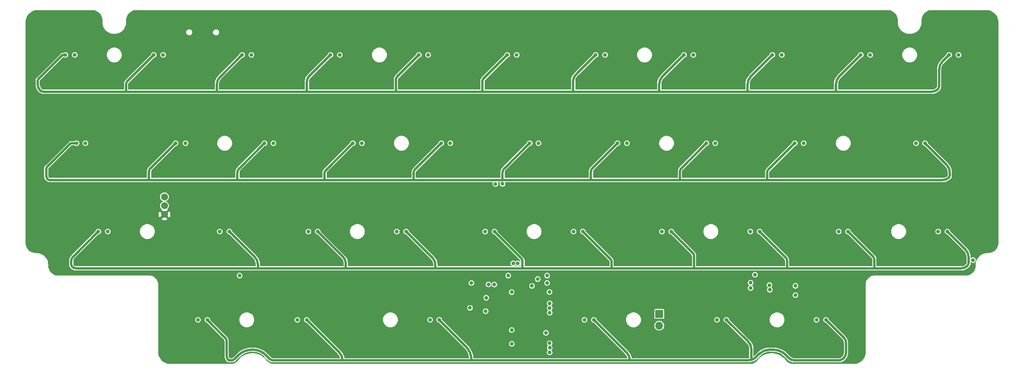
<source format=gbr>
%TF.GenerationSoftware,KiCad,Pcbnew,(7.0.0)*%
%TF.CreationDate,2024-01-31T22:55:09+01:00*%
%TF.ProjectId,travaulta HHKB,74726176-6175-46c7-9461-2048484b422e,rev?*%
%TF.SameCoordinates,Original*%
%TF.FileFunction,Copper,L2,Inr*%
%TF.FilePolarity,Positive*%
%FSLAX46Y46*%
G04 Gerber Fmt 4.6, Leading zero omitted, Abs format (unit mm)*
G04 Created by KiCad (PCBNEW (7.0.0)) date 2024-01-31 22:55:09*
%MOMM*%
%LPD*%
G01*
G04 APERTURE LIST*
%TA.AperFunction,ComponentPad*%
%ADD10C,1.500000*%
%TD*%
%TA.AperFunction,ComponentPad*%
%ADD11R,1.700000X1.700000*%
%TD*%
%TA.AperFunction,ComponentPad*%
%ADD12O,1.700000X1.700000*%
%TD*%
%TA.AperFunction,ViaPad*%
%ADD13C,0.800000*%
%TD*%
%TA.AperFunction,Conductor*%
%ADD14C,0.500000*%
%TD*%
G04 APERTURE END LIST*
D10*
%TO.N,GND*%
%TO.C,J1*%
X74322402Y-91576772D03*
%TO.N,RGB*%
X74322402Y-89676772D03*
%TO.N,+5V*%
X74322402Y-87776772D03*
%TD*%
D11*
%TO.N,VBAT*%
%TO.C,SW38*%
X180974999Y-113024999D03*
D12*
%TO.N,BOOT0*%
X180974999Y-115564999D03*
%TD*%
D13*
%TO.N,GND*%
X114300000Y-68278054D03*
X135597207Y-104261223D03*
X74457450Y-102146851D03*
X151003000Y-99314000D03*
X111125000Y-107950000D03*
X96463710Y-101616045D03*
X153987500Y-92075000D03*
X177165000Y-109855000D03*
X81280000Y-57277000D03*
X79634279Y-102166606D03*
X153988003Y-102068356D03*
X82550000Y-49999000D03*
X177176938Y-83255788D03*
X183356250Y-119062500D03*
X87249000Y-80010000D03*
X117475000Y-68262500D03*
X47117000Y-76200000D03*
X131445000Y-101854000D03*
X207962500Y-104366597D03*
X103187500Y-83125992D03*
X226028066Y-101600000D03*
X119027099Y-64169317D03*
X77430000Y-51094000D03*
X178593750Y-104324688D03*
X175451935Y-104317849D03*
X231534211Y-101576668D03*
X84198075Y-57286253D03*
X107950000Y-68278054D03*
X137577839Y-104298443D03*
X182499000Y-80010000D03*
X92075000Y-117475000D03*
X117445381Y-65971118D03*
X117475491Y-121047612D03*
X65244068Y-83266471D03*
X113284000Y-114300000D03*
X171831000Y-101981000D03*
X120215418Y-83268437D03*
X156464799Y-64146969D03*
X144653000Y-76200000D03*
X233867827Y-64186346D03*
X158602637Y-85060062D03*
X144688580Y-83212362D03*
X88926415Y-65964205D03*
X142113000Y-110617000D03*
X213758720Y-65997413D03*
X194539821Y-104317849D03*
X175816362Y-65997905D03*
X214425221Y-102091428D03*
X101155500Y-83125992D03*
X75819000Y-120777000D03*
X215272292Y-83233441D03*
X173101000Y-95250000D03*
X141859000Y-80010000D03*
X121059099Y-64169317D03*
X152584000Y-112903000D03*
X144374097Y-116215501D03*
X158753070Y-104320989D03*
X137901311Y-64231533D03*
X47371000Y-50800000D03*
X121095883Y-65974574D03*
X192539949Y-102088341D03*
X82558981Y-83268437D03*
X234950000Y-61087000D03*
X60075298Y-64176230D03*
X160918079Y-102299291D03*
X177839421Y-64193631D03*
X139700000Y-57150000D03*
X99867728Y-65952852D03*
X88900000Y-68262500D03*
X215781779Y-64193139D03*
X154003054Y-85382318D03*
X190232918Y-104293450D03*
X122237500Y-118268750D03*
X120650491Y-121047612D03*
X158750000Y-57150000D03*
X139262558Y-85049380D03*
X99815881Y-64231533D03*
X111125000Y-65960003D03*
X141294558Y-85049380D03*
X142081250Y-106362500D03*
X142081250Y-107950000D03*
X197035308Y-64193631D03*
X122986934Y-104249644D03*
X63212068Y-83266471D03*
X215900000Y-57150000D03*
X187325000Y-102108000D03*
X197044249Y-65997905D03*
X117331079Y-107950000D03*
X114272348Y-65964205D03*
X196850000Y-57150000D03*
X106426000Y-76200000D03*
X98422526Y-65950379D03*
X123825000Y-65951243D03*
X92868750Y-107950000D03*
X86288880Y-104214561D03*
X65253009Y-85070745D03*
X231512224Y-97872127D03*
X120506079Y-107950000D03*
X144716101Y-85427602D03*
X143668750Y-104344178D03*
X92075000Y-104154757D03*
X206505152Y-107452269D03*
X159004000Y-110744000D03*
X209550000Y-101508785D03*
X138303000Y-101981000D03*
X120904000Y-101727000D03*
X78607665Y-65964205D03*
X144653000Y-72517000D03*
X125349000Y-80010000D03*
X77600359Y-104245177D03*
X233876768Y-65990620D03*
X177800000Y-53213000D03*
X82189797Y-64153271D03*
X188111837Y-104311833D03*
X251079000Y-50800000D03*
X85751415Y-65964205D03*
X199852839Y-121754293D03*
X127000000Y-68309162D03*
X92075000Y-68262500D03*
X234146640Y-85107708D03*
X101092000Y-101600000D03*
X173573173Y-104293450D03*
X134874000Y-95250000D03*
X67120529Y-102090937D03*
X111125000Y-104214561D03*
X196338366Y-83219809D03*
X77300138Y-108312928D03*
X133985000Y-101727000D03*
X92075000Y-65964205D03*
X51435000Y-95250000D03*
X96774000Y-95250000D03*
X251206000Y-63500000D03*
X140493750Y-104333809D03*
X80962500Y-60071000D03*
X222758000Y-120650000D03*
X231844768Y-65990620D03*
X124474829Y-107950000D03*
X244094000Y-69723000D03*
X158496799Y-64146969D03*
X184221378Y-107343390D03*
X172415783Y-107530039D03*
X130175000Y-68309162D03*
X160911418Y-104281020D03*
X217417014Y-104354056D03*
X164306250Y-104289692D03*
X187216121Y-107327344D03*
X179217879Y-85060062D03*
X98425000Y-68262500D03*
X95250000Y-68262500D03*
X49530000Y-69850000D03*
X60116776Y-66008155D03*
X98425491Y-121047612D03*
X101847881Y-64231533D03*
X104728337Y-104167899D03*
X87249000Y-72644000D03*
X127000000Y-65951243D03*
X75692000Y-48895000D03*
X177848362Y-65997905D03*
X116496665Y-104176446D03*
X133383834Y-65953835D03*
X139933311Y-64231533D03*
X236537500Y-101600000D03*
X111125000Y-68278054D03*
X87312500Y-107950000D03*
X85725000Y-68262500D03*
X175807421Y-64193631D03*
X123825000Y-68309162D03*
X136525000Y-68262500D03*
X192561494Y-104301005D03*
X175418750Y-107530039D03*
X234950000Y-53340000D03*
X181768750Y-104324688D03*
X118375427Y-104200845D03*
X95250000Y-65964205D03*
X103148167Y-85096043D03*
X153987500Y-88900000D03*
X182499000Y-72390000D03*
X234154774Y-83203271D03*
X82567922Y-85072711D03*
X101899728Y-65952852D03*
X107950000Y-104191230D03*
X133350000Y-68309162D03*
X161131250Y-107950000D03*
X232114640Y-85107708D03*
X178593750Y-107530039D03*
X141285617Y-83245106D03*
X101121020Y-104154757D03*
X175895000Y-101981000D03*
X119063883Y-65974574D03*
X207168750Y-101473000D03*
X198361068Y-85095059D03*
X150018750Y-88900000D03*
X115824000Y-99314000D03*
X247015000Y-89027000D03*
X137872571Y-65974082D03*
X84599922Y-85072711D03*
X141859000Y-72517000D03*
X156473740Y-65951243D03*
X217304292Y-83233441D03*
X132556250Y-104249644D03*
X160634637Y-85060062D03*
X68453000Y-76200000D03*
X201676000Y-76200000D03*
X146681488Y-64206158D03*
X192024000Y-91313000D03*
X231835827Y-64186346D03*
X120650000Y-53213000D03*
X77851000Y-95250000D03*
X158593696Y-83255788D03*
X197643750Y-104323931D03*
X224282000Y-80137000D03*
X160625696Y-83255788D03*
X115607034Y-101739495D03*
X124619241Y-121047612D03*
X170676988Y-104308377D03*
X115824000Y-91313000D03*
X146793645Y-104323439D03*
X122247418Y-83268437D03*
X147066000Y-107315000D03*
X77602279Y-102166606D03*
X120650000Y-60960000D03*
X121126329Y-68333618D03*
X220662500Y-104354056D03*
X114298033Y-104219745D03*
X153321343Y-104242074D03*
X215281233Y-85037715D03*
X183356250Y-109855000D03*
X232122774Y-83203271D03*
X158505740Y-65951243D03*
X126206250Y-104261223D03*
X196329068Y-85095059D03*
X130175000Y-65951243D03*
X213749779Y-64193139D03*
X144653000Y-67691000D03*
X229235000Y-95250000D03*
X65659000Y-76200000D03*
X147896567Y-109273002D03*
X62148776Y-66008155D03*
X101600000Y-57150000D03*
X153987500Y-99218750D03*
X78581250Y-68262500D03*
X122256359Y-85072711D03*
X169545000Y-101981000D03*
X99212437Y-104149937D03*
X243967000Y-85725000D03*
X139904571Y-65974082D03*
X89408000Y-48895000D03*
X224282000Y-72390000D03*
X125349000Y-72517000D03*
X148586409Y-83241559D03*
X67120529Y-104050751D03*
X195003308Y-64193631D03*
X185166000Y-114300000D03*
X157162500Y-99314000D03*
X101911437Y-68262500D03*
X104775000Y-65960003D03*
X189144827Y-108929415D03*
X163576000Y-76200000D03*
X195012249Y-65997905D03*
X120888576Y-104225245D03*
X63221009Y-85070745D03*
X211905460Y-101600000D03*
X158750000Y-107950000D03*
X74295000Y-99314000D03*
X144652281Y-64206158D03*
X144653000Y-80010000D03*
X251079000Y-95123000D03*
X148209000Y-101981000D03*
X157956250Y-88900000D03*
X107936174Y-65943466D03*
X114300491Y-121047612D03*
X179208938Y-83255788D03*
X98806000Y-50800000D03*
X211201000Y-95250000D03*
X231521000Y-91186000D03*
X146685000Y-72517000D03*
X98425000Y-108743750D03*
X206375000Y-118268750D03*
X167481250Y-104289692D03*
X62107298Y-64176230D03*
X217313233Y-85037715D03*
X78581250Y-63500000D03*
X146685000Y-80010000D03*
X120224359Y-85072711D03*
X198370366Y-83219809D03*
X181768750Y-107343390D03*
X74441896Y-104246652D03*
X190240765Y-102103407D03*
X214312500Y-104348659D03*
X129381250Y-104261223D03*
X84590981Y-83268437D03*
X188641422Y-121694338D03*
X101116167Y-85096043D03*
X114156079Y-107950000D03*
X84137500Y-68262500D03*
X87312500Y-63500000D03*
X104775000Y-68278054D03*
X136558834Y-65953835D03*
X227965000Y-76200000D03*
X184936837Y-104311833D03*
X246473566Y-101666909D03*
X79653498Y-104245177D03*
X177185879Y-85060062D03*
X70970165Y-102114268D03*
X223043750Y-108743750D03*
X203835000Y-114300000D03*
X204787500Y-104370593D03*
X211681401Y-104370102D03*
X139253617Y-83245106D03*
X246062500Y-76200000D03*
X92075000Y-101600000D03*
X146685000Y-67691000D03*
X228600000Y-101600000D03*
X54356000Y-88900000D03*
X177800000Y-60960000D03*
X215790720Y-65997413D03*
X139953601Y-68350091D03*
X228600000Y-98425000D03*
X87653038Y-51101306D03*
X84074000Y-69850000D03*
X177165000Y-119062500D03*
%TO.N,APLEX_OUT_PIN_0*%
X210352632Y-106976214D03*
X156787000Y-106362500D03*
X156787000Y-104775000D03*
X148431250Y-104775000D03*
X140493750Y-106362500D03*
X140168917Y-111725196D03*
%TO.N,ROW0*%
X243459000Y-57150000D03*
X110109000Y-57150000D03*
X186309000Y-57150000D03*
X148209000Y-57150000D03*
X167259000Y-57150000D03*
X224409000Y-57150000D03*
X129159000Y-57150000D03*
X72009000Y-57150000D03*
X52959000Y-57150000D03*
X91059000Y-57150000D03*
X149495497Y-102108000D03*
X145669000Y-84987000D03*
X205359000Y-57150000D03*
%TO.N,ROW1*%
X55372000Y-76200000D03*
X191135000Y-76200000D03*
X133985000Y-76200000D03*
X147189272Y-84974626D03*
X76708000Y-76200000D03*
X153035000Y-76200000D03*
X210185000Y-76200000D03*
X171958000Y-76200000D03*
X114935000Y-76200000D03*
X150495000Y-102108000D03*
X238252000Y-76200000D03*
X95885000Y-76200000D03*
%TO.N,VBAT*%
X149155000Y-108331000D03*
X201599534Y-104576503D03*
X149158000Y-116524000D03*
X153545858Y-106982709D03*
X156556000Y-117129000D03*
X149189578Y-119489093D03*
X157291782Y-108302925D03*
X90487500Y-104775000D03*
X154781250Y-105533209D03*
%TO.N,COL0*%
X62103000Y-95250000D03*
X54991000Y-57150000D03*
X57277000Y-76200000D03*
%TO.N,COL1*%
X74041000Y-57150000D03*
X81550000Y-114300000D03*
X86233000Y-95250000D03*
X78867000Y-76200000D03*
%TO.N,COL2*%
X93075000Y-57150000D03*
X105362500Y-95250000D03*
X97790000Y-76200000D03*
X102980000Y-114300000D03*
%TO.N,COL3*%
X124412500Y-95250000D03*
X116887500Y-76200000D03*
X131555000Y-114300000D03*
X112125000Y-57150000D03*
%TO.N,COL4*%
X143462500Y-95250000D03*
X135937500Y-76200000D03*
X131175000Y-57150000D03*
%TO.N,COL5*%
X150241000Y-57150000D03*
X162512500Y-95250000D03*
X164846000Y-114300000D03*
X154940000Y-76200000D03*
%TO.N,COL6*%
X169291000Y-57150000D03*
X173990000Y-76200000D03*
X181562500Y-95250000D03*
X204755969Y-106823574D03*
X200668410Y-107440416D03*
%TO.N,COL7*%
X188325000Y-57150000D03*
X200674646Y-106307080D03*
X200612500Y-95250000D03*
X193421000Y-114300000D03*
X204787500Y-107822580D03*
X193040000Y-76200000D03*
%TO.N,COL8*%
X207391000Y-57150000D03*
X214884000Y-114300000D03*
X219662500Y-95250000D03*
X212090000Y-76200000D03*
%TO.N,COL9*%
X241095000Y-95250000D03*
X226441000Y-57150000D03*
X236347000Y-76200000D03*
%TO.N,ROW2*%
X164512500Y-95250000D03*
X221662500Y-95250000D03*
X126412500Y-95250000D03*
X243078000Y-95250000D03*
X202612500Y-95250000D03*
X107362500Y-95250000D03*
X145462500Y-95250000D03*
X60071000Y-95250000D03*
X88312500Y-95250000D03*
X183562500Y-95250000D03*
%TO.N,ROW3*%
X144157368Y-106657415D03*
X104980000Y-114300000D03*
X143668750Y-109537500D03*
X195453000Y-114300000D03*
X216916000Y-114300000D03*
X166878000Y-114300000D03*
X133555000Y-114300000D03*
X83550000Y-114300000D03*
%TO.N,AMUX_SEL_2*%
X157348680Y-121365408D03*
X157353000Y-110744000D03*
%TO.N,AMUX_SEL_1*%
X157357299Y-111755701D03*
X157364941Y-120356364D03*
%TO.N,AMUX_SEL_0*%
X157353500Y-119342500D03*
X157353000Y-112776000D03*
%TO.N,APLEX_EN_PIN_1*%
X145415000Y-106680000D03*
X210343750Y-108997080D03*
%TO.N,RGB*%
X143556286Y-112448643D03*
%TO.N,COL10*%
X245491000Y-57150000D03*
X248602500Y-101409500D03*
%TD*%
D14*
%TO.N,ROW0*%
X105029000Y-65016873D02*
X105029000Y-62836167D01*
X200025000Y-65087500D02*
X200025000Y-63449377D01*
X219075000Y-65087500D02*
X200025000Y-65087500D01*
X85725000Y-65087500D02*
X85613875Y-64976375D01*
X48158100Y-65087500D02*
X66078529Y-65087500D01*
X47147154Y-62326845D02*
X52324000Y-57150000D01*
X200025000Y-65087500D02*
X180975000Y-65087500D01*
X219075000Y-65087500D02*
X239712500Y-65087500D01*
X86253718Y-61955282D02*
X91059000Y-57150000D01*
X142875000Y-65087500D02*
X124204966Y-65087500D01*
X241300000Y-63964968D02*
X241300000Y-60274377D01*
X219075000Y-65087500D02*
X219075000Y-63449377D01*
X143032154Y-62326845D02*
X148209000Y-57150000D01*
X124204966Y-65087500D02*
X124206000Y-65086466D01*
X52324000Y-57150000D02*
X52959000Y-57150000D01*
X124206000Y-65086466D02*
X124206000Y-62529562D01*
X162949365Y-61459636D02*
X163401375Y-61007625D01*
X66040000Y-65048971D02*
X66078529Y-65087500D01*
X180975000Y-65087500D02*
X180975000Y-63449377D01*
X66040000Y-63500000D02*
X66040000Y-65048971D01*
X181657625Y-61801375D02*
X186309000Y-57150000D01*
X162433000Y-62706250D02*
X162433000Y-65027535D01*
X46990000Y-63500000D02*
X46990000Y-62706250D01*
X66309408Y-62849593D02*
X72009000Y-57150000D01*
X124204966Y-65087500D02*
X105099627Y-65087500D01*
X85613875Y-64976375D02*
X85613875Y-63500000D01*
X241982625Y-58626375D02*
X243459000Y-57150000D01*
X200707625Y-61801375D02*
X205359000Y-57150000D01*
X142875000Y-62706250D02*
X142875000Y-65087500D01*
X167259000Y-57150000D02*
X163401375Y-61007625D01*
X105457625Y-61801375D02*
X110109000Y-57150000D01*
X66078529Y-65087500D02*
X85725000Y-65087500D01*
X162373035Y-65087500D02*
X142875000Y-65087500D01*
X105099627Y-65087500D02*
X105029000Y-65016873D01*
X162433000Y-65027535D02*
X162373035Y-65087500D01*
X219757625Y-61801375D02*
X224409000Y-57150000D01*
X105099627Y-65087500D02*
X85725000Y-65087500D01*
X180975000Y-65087500D02*
X162373035Y-65087500D01*
X124507625Y-61801375D02*
X129159000Y-57150000D01*
X47147171Y-62326862D02*
G75*
G03*
X46990000Y-62706250I379429J-379438D01*
G01*
X241982642Y-58626392D02*
G75*
G03*
X241300000Y-60274377I1647958J-1648008D01*
G01*
X181657642Y-61801392D02*
G75*
G03*
X180975000Y-63449377I1647958J-1648008D01*
G01*
X162949335Y-61459606D02*
G75*
G03*
X162433000Y-62706250I1246665J-1246594D01*
G01*
X66309411Y-62849596D02*
G75*
G03*
X66040000Y-63500000I650389J-650404D01*
G01*
X239712500Y-65087494D02*
G75*
G03*
X241067515Y-64526233I0J1916294D01*
G01*
X200707642Y-61801392D02*
G75*
G03*
X200025000Y-63449377I1647958J-1648008D01*
G01*
X47541837Y-64832224D02*
G75*
G03*
X48158100Y-65087500I616263J616224D01*
G01*
X143032171Y-62326862D02*
G75*
G03*
X142875000Y-62706250I379429J-379438D01*
G01*
X46990012Y-63500000D02*
G75*
G03*
X47541829Y-64832232I1884088J0D01*
G01*
X105457645Y-61801395D02*
G75*
G03*
X105029000Y-62836167I1034755J-1034805D01*
G01*
X86253726Y-61955290D02*
G75*
G03*
X85613875Y-63500000I1544674J-1544710D01*
G01*
X219757642Y-61801392D02*
G75*
G03*
X219075000Y-63449377I1647958J-1648008D01*
G01*
X124507646Y-61801396D02*
G75*
G03*
X124206000Y-62529562I728154J-728204D01*
G01*
X241067542Y-64526260D02*
G75*
G03*
X241300000Y-63964968I-561342J561260D01*
G01*
%TO.N,ROW1*%
X49212500Y-84020665D02*
X49040744Y-83848909D01*
X204311566Y-84137500D02*
X242093750Y-84137500D01*
X147238308Y-84137500D02*
X147193000Y-84092192D01*
X242951000Y-80899000D02*
X238252000Y-76200000D01*
X90138914Y-84137500D02*
X90043000Y-84041586D01*
X166299158Y-84137500D02*
X166243000Y-84081342D01*
X128027327Y-84137500D02*
X147238308Y-84137500D01*
X71065829Y-84137500D02*
X90138914Y-84137500D01*
X90043000Y-84041586D02*
X90043000Y-82550000D01*
X128016000Y-84126173D02*
X128027327Y-84137500D01*
X147238308Y-84137500D02*
X166299158Y-84137500D01*
X128016000Y-82550000D02*
X128016000Y-84126173D01*
X70993000Y-84064671D02*
X70993000Y-82341562D01*
X71294625Y-81613375D02*
X76708000Y-76200000D01*
X166299158Y-84137500D02*
X185453222Y-84137500D01*
X243586000Y-83244922D02*
X243586000Y-82432025D01*
X109018605Y-82116395D02*
X114935000Y-76200000D01*
X204485408Y-81899593D02*
X210185000Y-76200000D01*
X109022879Y-84137500D02*
X128027327Y-84137500D01*
X90402210Y-81682790D02*
X95885000Y-76200000D01*
X54102000Y-76200000D02*
X55372000Y-76200000D01*
X128285408Y-81899593D02*
X133985000Y-76200000D01*
X109022879Y-84137500D02*
X108839000Y-83953621D01*
X204216000Y-84041934D02*
X204311566Y-84137500D01*
X185658125Y-81676875D02*
X191135000Y-76200000D01*
X49033556Y-81268444D02*
X54102000Y-76200000D01*
X166544625Y-81613375D02*
X171958000Y-76200000D01*
X185453222Y-84137500D02*
X204311566Y-84137500D01*
X185420000Y-84104278D02*
X185420000Y-82251759D01*
X204216000Y-82550000D02*
X204216000Y-84041934D01*
X166243000Y-84081342D02*
X166243000Y-82341562D01*
X108839000Y-83953621D02*
X108839000Y-82550000D01*
X185453222Y-84137500D02*
X185420000Y-84104278D01*
X71065829Y-84137500D02*
X70993000Y-84064671D01*
X48831500Y-83343750D02*
X48831500Y-81756250D01*
X147552210Y-81682790D02*
X153035000Y-76200000D01*
X71065829Y-84137500D02*
X49494564Y-84137500D01*
X90138914Y-84137500D02*
X109022879Y-84137500D01*
X147193000Y-84092192D02*
X147193000Y-82550000D01*
X204485411Y-81899596D02*
G75*
G03*
X204216000Y-82550000I650389J-650404D01*
G01*
X242093750Y-84137459D02*
G75*
G03*
X243448766Y-83576234I50J1916259D01*
G01*
X243585989Y-82432025D02*
G75*
G03*
X242951000Y-80899000I-2167989J25D01*
G01*
X71294646Y-81613396D02*
G75*
G03*
X70993000Y-82341562I728154J-728204D01*
G01*
X243448746Y-83576214D02*
G75*
G03*
X243586000Y-83244922I-331246J331314D01*
G01*
X49212518Y-84020647D02*
G75*
G03*
X49494564Y-84137500I282082J282047D01*
G01*
X90402214Y-81682794D02*
G75*
G03*
X90043000Y-82550000I867186J-867206D01*
G01*
X147552214Y-81682794D02*
G75*
G03*
X147193000Y-82550000I867186J-867206D01*
G01*
X109018607Y-82116397D02*
G75*
G03*
X108839000Y-82550000I433593J-433603D01*
G01*
X49033573Y-81268461D02*
G75*
G03*
X48831500Y-81756250I487827J-487839D01*
G01*
X166544646Y-81613396D02*
G75*
G03*
X166243000Y-82341562I728154J-728204D01*
G01*
X185658147Y-81676897D02*
G75*
G03*
X185420000Y-82251759I574853J-574903D01*
G01*
X48831535Y-83343750D02*
G75*
G03*
X49040744Y-83848909I714365J-50D01*
G01*
X128285411Y-81899596D02*
G75*
G03*
X128016000Y-82550000I650389J-650404D01*
G01*
%TO.N,ROW2*%
X188221875Y-99909375D02*
X183562500Y-95250000D01*
X54229000Y-101600000D02*
X54229000Y-102393750D01*
X145462500Y-95250000D02*
X151297807Y-101085308D01*
X55278070Y-103187500D02*
X94456250Y-103187500D01*
X132715000Y-102393750D02*
X132715000Y-103187500D01*
X170688000Y-103187500D02*
X188118750Y-103187500D01*
X126412500Y-95250000D02*
X132120146Y-100957647D01*
X170564610Y-101302110D02*
X164512500Y-95250000D01*
X113411000Y-103187500D02*
X113411000Y-102140487D01*
X208065625Y-100703125D02*
X202612500Y-95250000D01*
X208231005Y-100868504D02*
X208065625Y-100703125D01*
X188468000Y-103187500D02*
X188468000Y-100503573D01*
X170688000Y-103187500D02*
X170688000Y-101600000D01*
X151511000Y-101600000D02*
X151511000Y-103187500D01*
X246954030Y-99126030D02*
X243078000Y-95250000D01*
X227115625Y-100703125D02*
X221662500Y-95250000D01*
X188118750Y-103187500D02*
X188468000Y-103187500D01*
X60071000Y-95250000D02*
X54588210Y-100732790D01*
X208534000Y-101600000D02*
X208534000Y-103187500D01*
X188118750Y-103187500D02*
X208534000Y-103187500D01*
X94456250Y-103187500D02*
X94456250Y-102370441D01*
X113411000Y-103187500D02*
X132715000Y-103187500D01*
X247650000Y-102064968D02*
X247650000Y-100806250D01*
X93765625Y-100703125D02*
X88312500Y-95250000D01*
X94456250Y-103187500D02*
X113411000Y-103187500D01*
X132715000Y-103187500D02*
X151511000Y-103187500D01*
X227330000Y-103187500D02*
X246062500Y-103187500D01*
X208534000Y-103187500D02*
X227330000Y-103187500D01*
X151511000Y-103187500D02*
X170688000Y-103187500D01*
X227330000Y-103187500D02*
X227330000Y-101220672D01*
X112815625Y-100703125D02*
X107362500Y-95250000D01*
X54228962Y-102393750D02*
G75*
G03*
X54408606Y-102827356I613238J50D01*
G01*
X54408623Y-102827339D02*
G75*
G03*
X55278070Y-103187500I869477J869439D01*
G01*
X246062500Y-103187494D02*
G75*
G03*
X247417515Y-102626233I0J1916294D01*
G01*
X94456218Y-102370441D02*
G75*
G03*
X93765625Y-100703125I-2357918J41D01*
G01*
X208533997Y-101600000D02*
G75*
G03*
X208231004Y-100868505I-1034497J0D01*
G01*
X247417542Y-102626260D02*
G75*
G03*
X247650000Y-102064968I-561342J561260D01*
G01*
X188468025Y-100503573D02*
G75*
G03*
X188221875Y-99909375I-840325J-27D01*
G01*
X170687994Y-101600000D02*
G75*
G03*
X170564610Y-101302110I-421294J0D01*
G01*
X113411019Y-102140487D02*
G75*
G03*
X112815624Y-100703126I-2032719J-13D01*
G01*
X54588214Y-100732794D02*
G75*
G03*
X54229000Y-101600000I867186J-867206D01*
G01*
X132714980Y-102393750D02*
G75*
G03*
X132120146Y-100957647I-2030880J50D01*
G01*
X227330026Y-101220672D02*
G75*
G03*
X227115625Y-100703125I-731926J-28D01*
G01*
X247650032Y-100806250D02*
G75*
G03*
X246954030Y-99126030I-2376232J-50D01*
G01*
X151510995Y-101600000D02*
G75*
G03*
X151297807Y-101085308I-727895J0D01*
G01*
%TO.N,ROW3*%
X216916000Y-114300000D02*
X220773625Y-118157625D01*
X201886421Y-122312830D02*
X202565000Y-121634250D01*
X104980000Y-114300000D02*
X112006277Y-121326277D01*
X87717160Y-118893594D02*
X87717160Y-122015253D01*
X133555000Y-114300000D02*
X139226261Y-119971261D01*
X140493750Y-123031250D02*
X174625000Y-123031250D01*
X112712500Y-123031250D02*
X140493750Y-123031250D01*
X97557790Y-123031250D02*
X112712500Y-123031250D01*
X220837125Y-122412125D02*
X220440250Y-122809000D01*
X200152000Y-123031250D02*
X174625000Y-123031250D01*
X96163434Y-121912683D02*
X97086987Y-122836237D01*
X83550000Y-114300000D02*
X87415625Y-118165625D01*
X205486000Y-120745250D02*
X204711235Y-120745250D01*
X166878000Y-114300000D02*
X173929030Y-121351030D01*
X89587605Y-122597645D02*
X90170000Y-122015250D01*
X195453000Y-114300000D02*
X200152000Y-118999000D01*
X208978500Y-122586750D02*
X208304434Y-121912683D01*
X89423407Y-122761842D02*
X89587605Y-122597645D01*
X200818750Y-120608676D02*
X200818750Y-122938889D01*
X88138000Y-123031250D02*
X88773000Y-123031250D01*
X219903692Y-123031250D02*
X210051617Y-123031250D01*
X221234000Y-119269068D02*
X221234000Y-121453984D01*
X93236051Y-120745250D02*
X93345000Y-120745250D01*
X174625032Y-123031250D02*
G75*
G03*
X173929030Y-121351030I-2376232J-50D01*
G01*
X208978484Y-122586766D02*
G75*
G03*
X210051617Y-123031250I1073116J1073166D01*
G01*
X219903692Y-123031231D02*
G75*
G03*
X220440250Y-122809000I8J758831D01*
G01*
X88773000Y-123031239D02*
G75*
G03*
X89423407Y-122761842I0J919839D01*
G01*
X87717195Y-122015253D02*
G75*
G03*
X88138000Y-123031250I1436805J-47D01*
G01*
X220837130Y-122412130D02*
G75*
G03*
X221234000Y-121453984I-958130J958130D01*
G01*
X112712534Y-123031250D02*
G75*
G03*
X112006277Y-121326277I-2411234J-50D01*
G01*
X140493793Y-123031250D02*
G75*
G03*
X139226261Y-119971261I-4327493J-50D01*
G01*
X87717176Y-118893594D02*
G75*
G03*
X87415624Y-118165626I-1029476J-6D01*
G01*
X97086985Y-122836239D02*
G75*
G03*
X97557790Y-123031250I470815J470839D01*
G01*
X221234027Y-119269068D02*
G75*
G03*
X220773625Y-118157625I-1571827J-32D01*
G01*
X200818759Y-120608676D02*
G75*
G03*
X200152000Y-118999000I-2276459J-24D01*
G01*
X200152000Y-123031248D02*
G75*
G03*
X201886421Y-122312830I0J2452848D01*
G01*
X204711235Y-120745280D02*
G75*
G03*
X202565000Y-121634250I-35J-3035220D01*
G01*
X208304430Y-121912687D02*
G75*
G03*
X205486000Y-120745250I-2818430J-2818413D01*
G01*
X93236051Y-120745286D02*
G75*
G03*
X90170000Y-122015250I-51J-4336014D01*
G01*
X96163430Y-121912687D02*
G75*
G03*
X93345000Y-120745250I-2818430J-2818413D01*
G01*
%TD*%
%TA.AperFunction,Conductor*%
%TO.N,GND*%
G36*
X230200348Y-47475520D02*
G01*
X230298956Y-47481485D01*
X230298956Y-47481499D01*
X230299009Y-47481488D01*
X230471593Y-47492799D01*
X230472909Y-47492963D01*
X230599140Y-47516096D01*
X230599298Y-47516126D01*
X230743441Y-47544797D01*
X230744618Y-47545097D01*
X230872041Y-47584803D01*
X230872119Y-47584829D01*
X231006581Y-47630473D01*
X231007622Y-47630883D01*
X231131044Y-47686431D01*
X231131417Y-47686607D01*
X231138829Y-47690262D01*
X231256886Y-47748482D01*
X231257750Y-47748954D01*
X231323021Y-47788412D01*
X231374440Y-47819496D01*
X231374887Y-47819781D01*
X231490392Y-47896959D01*
X231491108Y-47897477D01*
X231598807Y-47981853D01*
X231599305Y-47982266D01*
X231703474Y-48073620D01*
X231704033Y-48074144D01*
X231800854Y-48170965D01*
X231801378Y-48171524D01*
X231892740Y-48275703D01*
X231893153Y-48276201D01*
X231977513Y-48383879D01*
X231978031Y-48384595D01*
X232055225Y-48500123D01*
X232055510Y-48500570D01*
X232126040Y-48617239D01*
X232126520Y-48618117D01*
X232188395Y-48743588D01*
X232188571Y-48743961D01*
X232244115Y-48867376D01*
X232244525Y-48868417D01*
X232290145Y-49002808D01*
X232290236Y-49003088D01*
X232329896Y-49130363D01*
X232330201Y-49131561D01*
X232358877Y-49275723D01*
X232358910Y-49275897D01*
X232382033Y-49402076D01*
X232382200Y-49403420D01*
X232393519Y-49576116D01*
X232393520Y-49576176D01*
X232393523Y-49576176D01*
X232399479Y-49674636D01*
X232399500Y-49675342D01*
X232399500Y-50074998D01*
X232399499Y-50075000D01*
X232399499Y-50229277D01*
X232399540Y-50229618D01*
X232399541Y-50229627D01*
X232436648Y-50535232D01*
X232436649Y-50535242D01*
X232436691Y-50535581D01*
X232436774Y-50535918D01*
X232436774Y-50535920D01*
X232510533Y-50835169D01*
X232510654Y-50835488D01*
X232510656Y-50835494D01*
X232619821Y-51123340D01*
X232619947Y-51123672D01*
X232763339Y-51396883D01*
X232763540Y-51397174D01*
X232763541Y-51397175D01*
X232938406Y-51650511D01*
X232938618Y-51650817D01*
X232938849Y-51651077D01*
X232938850Y-51651079D01*
X233143001Y-51881518D01*
X233143227Y-51881773D01*
X233374183Y-52086382D01*
X233628118Y-52261661D01*
X233901329Y-52405053D01*
X234189832Y-52514468D01*
X234489419Y-52588309D01*
X234795724Y-52625501D01*
X235103921Y-52625501D01*
X235104277Y-52625501D01*
X235410582Y-52588309D01*
X235710169Y-52514467D01*
X235998672Y-52405052D01*
X236271883Y-52261660D01*
X236525818Y-52086382D01*
X236756774Y-51881773D01*
X236961383Y-51650817D01*
X237136661Y-51396882D01*
X237280053Y-51123671D01*
X237389468Y-50835168D01*
X237463309Y-50535580D01*
X237500501Y-50229276D01*
X237500501Y-50074999D01*
X237500501Y-50074499D01*
X237500501Y-49675359D01*
X237500522Y-49674653D01*
X237502904Y-49635268D01*
X237506487Y-49576047D01*
X237506498Y-49576047D01*
X237506490Y-49575994D01*
X237517802Y-49403400D01*
X237517964Y-49402097D01*
X237541123Y-49275723D01*
X237569801Y-49131549D01*
X237570100Y-49130376D01*
X237609802Y-49002969D01*
X237609826Y-49002897D01*
X237655482Y-48868398D01*
X237655876Y-48867398D01*
X237711451Y-48743915D01*
X237711588Y-48743624D01*
X237773494Y-48618091D01*
X237773940Y-48617275D01*
X237844526Y-48500513D01*
X237844754Y-48500155D01*
X237921975Y-48384585D01*
X237922461Y-48383913D01*
X238006877Y-48276164D01*
X238007239Y-48275728D01*
X238098654Y-48171489D01*
X238099118Y-48170994D01*
X238195994Y-48074119D01*
X238196489Y-48073654D01*
X238300728Y-47982239D01*
X238301164Y-47981877D01*
X238408913Y-47897461D01*
X238409585Y-47896975D01*
X238525155Y-47819754D01*
X238525513Y-47819526D01*
X238642275Y-47748940D01*
X238643091Y-47748494D01*
X238768624Y-47686588D01*
X238768915Y-47686451D01*
X238892398Y-47630876D01*
X238893398Y-47630482D01*
X239027897Y-47584826D01*
X239027969Y-47584802D01*
X239155376Y-47545100D01*
X239156549Y-47544801D01*
X239300756Y-47516116D01*
X239427097Y-47492964D01*
X239428400Y-47492802D01*
X239600994Y-47481490D01*
X239601047Y-47481498D01*
X239601047Y-47481487D01*
X239601077Y-47481484D01*
X239699652Y-47475522D01*
X239700359Y-47475501D01*
X239700500Y-47475501D01*
X251474663Y-47475499D01*
X251475319Y-47475517D01*
X251477479Y-47475638D01*
X251590607Y-47481991D01*
X251772396Y-47492988D01*
X251773597Y-47493126D01*
X251914616Y-47517086D01*
X252070557Y-47545663D01*
X252071665Y-47545923D01*
X252213531Y-47586794D01*
X252213580Y-47586809D01*
X252360589Y-47632619D01*
X252361550Y-47632968D01*
X252499559Y-47690133D01*
X252499838Y-47690253D01*
X252629201Y-47748474D01*
X252638486Y-47752653D01*
X252639343Y-47753082D01*
X252770940Y-47825813D01*
X252771211Y-47825969D01*
X252888642Y-47896959D01*
X252900569Y-47904169D01*
X252901286Y-47904640D01*
X253024248Y-47991886D01*
X253024694Y-47992218D01*
X253143269Y-48085116D01*
X253143849Y-48085602D01*
X253256448Y-48186226D01*
X253256925Y-48186677D01*
X253363320Y-48293072D01*
X253363771Y-48293549D01*
X253464397Y-48406150D01*
X253464883Y-48406730D01*
X253513087Y-48468257D01*
X253557787Y-48525312D01*
X253558091Y-48525720D01*
X253623031Y-48617244D01*
X253645363Y-48648718D01*
X253645834Y-48649435D01*
X253723990Y-48778722D01*
X253724217Y-48779116D01*
X253796918Y-48910661D01*
X253797347Y-48911518D01*
X253859730Y-49050124D01*
X253859870Y-49050449D01*
X253917024Y-49188432D01*
X253917385Y-49189428D01*
X253963159Y-49336319D01*
X253963232Y-49336561D01*
X254004072Y-49478322D01*
X254004337Y-49479452D01*
X254032891Y-49635268D01*
X254032839Y-49635277D01*
X254032919Y-49635417D01*
X254056869Y-49776374D01*
X254057013Y-49777628D01*
X254068025Y-49959690D01*
X254068028Y-49959740D01*
X254074482Y-50074661D01*
X254074500Y-50075317D01*
X254074500Y-97683641D01*
X254074479Y-97684347D01*
X254068518Y-97782897D01*
X254068514Y-97782956D01*
X254057199Y-97955578D01*
X254057032Y-97956922D01*
X254033909Y-98083101D01*
X254033876Y-98083275D01*
X254005201Y-98227437D01*
X254004896Y-98228635D01*
X253965233Y-98355917D01*
X253965142Y-98356197D01*
X253919525Y-98490577D01*
X253919115Y-98491618D01*
X253863568Y-98615040D01*
X253863392Y-98615413D01*
X253801519Y-98740880D01*
X253801039Y-98741758D01*
X253730505Y-98858434D01*
X253730220Y-98858881D01*
X253653035Y-98974396D01*
X253652517Y-98975112D01*
X253568144Y-99082806D01*
X253567731Y-99083304D01*
X253476384Y-99187466D01*
X253475860Y-99188025D01*
X253379025Y-99284860D01*
X253378466Y-99285384D01*
X253274304Y-99376731D01*
X253273806Y-99377144D01*
X253166112Y-99461517D01*
X253165396Y-99462035D01*
X253049881Y-99539220D01*
X253049434Y-99539505D01*
X252932758Y-99610039D01*
X252931880Y-99610519D01*
X252806413Y-99672392D01*
X252806040Y-99672568D01*
X252682618Y-99728115D01*
X252681577Y-99728525D01*
X252547197Y-99774142D01*
X252546917Y-99774233D01*
X252419635Y-99813896D01*
X252418437Y-99814201D01*
X252274275Y-99842876D01*
X252274101Y-99842909D01*
X252147922Y-99866032D01*
X252146578Y-99866199D01*
X251974015Y-99877510D01*
X251973956Y-99877514D01*
X251875347Y-99883479D01*
X251874641Y-99883500D01*
X251734438Y-99883500D01*
X251734375Y-99883487D01*
X251734375Y-99883474D01*
X251734310Y-99883473D01*
X251734306Y-99883473D01*
X251591462Y-99883470D01*
X251591140Y-99883470D01*
X251590826Y-99883505D01*
X251590814Y-99883506D01*
X251306806Y-99915499D01*
X251306803Y-99915499D01*
X251306470Y-99915537D01*
X251306164Y-99915606D01*
X251306145Y-99915610D01*
X251027500Y-99979204D01*
X251027496Y-99979204D01*
X251027181Y-99979277D01*
X251026874Y-99979384D01*
X251026865Y-99979387D01*
X250757094Y-100073779D01*
X250757080Y-100073784D01*
X250756785Y-100073888D01*
X250756497Y-100074026D01*
X250756489Y-100074030D01*
X250498979Y-100198038D01*
X250498972Y-100198041D01*
X250498683Y-100198181D01*
X250498429Y-100198340D01*
X250498410Y-100198351D01*
X250256397Y-100350417D01*
X250256389Y-100350421D01*
X250256121Y-100350591D01*
X250255864Y-100350795D01*
X250255861Y-100350798D01*
X250143103Y-100440720D01*
X250032150Y-100529202D01*
X250031926Y-100529425D01*
X250031917Y-100529434D01*
X249829818Y-100731535D01*
X249829809Y-100731544D01*
X249829586Y-100731768D01*
X249829388Y-100732015D01*
X249829381Y-100732024D01*
X249651184Y-100955481D01*
X249650977Y-100955741D01*
X249650808Y-100956009D01*
X249650803Y-100956017D01*
X249498739Y-101198031D01*
X249498728Y-101198050D01*
X249498569Y-101198304D01*
X249498429Y-101198593D01*
X249498426Y-101198600D01*
X249374421Y-101456111D01*
X249374414Y-101456126D01*
X249374279Y-101456408D01*
X249374175Y-101456704D01*
X249374173Y-101456710D01*
X249279775Y-101726505D01*
X249279774Y-101726510D01*
X249279671Y-101726804D01*
X249279601Y-101727109D01*
X249279600Y-101727114D01*
X249216006Y-102005769D01*
X249216002Y-102005788D01*
X249215933Y-102006094D01*
X249215895Y-102006427D01*
X249215895Y-102006430D01*
X249183904Y-102290438D01*
X249183904Y-102290440D01*
X249183868Y-102290764D01*
X249183868Y-102291086D01*
X249183868Y-102291087D01*
X249183874Y-102433999D01*
X249183874Y-102574639D01*
X249183853Y-102575346D01*
X249177888Y-102673886D01*
X249177884Y-102673945D01*
X249166562Y-102846574D01*
X249166395Y-102847918D01*
X249143267Y-102974091D01*
X249143234Y-102974264D01*
X249114555Y-103118423D01*
X249114250Y-103119621D01*
X249074590Y-103246880D01*
X249074499Y-103247160D01*
X249028869Y-103381568D01*
X249028459Y-103382609D01*
X248972918Y-103506010D01*
X248972742Y-103506383D01*
X248910864Y-103631850D01*
X248910384Y-103632728D01*
X248839851Y-103749401D01*
X248839566Y-103749848D01*
X248762377Y-103865366D01*
X248761859Y-103866082D01*
X248677478Y-103973783D01*
X248677064Y-103974281D01*
X248585738Y-104078417D01*
X248585215Y-104078976D01*
X248488366Y-104175824D01*
X248487807Y-104176348D01*
X248383657Y-104267684D01*
X248383159Y-104268097D01*
X248275454Y-104352478D01*
X248274738Y-104352996D01*
X248159237Y-104430173D01*
X248158790Y-104430458D01*
X248042108Y-104500995D01*
X248041230Y-104501475D01*
X247915767Y-104563349D01*
X247915394Y-104563525D01*
X247791982Y-104619070D01*
X247790941Y-104619480D01*
X247656539Y-104665106D01*
X247656259Y-104665197D01*
X247529001Y-104704855D01*
X247527803Y-104705160D01*
X247383618Y-104733843D01*
X247383444Y-104733876D01*
X247257285Y-104757000D01*
X247255943Y-104757167D01*
X247086426Y-104768297D01*
X247086366Y-104768301D01*
X246984375Y-104774474D01*
X246984367Y-104774352D01*
X246983661Y-104774498D01*
X227299904Y-104774498D01*
X227299896Y-104774500D01*
X227181988Y-104774500D01*
X227181623Y-104774548D01*
X227181608Y-104774549D01*
X226948372Y-104805256D01*
X226948356Y-104805259D01*
X226947985Y-104805308D01*
X226947605Y-104805409D01*
X226947604Y-104805410D01*
X226720386Y-104866293D01*
X226720383Y-104866293D01*
X226720006Y-104866395D01*
X226719643Y-104866545D01*
X226719641Y-104866546D01*
X226502313Y-104956565D01*
X226502304Y-104956569D01*
X226501950Y-104956716D01*
X226501619Y-104956906D01*
X226501609Y-104956912D01*
X226297881Y-105074535D01*
X226297877Y-105074537D01*
X226297549Y-105074727D01*
X226297254Y-105074953D01*
X226297247Y-105074958D01*
X226110602Y-105218175D01*
X226110590Y-105218185D01*
X226110300Y-105218408D01*
X226110036Y-105218671D01*
X226110028Y-105218679D01*
X225943679Y-105385029D01*
X225943671Y-105385037D01*
X225943408Y-105385301D01*
X225943185Y-105385591D01*
X225943175Y-105385603D01*
X225799958Y-105572248D01*
X225799953Y-105572255D01*
X225799727Y-105572550D01*
X225799537Y-105572878D01*
X225799535Y-105572882D01*
X225681912Y-105776610D01*
X225681906Y-105776620D01*
X225681716Y-105776951D01*
X225681569Y-105777305D01*
X225681565Y-105777314D01*
X225591545Y-105994642D01*
X225591394Y-105995007D01*
X225591292Y-105995384D01*
X225591292Y-105995387D01*
X225548273Y-106155935D01*
X225530307Y-106222986D01*
X225530258Y-106223357D01*
X225530255Y-106223373D01*
X225499549Y-106456609D01*
X225499548Y-106456624D01*
X225499500Y-106456989D01*
X225499500Y-106457372D01*
X225499500Y-121224663D01*
X225499482Y-121225319D01*
X225493019Y-121340400D01*
X225493016Y-121340450D01*
X225482012Y-121522369D01*
X225481868Y-121523623D01*
X225457921Y-121664556D01*
X225457894Y-121664705D01*
X225429336Y-121820543D01*
X225429071Y-121821673D01*
X225388224Y-121963458D01*
X225388151Y-121963700D01*
X225342387Y-122110562D01*
X225342026Y-122111558D01*
X225284865Y-122249559D01*
X225284725Y-122249884D01*
X225222350Y-122388474D01*
X225221921Y-122389332D01*
X225149213Y-122520886D01*
X225148986Y-122521279D01*
X225070829Y-122650568D01*
X225070358Y-122651285D01*
X224983106Y-122774255D01*
X224982774Y-122774701D01*
X224889886Y-122893263D01*
X224889400Y-122893843D01*
X224788769Y-123006450D01*
X224788318Y-123006927D01*
X224681925Y-123113320D01*
X224681448Y-123113771D01*
X224568848Y-123214397D01*
X224568268Y-123214883D01*
X224449703Y-123307773D01*
X224449257Y-123308105D01*
X224326278Y-123395363D01*
X224325561Y-123395834D01*
X224196299Y-123473975D01*
X224195906Y-123474202D01*
X224064325Y-123546925D01*
X224063467Y-123547354D01*
X223924884Y-123609724D01*
X223924559Y-123609864D01*
X223786566Y-123667023D01*
X223785570Y-123667384D01*
X223638685Y-123713156D01*
X223638443Y-123713229D01*
X223496674Y-123754071D01*
X223495544Y-123754336D01*
X223339706Y-123782894D01*
X223339557Y-123782921D01*
X223198624Y-123806868D01*
X223197370Y-123807012D01*
X223015501Y-123818013D01*
X223015451Y-123818016D01*
X222900320Y-123824482D01*
X222899664Y-123824500D01*
X209934709Y-123824500D01*
X209934042Y-123824481D01*
X209873331Y-123821014D01*
X209873236Y-123821008D01*
X209669958Y-123807738D01*
X209668726Y-123807592D01*
X209557815Y-123788412D01*
X209557534Y-123788360D01*
X209404662Y-123758052D01*
X209403643Y-123757802D01*
X209287277Y-123723654D01*
X209286833Y-123723513D01*
X209218161Y-123700280D01*
X209147081Y-123676231D01*
X209146278Y-123675926D01*
X209032084Y-123627690D01*
X209031477Y-123627413D01*
X208900756Y-123563172D01*
X208900165Y-123562860D01*
X208792226Y-123501931D01*
X208791494Y-123501482D01*
X208668671Y-123419725D01*
X208668279Y-123419452D01*
X208659337Y-123412958D01*
X208570162Y-123348199D01*
X208569352Y-123347554D01*
X208451954Y-123245037D01*
X208451741Y-123244846D01*
X208445076Y-123238732D01*
X208368785Y-123168748D01*
X208367921Y-123167867D01*
X208347012Y-123144147D01*
X208234292Y-123016272D01*
X208193127Y-122968791D01*
X208192718Y-122968291D01*
X208189571Y-122964211D01*
X208081413Y-122823988D01*
X207831191Y-122557231D01*
X207556512Y-122315730D01*
X207556295Y-122315573D01*
X207556287Y-122315567D01*
X207260153Y-122101890D01*
X207260146Y-122101885D01*
X207259914Y-122101718D01*
X207259660Y-122101569D01*
X207259653Y-122101565D01*
X206944398Y-121917323D01*
X206944392Y-121917319D01*
X206944139Y-121917172D01*
X206903615Y-121898453D01*
X206612347Y-121763909D01*
X206612342Y-121763907D01*
X206612104Y-121763797D01*
X206527952Y-121734354D01*
X206267132Y-121643098D01*
X206267116Y-121643093D01*
X206266878Y-121643010D01*
X206266617Y-121642946D01*
X205911910Y-121555992D01*
X205911905Y-121555991D01*
X205911648Y-121555928D01*
X205911386Y-121555890D01*
X205911371Y-121555887D01*
X205549987Y-121503396D01*
X205549969Y-121503394D01*
X205549699Y-121503355D01*
X205549426Y-121503341D01*
X205549407Y-121503340D01*
X205184666Y-121485790D01*
X205184375Y-121485776D01*
X205184084Y-121485790D01*
X204819341Y-121503340D01*
X204819320Y-121503341D01*
X204819050Y-121503355D01*
X204818781Y-121503394D01*
X204818761Y-121503396D01*
X204457377Y-121555887D01*
X204457358Y-121555890D01*
X204457101Y-121555928D01*
X204456847Y-121555990D01*
X204456838Y-121555992D01*
X204102132Y-121642946D01*
X204102126Y-121642947D01*
X204101872Y-121643010D01*
X204101639Y-121643091D01*
X204101617Y-121643098D01*
X203756896Y-121763709D01*
X203756892Y-121763710D01*
X203756645Y-121763797D01*
X203756413Y-121763904D01*
X203756401Y-121763909D01*
X203424875Y-121917049D01*
X203424865Y-121917054D01*
X203424610Y-121917172D01*
X203424365Y-121917315D01*
X203424350Y-121917323D01*
X203109095Y-122101565D01*
X203109078Y-122101575D01*
X203108835Y-122101718D01*
X203108611Y-122101879D01*
X203108595Y-122101890D01*
X202812462Y-122315567D01*
X202812444Y-122315581D01*
X202812238Y-122315730D01*
X202812038Y-122315905D01*
X202812029Y-122315913D01*
X202537771Y-122557044D01*
X202537764Y-122557050D01*
X202537559Y-122557231D01*
X202537372Y-122557429D01*
X202537362Y-122557440D01*
X202287538Y-122823773D01*
X202287531Y-122823780D01*
X202287336Y-122823989D01*
X202287164Y-122824211D01*
X202287158Y-122824219D01*
X202175861Y-122968511D01*
X202175437Y-122969030D01*
X202135571Y-123015006D01*
X202135508Y-123015078D01*
X202000817Y-123167878D01*
X201999949Y-123168763D01*
X201916987Y-123244859D01*
X201916773Y-123245050D01*
X201799405Y-123347534D01*
X201798585Y-123348188D01*
X201700455Y-123419446D01*
X201700063Y-123419719D01*
X201577249Y-123501468D01*
X201576517Y-123501917D01*
X201468579Y-123562843D01*
X201467988Y-123563155D01*
X201337258Y-123627401D01*
X201336651Y-123627678D01*
X201222465Y-123675911D01*
X201221662Y-123676216D01*
X201081899Y-123723506D01*
X201081444Y-123723649D01*
X200965112Y-123757792D01*
X200964093Y-123758043D01*
X200811223Y-123788356D01*
X200810941Y-123788408D01*
X200700025Y-123807594D01*
X200698793Y-123807740D01*
X200493883Y-123821114D01*
X200493789Y-123821120D01*
X200435007Y-123824481D01*
X200434339Y-123824500D01*
X98015961Y-123824500D01*
X98015293Y-123824481D01*
X97954584Y-123821011D01*
X97954489Y-123821005D01*
X97751206Y-123807723D01*
X97749975Y-123807577D01*
X97639080Y-123788395D01*
X97638798Y-123788343D01*
X97485918Y-123758030D01*
X97484899Y-123757780D01*
X97368533Y-123723629D01*
X97368078Y-123723485D01*
X97228329Y-123676201D01*
X97227526Y-123675896D01*
X97113353Y-123627670D01*
X97112746Y-123627393D01*
X96982008Y-123563147D01*
X96981417Y-123562835D01*
X96947241Y-123543545D01*
X96873471Y-123501908D01*
X96872755Y-123501468D01*
X96767864Y-123431652D01*
X96749913Y-123419704D01*
X96749521Y-123419431D01*
X96651417Y-123348195D01*
X96650597Y-123347541D01*
X96613799Y-123315412D01*
X96533161Y-123245005D01*
X96533009Y-123244869D01*
X96478127Y-123194531D01*
X96450045Y-123168774D01*
X96449177Y-123167888D01*
X96315539Y-123016272D01*
X96313123Y-123013530D01*
X96274768Y-122969300D01*
X96274550Y-122969040D01*
X96274537Y-122969024D01*
X96274354Y-122968792D01*
X96231608Y-122913374D01*
X96162663Y-122823989D01*
X95912440Y-122557231D01*
X95637761Y-122315731D01*
X95637544Y-122315574D01*
X95637536Y-122315568D01*
X95341403Y-122101891D01*
X95341396Y-122101886D01*
X95341164Y-122101719D01*
X95340910Y-122101570D01*
X95340903Y-122101566D01*
X95025648Y-121917324D01*
X95025642Y-121917320D01*
X95025389Y-121917173D01*
X94966442Y-121889944D01*
X94693597Y-121763910D01*
X94693592Y-121763908D01*
X94693354Y-121763798D01*
X94605583Y-121733089D01*
X94348381Y-121643099D01*
X94348365Y-121643094D01*
X94348127Y-121643011D01*
X94285458Y-121627648D01*
X93993160Y-121555993D01*
X93993155Y-121555992D01*
X93992898Y-121555929D01*
X93992636Y-121555891D01*
X93992621Y-121555888D01*
X93631237Y-121503397D01*
X93631219Y-121503395D01*
X93630949Y-121503356D01*
X93630676Y-121503342D01*
X93630657Y-121503341D01*
X93265916Y-121485791D01*
X93265625Y-121485777D01*
X93265334Y-121485791D01*
X92900592Y-121503341D01*
X92900571Y-121503342D01*
X92900301Y-121503356D01*
X92900032Y-121503395D01*
X92900012Y-121503397D01*
X92538628Y-121555888D01*
X92538609Y-121555891D01*
X92538352Y-121555929D01*
X92538098Y-121555991D01*
X92538089Y-121555993D01*
X92183383Y-121642947D01*
X92183377Y-121642948D01*
X92183123Y-121643011D01*
X92182890Y-121643092D01*
X92182868Y-121643099D01*
X91838147Y-121763710D01*
X91838143Y-121763711D01*
X91837896Y-121763798D01*
X91837664Y-121763905D01*
X91837652Y-121763910D01*
X91506126Y-121917050D01*
X91506116Y-121917055D01*
X91505861Y-121917173D01*
X91505616Y-121917316D01*
X91505601Y-121917324D01*
X91190346Y-122101566D01*
X91190329Y-122101576D01*
X91190086Y-122101719D01*
X91189862Y-122101880D01*
X91189846Y-122101891D01*
X90893713Y-122315568D01*
X90893695Y-122315582D01*
X90893489Y-122315731D01*
X90893289Y-122315906D01*
X90893280Y-122315914D01*
X90619022Y-122557044D01*
X90619015Y-122557050D01*
X90618810Y-122557231D01*
X90618623Y-122557429D01*
X90618613Y-122557440D01*
X90368789Y-122823773D01*
X90368782Y-122823780D01*
X90368587Y-122823989D01*
X90368415Y-122824211D01*
X90368409Y-122824219D01*
X90257112Y-122968511D01*
X90256687Y-122969030D01*
X90216793Y-123015036D01*
X90216731Y-123015108D01*
X90082070Y-123167868D01*
X90081202Y-123168753D01*
X89998217Y-123244869D01*
X89998003Y-123245060D01*
X89880655Y-123347523D01*
X89879835Y-123348177D01*
X89781690Y-123419445D01*
X89781298Y-123419718D01*
X89658503Y-123501453D01*
X89657771Y-123501902D01*
X89549799Y-123562847D01*
X89549208Y-123563158D01*
X89418531Y-123627379D01*
X89417924Y-123627657D01*
X89303698Y-123675907D01*
X89302895Y-123676212D01*
X89163172Y-123723489D01*
X89162717Y-123723632D01*
X89046349Y-123757787D01*
X89045330Y-123758038D01*
X88892496Y-123788346D01*
X88892214Y-123788398D01*
X88781270Y-123807590D01*
X88780038Y-123807736D01*
X88575043Y-123821119D01*
X88574949Y-123821125D01*
X88516277Y-123824481D01*
X88515609Y-123824500D01*
X75550335Y-123824500D01*
X75549679Y-123824482D01*
X75549661Y-123824481D01*
X75542545Y-123824081D01*
X75434548Y-123818016D01*
X75434498Y-123818013D01*
X75252628Y-123807012D01*
X75251374Y-123806868D01*
X75110441Y-123782921D01*
X75110292Y-123782894D01*
X74954454Y-123754336D01*
X74953324Y-123754071D01*
X74811555Y-123713229D01*
X74811313Y-123713156D01*
X74664428Y-123667384D01*
X74663432Y-123667023D01*
X74525439Y-123609864D01*
X74525114Y-123609724D01*
X74386531Y-123547354D01*
X74385673Y-123546925D01*
X74254092Y-123474202D01*
X74253699Y-123473975D01*
X74124437Y-123395834D01*
X74123720Y-123395363D01*
X74000741Y-123308105D01*
X74000295Y-123307773D01*
X73998625Y-123306465D01*
X73881729Y-123214882D01*
X73881150Y-123214397D01*
X73837718Y-123175584D01*
X73768550Y-123113771D01*
X73768073Y-123113320D01*
X73661680Y-123006927D01*
X73661229Y-123006450D01*
X73560598Y-122893843D01*
X73560112Y-122893263D01*
X73506019Y-122824219D01*
X73467213Y-122774687D01*
X73466905Y-122774272D01*
X73379634Y-122651277D01*
X73379175Y-122650578D01*
X73336061Y-122579258D01*
X73301012Y-122521279D01*
X73300785Y-122520886D01*
X73228077Y-122389332D01*
X73227648Y-122388474D01*
X73165250Y-122249831D01*
X73165161Y-122249624D01*
X73107970Y-122111555D01*
X73107611Y-122110562D01*
X73061833Y-121963655D01*
X73061774Y-121963458D01*
X73059617Y-121955972D01*
X73020926Y-121821668D01*
X73020662Y-121820543D01*
X73016833Y-121799651D01*
X72992077Y-121664556D01*
X72989380Y-121648682D01*
X72968126Y-121523594D01*
X72967989Y-121522399D01*
X72956988Y-121340536D01*
X72950517Y-121225319D01*
X72950500Y-121224664D01*
X72950500Y-114300000D01*
X80944318Y-114300000D01*
X80944418Y-114300760D01*
X80964855Y-114455999D01*
X80964856Y-114456003D01*
X80964956Y-114456762D01*
X80965249Y-114457469D01*
X80965250Y-114457473D01*
X81004052Y-114551148D01*
X81025464Y-114602841D01*
X81121718Y-114728282D01*
X81247159Y-114824536D01*
X81393238Y-114885044D01*
X81513814Y-114900918D01*
X81535142Y-114903726D01*
X81550000Y-114905682D01*
X81706762Y-114885044D01*
X81852841Y-114824536D01*
X81978282Y-114728282D01*
X82074536Y-114602841D01*
X82135044Y-114456762D01*
X82155682Y-114300000D01*
X82944318Y-114300000D01*
X82944418Y-114300760D01*
X82964855Y-114455999D01*
X82964856Y-114456003D01*
X82964956Y-114456762D01*
X82965249Y-114457469D01*
X82965250Y-114457473D01*
X83004052Y-114551148D01*
X83025464Y-114602841D01*
X83121718Y-114728282D01*
X83247159Y-114824536D01*
X83393238Y-114885044D01*
X83509877Y-114900399D01*
X83516622Y-114903726D01*
X87055133Y-118442236D01*
X87055141Y-118442245D01*
X87055145Y-118442251D01*
X87055157Y-118442263D01*
X87055158Y-118442264D01*
X87096674Y-118483778D01*
X87097445Y-118484628D01*
X87168361Y-118571035D01*
X87169635Y-118572942D01*
X87222056Y-118671007D01*
X87222934Y-118673127D01*
X87255214Y-118779535D01*
X87255662Y-118781784D01*
X87266604Y-118892866D01*
X87266660Y-118894013D01*
X87266660Y-122049015D01*
X87266681Y-122049159D01*
X87266692Y-122049465D01*
X87266691Y-122138556D01*
X87266691Y-122138940D01*
X87266739Y-122139305D01*
X87266740Y-122139319D01*
X87298924Y-122383840D01*
X87298926Y-122383853D01*
X87298976Y-122384228D01*
X87299077Y-122384607D01*
X87299078Y-122384609D01*
X87351098Y-122578778D01*
X87363001Y-122623204D01*
X87363142Y-122623545D01*
X87363145Y-122623553D01*
X87457526Y-122851426D01*
X87457529Y-122851433D01*
X87457672Y-122851777D01*
X87457858Y-122852100D01*
X87457861Y-122852105D01*
X87581179Y-123065713D01*
X87581184Y-123065721D01*
X87581368Y-123066039D01*
X87581599Y-123066340D01*
X87581601Y-123066343D01*
X87731732Y-123262009D01*
X87731736Y-123262014D01*
X87731972Y-123262321D01*
X87732248Y-123262597D01*
X87801085Y-123331437D01*
X87801959Y-123332415D01*
X87814543Y-123348195D01*
X87828121Y-123365220D01*
X87848410Y-123379053D01*
X87850092Y-123380447D01*
X87861378Y-123391733D01*
X87897753Y-123412735D01*
X87898493Y-123413199D01*
X87940327Y-123441722D01*
X87955445Y-123446385D01*
X87957848Y-123447433D01*
X87964103Y-123451045D01*
X87964843Y-123451243D01*
X87964845Y-123451244D01*
X87974119Y-123453729D01*
X88013038Y-123464157D01*
X88013428Y-123464269D01*
X88070098Y-123481750D01*
X88157759Y-123481750D01*
X88197298Y-123481751D01*
X88197302Y-123481750D01*
X88713691Y-123481750D01*
X88806762Y-123481750D01*
X88806810Y-123481742D01*
X88806908Y-123481739D01*
X88862431Y-123481739D01*
X88862814Y-123481739D01*
X89040904Y-123458294D01*
X89214411Y-123411804D01*
X89380366Y-123343066D01*
X89535930Y-123253255D01*
X89678440Y-123143908D01*
X89693937Y-123128411D01*
X89693944Y-123128408D01*
X89769438Y-123052915D01*
X89783889Y-123038465D01*
X89783890Y-123038462D01*
X89858141Y-122964211D01*
X89858143Y-122964211D01*
X90488394Y-122333957D01*
X90488715Y-122333650D01*
X90738095Y-122105140D01*
X90738864Y-122104495D01*
X91006998Y-121898752D01*
X91007794Y-121898194D01*
X91292856Y-121716593D01*
X91293718Y-121716096D01*
X91593508Y-121560039D01*
X91594406Y-121559621D01*
X91906644Y-121430292D01*
X91907577Y-121429951D01*
X92229934Y-121328316D01*
X92230869Y-121328065D01*
X92560836Y-121254917D01*
X92561835Y-121254741D01*
X92896908Y-121210632D01*
X92897892Y-121210546D01*
X93236046Y-121195786D01*
X93236049Y-121195871D01*
X93236611Y-121195750D01*
X93285691Y-121195750D01*
X93344711Y-121195750D01*
X93345284Y-121195763D01*
X93690976Y-121212746D01*
X93692078Y-121212856D01*
X94034157Y-121263598D01*
X94035261Y-121263817D01*
X94370704Y-121347842D01*
X94371796Y-121348173D01*
X94662113Y-121452051D01*
X94697383Y-121464671D01*
X94698443Y-121465110D01*
X95011042Y-121612959D01*
X95012056Y-121613501D01*
X95308651Y-121791274D01*
X95309586Y-121791897D01*
X95587361Y-121997910D01*
X95588235Y-121998628D01*
X95836759Y-122223880D01*
X95844748Y-122231121D01*
X95845164Y-122231517D01*
X95867170Y-122253522D01*
X96726503Y-123112856D01*
X96726505Y-123112859D01*
X96768435Y-123154788D01*
X96768442Y-123154798D01*
X96768441Y-123154799D01*
X96830565Y-123216920D01*
X96972718Y-123320196D01*
X97129276Y-123399964D01*
X97296384Y-123454261D01*
X97469929Y-123481749D01*
X97489882Y-123481749D01*
X97489886Y-123481749D01*
X97489888Y-123481750D01*
X97557783Y-123481750D01*
X97617093Y-123481751D01*
X97617097Y-123481750D01*
X112644598Y-123481750D01*
X112653196Y-123481750D01*
X112653200Y-123481751D01*
X112692740Y-123481750D01*
X112746262Y-123481750D01*
X140425848Y-123481750D01*
X140434446Y-123481750D01*
X140527512Y-123481750D01*
X174557098Y-123481750D01*
X174565696Y-123481750D01*
X174565700Y-123481751D01*
X174605240Y-123481750D01*
X174658762Y-123481750D01*
X200092691Y-123481750D01*
X200185762Y-123481750D01*
X200185770Y-123481748D01*
X200185788Y-123481748D01*
X200294348Y-123481748D01*
X200294632Y-123481748D01*
X200578522Y-123453787D01*
X200858304Y-123398135D01*
X200902814Y-123384632D01*
X200905323Y-123384163D01*
X200920128Y-123383055D01*
X200960945Y-123367035D01*
X200961773Y-123366747D01*
X201131285Y-123315328D01*
X201394834Y-123206162D01*
X201646415Y-123071690D01*
X201883603Y-122913207D01*
X202104115Y-122732238D01*
X202204972Y-122631382D01*
X202246910Y-122589444D01*
X202246910Y-122589443D01*
X202883324Y-121953028D01*
X202883763Y-121952613D01*
X203099198Y-121760093D01*
X203100202Y-121759292D01*
X203335551Y-121592307D01*
X203336629Y-121591630D01*
X203589202Y-121452042D01*
X203590349Y-121451490D01*
X203856940Y-121341068D01*
X203858169Y-121340637D01*
X204135447Y-121260758D01*
X204136716Y-121260468D01*
X204421188Y-121212138D01*
X204422484Y-121211992D01*
X204711230Y-121195780D01*
X204711236Y-121195898D01*
X204711912Y-121195750D01*
X204770539Y-121195750D01*
X205426691Y-121195750D01*
X205485711Y-121195750D01*
X205486284Y-121195763D01*
X205831976Y-121212746D01*
X205833078Y-121212856D01*
X206175157Y-121263598D01*
X206176261Y-121263817D01*
X206511704Y-121347842D01*
X206512796Y-121348173D01*
X206803113Y-121452051D01*
X206838383Y-121464671D01*
X206839443Y-121465110D01*
X207152042Y-121612959D01*
X207153056Y-121613501D01*
X207449651Y-121791274D01*
X207450586Y-121791897D01*
X207728361Y-121997910D01*
X207729235Y-121998628D01*
X207977759Y-122223880D01*
X207985748Y-122231121D01*
X207986164Y-122231517D01*
X208008170Y-122253522D01*
X208618007Y-122863361D01*
X208618017Y-122863372D01*
X208641373Y-122886726D01*
X208659917Y-122905271D01*
X208659947Y-122905316D01*
X208659940Y-122905325D01*
X208738097Y-122983477D01*
X208910927Y-123121299D01*
X208997325Y-123175584D01*
X209097828Y-123238732D01*
X209097834Y-123238735D01*
X209098101Y-123238903D01*
X209297266Y-123334811D01*
X209505917Y-123407818D01*
X209674902Y-123446385D01*
X209721105Y-123456930D01*
X209721107Y-123456930D01*
X209721430Y-123457004D01*
X209941095Y-123481751D01*
X210051622Y-123481750D01*
X219903687Y-123481750D01*
X219937454Y-123481750D01*
X219937536Y-123481737D01*
X219937700Y-123481731D01*
X219998859Y-123481732D01*
X220186860Y-123451959D01*
X220367890Y-123393144D01*
X220537490Y-123306735D01*
X220691486Y-123194860D01*
X220710768Y-123175578D01*
X220710776Y-123175571D01*
X220710788Y-123175566D01*
X220773495Y-123112859D01*
X220800727Y-123085630D01*
X220800731Y-123085622D01*
X221143500Y-122742853D01*
X221155669Y-122730684D01*
X221155678Y-122730678D01*
X221155681Y-122730681D01*
X221239361Y-122647002D01*
X221383442Y-122459230D01*
X221501782Y-122254258D01*
X221592355Y-122035592D01*
X221653611Y-121806976D01*
X221684501Y-121572319D01*
X221684500Y-121453979D01*
X221684500Y-121430098D01*
X221684500Y-119328372D01*
X221684501Y-119328368D01*
X221684500Y-119269158D01*
X221684513Y-119269059D01*
X221684527Y-119269059D01*
X221684525Y-119155487D01*
X221659088Y-118929772D01*
X221608540Y-118708325D01*
X221533514Y-118493929D01*
X221434956Y-118289282D01*
X221314104Y-118096957D01*
X221172478Y-117919372D01*
X221112246Y-117859143D01*
X217519726Y-114266622D01*
X217516399Y-114259878D01*
X217501044Y-114143238D01*
X217440536Y-113997159D01*
X217344282Y-113871718D01*
X217218841Y-113775464D01*
X217218127Y-113775168D01*
X217218125Y-113775167D01*
X217073473Y-113715250D01*
X217073469Y-113715249D01*
X217072762Y-113714956D01*
X217072003Y-113714856D01*
X217071999Y-113714855D01*
X216916760Y-113694418D01*
X216916000Y-113694318D01*
X216915240Y-113694418D01*
X216760000Y-113714855D01*
X216759995Y-113714856D01*
X216759238Y-113714956D01*
X216758532Y-113715248D01*
X216758526Y-113715250D01*
X216613874Y-113775167D01*
X216613868Y-113775169D01*
X216613159Y-113775464D01*
X216612545Y-113775934D01*
X216612545Y-113775935D01*
X216488328Y-113871249D01*
X216488323Y-113871253D01*
X216487718Y-113871718D01*
X216487253Y-113872323D01*
X216487249Y-113872328D01*
X216426038Y-113952101D01*
X216391464Y-113997159D01*
X216391169Y-113997868D01*
X216391167Y-113997874D01*
X216331250Y-114142526D01*
X216331248Y-114142532D01*
X216330956Y-114143238D01*
X216330856Y-114143995D01*
X216330855Y-114144000D01*
X216315600Y-114259877D01*
X216310318Y-114300000D01*
X216310418Y-114300760D01*
X216330855Y-114455999D01*
X216330856Y-114456003D01*
X216330956Y-114456762D01*
X216331249Y-114457469D01*
X216331250Y-114457473D01*
X216370052Y-114551148D01*
X216391464Y-114602841D01*
X216487718Y-114728282D01*
X216613159Y-114824536D01*
X216759238Y-114885044D01*
X216875877Y-114900399D01*
X216882622Y-114903726D01*
X220413140Y-118434243D01*
X220413142Y-118434246D01*
X220454742Y-118475845D01*
X220455366Y-118476519D01*
X220470236Y-118493929D01*
X220537722Y-118572942D01*
X220568762Y-118609283D01*
X220569841Y-118610769D01*
X220660818Y-118759222D01*
X220661651Y-118760857D01*
X220716809Y-118894013D01*
X220728284Y-118921713D01*
X220728852Y-118923459D01*
X220769503Y-119092769D01*
X220769790Y-119094583D01*
X220783464Y-119268277D01*
X220783500Y-119269195D01*
X220783500Y-121453528D01*
X220783464Y-121454446D01*
X220772437Y-121594568D01*
X220772150Y-121596381D01*
X220739446Y-121732608D01*
X220738878Y-121734354D01*
X220685270Y-121863777D01*
X220684437Y-121865413D01*
X220611239Y-121984861D01*
X220610160Y-121986347D01*
X220518927Y-122093167D01*
X220518303Y-122093841D01*
X220122262Y-122489884D01*
X220121111Y-122490893D01*
X220059078Y-122538489D01*
X220056433Y-122540017D01*
X219984916Y-122569638D01*
X219981966Y-122570428D01*
X219904312Y-122580650D01*
X219902785Y-122580750D01*
X210052072Y-122580750D01*
X210051154Y-122580714D01*
X209885593Y-122567686D01*
X209883780Y-122567399D01*
X209722740Y-122528738D01*
X209720994Y-122528170D01*
X209567995Y-122464800D01*
X209566359Y-122463967D01*
X209425147Y-122377436D01*
X209423662Y-122376357D01*
X209297591Y-122268687D01*
X209296916Y-122268063D01*
X209122694Y-122093841D01*
X208599113Y-121570258D01*
X208599092Y-121570242D01*
X208599054Y-121570207D01*
X208486200Y-121457353D01*
X208486199Y-121457352D01*
X208486019Y-121457172D01*
X208347137Y-121340636D01*
X208189450Y-121208320D01*
X208189444Y-121208315D01*
X208189260Y-121208161D01*
X208189057Y-121208019D01*
X208189052Y-121208015D01*
X207872131Y-120986103D01*
X207872128Y-120986101D01*
X207871928Y-120985961D01*
X207672188Y-120870641D01*
X207536661Y-120792394D01*
X207536655Y-120792390D01*
X207536437Y-120792265D01*
X207521102Y-120785114D01*
X207185567Y-120628650D01*
X207185559Y-120628647D01*
X207185341Y-120628545D01*
X206940926Y-120539585D01*
X206821560Y-120496139D01*
X206821554Y-120496137D01*
X206821312Y-120496049D01*
X206821057Y-120495980D01*
X206821055Y-120495980D01*
X206447367Y-120395850D01*
X206447362Y-120395849D01*
X206447120Y-120395784D01*
X206446889Y-120395743D01*
X206446870Y-120395739D01*
X206065867Y-120328558D01*
X206065853Y-120328556D01*
X206065614Y-120328514D01*
X206065362Y-120328492D01*
X206065355Y-120328491D01*
X205679967Y-120294773D01*
X205679951Y-120294772D01*
X205679696Y-120294750D01*
X205553902Y-120294750D01*
X204677473Y-120294750D01*
X204677347Y-120294768D01*
X204677077Y-120294778D01*
X204540282Y-120294778D01*
X204540281Y-120294778D01*
X204539998Y-120294778D01*
X204539729Y-120294804D01*
X204539718Y-120294805D01*
X204199435Y-120328316D01*
X204199432Y-120328316D01*
X204199162Y-120328343D01*
X204198903Y-120328394D01*
X204198886Y-120328397D01*
X203863533Y-120395100D01*
X203863530Y-120395100D01*
X203863257Y-120395155D01*
X203863003Y-120395231D01*
X203862987Y-120395236D01*
X203535795Y-120494484D01*
X203535777Y-120494490D01*
X203535518Y-120494569D01*
X203535269Y-120494672D01*
X203535247Y-120494680D01*
X203219370Y-120625517D01*
X203219352Y-120625525D01*
X203219102Y-120625629D01*
X203218870Y-120625752D01*
X203218853Y-120625761D01*
X202917314Y-120786933D01*
X202917305Y-120786938D01*
X202917055Y-120787072D01*
X202916820Y-120787228D01*
X202916805Y-120787238D01*
X202632536Y-120977176D01*
X202632527Y-120977182D01*
X202632287Y-120977343D01*
X202632066Y-120977524D01*
X202632053Y-120977534D01*
X202367776Y-121194415D01*
X202367760Y-121194428D01*
X202367540Y-121194610D01*
X202367335Y-121194814D01*
X202367325Y-121194824D01*
X202294464Y-121267683D01*
X202294462Y-121267685D01*
X201580046Y-121982102D01*
X201568102Y-121994045D01*
X201567625Y-121994496D01*
X201400928Y-122143464D01*
X201399902Y-122144282D01*
X201287720Y-122223880D01*
X201279640Y-122225964D01*
X201272226Y-122222134D01*
X201269250Y-122214338D01*
X201269250Y-120608705D01*
X201269254Y-120608671D01*
X201269259Y-120608671D01*
X201269258Y-120455531D01*
X201234962Y-120151175D01*
X201166806Y-119852574D01*
X201065646Y-119563480D01*
X200932754Y-119287531D01*
X200769802Y-119028196D01*
X200578838Y-118788735D01*
X200518566Y-118728464D01*
X200518566Y-118728463D01*
X200470553Y-118680450D01*
X200470552Y-118680448D01*
X200449582Y-118659479D01*
X196090103Y-114300000D01*
X204769551Y-114300000D01*
X204769587Y-114300457D01*
X204787624Y-114529643D01*
X204789317Y-114551148D01*
X204789422Y-114551588D01*
X204789423Y-114551590D01*
X204822007Y-114687315D01*
X204848127Y-114796111D01*
X204848301Y-114796531D01*
X204848303Y-114796537D01*
X204944356Y-115028431D01*
X204944359Y-115028438D01*
X204944534Y-115028859D01*
X204944772Y-115029248D01*
X204944774Y-115029251D01*
X205025879Y-115161602D01*
X205076164Y-115243659D01*
X205239776Y-115435224D01*
X205431341Y-115598836D01*
X205646141Y-115730466D01*
X205878889Y-115826873D01*
X206123852Y-115885683D01*
X206312118Y-115900500D01*
X206437654Y-115900500D01*
X206437882Y-115900500D01*
X206626148Y-115885683D01*
X206871111Y-115826873D01*
X207103859Y-115730466D01*
X207318659Y-115598836D01*
X207510224Y-115435224D01*
X207673836Y-115243659D01*
X207805466Y-115028859D01*
X207901873Y-114796111D01*
X207960683Y-114551148D01*
X207980449Y-114300000D01*
X214278318Y-114300000D01*
X214278418Y-114300760D01*
X214298855Y-114455999D01*
X214298856Y-114456003D01*
X214298956Y-114456762D01*
X214299249Y-114457469D01*
X214299250Y-114457473D01*
X214338052Y-114551148D01*
X214359464Y-114602841D01*
X214455718Y-114728282D01*
X214581159Y-114824536D01*
X214727238Y-114885044D01*
X214847814Y-114900918D01*
X214869142Y-114903726D01*
X214884000Y-114905682D01*
X215040762Y-114885044D01*
X215186841Y-114824536D01*
X215312282Y-114728282D01*
X215408536Y-114602841D01*
X215469044Y-114456762D01*
X215489682Y-114300000D01*
X215469044Y-114143238D01*
X215408536Y-113997159D01*
X215312282Y-113871718D01*
X215186841Y-113775464D01*
X215186127Y-113775168D01*
X215186125Y-113775167D01*
X215041473Y-113715250D01*
X215041469Y-113715249D01*
X215040762Y-113714956D01*
X215040003Y-113714856D01*
X215039999Y-113714855D01*
X214884760Y-113694418D01*
X214884000Y-113694318D01*
X214883240Y-113694418D01*
X214728000Y-113714855D01*
X214727995Y-113714856D01*
X214727238Y-113714956D01*
X214726532Y-113715248D01*
X214726526Y-113715250D01*
X214581874Y-113775167D01*
X214581868Y-113775169D01*
X214581159Y-113775464D01*
X214580545Y-113775934D01*
X214580545Y-113775935D01*
X214456328Y-113871249D01*
X214456323Y-113871253D01*
X214455718Y-113871718D01*
X214455253Y-113872323D01*
X214455249Y-113872328D01*
X214394038Y-113952101D01*
X214359464Y-113997159D01*
X214359169Y-113997868D01*
X214359167Y-113997874D01*
X214299250Y-114142526D01*
X214299248Y-114142532D01*
X214298956Y-114143238D01*
X214298856Y-114143995D01*
X214298855Y-114144000D01*
X214283600Y-114259877D01*
X214278318Y-114300000D01*
X207980449Y-114300000D01*
X207960683Y-114048852D01*
X207901873Y-113803889D01*
X207805466Y-113571141D01*
X207673836Y-113356341D01*
X207510224Y-113164776D01*
X207380903Y-113054325D01*
X207318999Y-113001454D01*
X207318995Y-113001451D01*
X207318659Y-113001164D01*
X207208198Y-112933473D01*
X207104251Y-112869774D01*
X207104248Y-112869772D01*
X207103859Y-112869534D01*
X207103438Y-112869359D01*
X207103431Y-112869356D01*
X206871537Y-112773303D01*
X206871531Y-112773301D01*
X206871111Y-112773127D01*
X206870667Y-112773020D01*
X206870666Y-112773020D01*
X206626590Y-112714423D01*
X206626588Y-112714422D01*
X206626148Y-112714317D01*
X206625695Y-112714281D01*
X206625693Y-112714281D01*
X206438108Y-112699517D01*
X206438088Y-112699516D01*
X206437882Y-112699500D01*
X206312118Y-112699500D01*
X206311911Y-112699516D01*
X206311891Y-112699517D01*
X206124306Y-112714281D01*
X206124302Y-112714281D01*
X206123852Y-112714317D01*
X206123413Y-112714422D01*
X206123409Y-112714423D01*
X205879333Y-112773020D01*
X205879328Y-112773021D01*
X205878889Y-112773127D01*
X205878471Y-112773299D01*
X205878462Y-112773303D01*
X205646568Y-112869356D01*
X205646556Y-112869362D01*
X205646141Y-112869534D01*
X205645756Y-112869769D01*
X205645748Y-112869774D01*
X205431725Y-113000928D01*
X205431718Y-113000932D01*
X205431341Y-113001164D01*
X205431009Y-113001446D01*
X205431000Y-113001454D01*
X205240118Y-113164483D01*
X205240111Y-113164489D01*
X205239776Y-113164776D01*
X205239489Y-113165111D01*
X205239483Y-113165118D01*
X205076454Y-113356000D01*
X205076446Y-113356009D01*
X205076164Y-113356341D01*
X205075932Y-113356718D01*
X205075928Y-113356725D01*
X204944774Y-113570748D01*
X204944769Y-113570756D01*
X204944534Y-113571141D01*
X204944362Y-113571556D01*
X204944356Y-113571568D01*
X204848303Y-113803462D01*
X204848299Y-113803471D01*
X204848127Y-113803889D01*
X204848021Y-113804328D01*
X204848020Y-113804333D01*
X204789423Y-114048409D01*
X204789317Y-114048852D01*
X204789281Y-114049302D01*
X204789281Y-114049306D01*
X204772709Y-114259877D01*
X204769551Y-114300000D01*
X196090103Y-114300000D01*
X196056726Y-114266623D01*
X196053399Y-114259878D01*
X196038044Y-114143238D01*
X195977536Y-113997159D01*
X195881282Y-113871718D01*
X195755841Y-113775464D01*
X195755127Y-113775168D01*
X195755125Y-113775167D01*
X195610473Y-113715250D01*
X195610469Y-113715249D01*
X195609762Y-113714956D01*
X195609003Y-113714856D01*
X195608999Y-113714855D01*
X195453760Y-113694418D01*
X195453000Y-113694318D01*
X195452240Y-113694418D01*
X195297000Y-113714855D01*
X195296995Y-113714856D01*
X195296238Y-113714956D01*
X195295532Y-113715248D01*
X195295526Y-113715250D01*
X195150874Y-113775167D01*
X195150868Y-113775169D01*
X195150159Y-113775464D01*
X195149545Y-113775934D01*
X195149545Y-113775935D01*
X195025328Y-113871249D01*
X195025323Y-113871253D01*
X195024718Y-113871718D01*
X195024253Y-113872323D01*
X195024249Y-113872328D01*
X194963038Y-113952101D01*
X194928464Y-113997159D01*
X194928169Y-113997868D01*
X194928167Y-113997874D01*
X194868250Y-114142526D01*
X194868248Y-114142532D01*
X194867956Y-114143238D01*
X194867856Y-114143995D01*
X194867855Y-114144000D01*
X194852600Y-114259877D01*
X194847318Y-114300000D01*
X194847418Y-114300760D01*
X194867855Y-114455999D01*
X194867856Y-114456003D01*
X194867956Y-114456762D01*
X194868249Y-114457469D01*
X194868250Y-114457473D01*
X194907052Y-114551148D01*
X194928464Y-114602841D01*
X195024718Y-114728282D01*
X195150159Y-114824536D01*
X195296238Y-114885044D01*
X195412877Y-114900399D01*
X195419622Y-114903726D01*
X199803428Y-119287531D01*
X199833173Y-119317277D01*
X199833697Y-119317836D01*
X199990425Y-119496550D01*
X199991356Y-119497764D01*
X200035065Y-119563178D01*
X200094885Y-119652705D01*
X200123198Y-119695077D01*
X200123963Y-119696402D01*
X200228921Y-119909237D01*
X200229507Y-119910651D01*
X200305791Y-120135369D01*
X200306187Y-120136847D01*
X200352486Y-120369595D01*
X200352686Y-120371113D01*
X200368225Y-120608163D01*
X200368250Y-120608928D01*
X200368250Y-122557542D01*
X200365052Y-122565580D01*
X200357206Y-122569224D01*
X200157087Y-122580462D01*
X200152606Y-122580714D01*
X200152285Y-122580732D01*
X200151629Y-122580750D01*
X175050895Y-122580750D01*
X175043473Y-122578094D01*
X175039420Y-122571333D01*
X174994167Y-122343853D01*
X174994166Y-122343851D01*
X174994113Y-122343582D01*
X174913486Y-122077809D01*
X174835789Y-121890240D01*
X174807306Y-121821478D01*
X174807303Y-121821473D01*
X174807198Y-121821218D01*
X174676271Y-121576281D01*
X174672279Y-121570307D01*
X174554926Y-121394680D01*
X174521968Y-121345356D01*
X174345772Y-121130667D01*
X174247578Y-121032475D01*
X174236544Y-121021441D01*
X167515104Y-114300000D01*
X173813301Y-114300000D01*
X173813337Y-114300457D01*
X173831374Y-114529643D01*
X173833067Y-114551148D01*
X173833172Y-114551588D01*
X173833173Y-114551590D01*
X173865757Y-114687315D01*
X173891877Y-114796111D01*
X173892051Y-114796531D01*
X173892053Y-114796537D01*
X173988106Y-115028431D01*
X173988109Y-115028438D01*
X173988284Y-115028859D01*
X173988522Y-115029248D01*
X173988524Y-115029251D01*
X174069629Y-115161602D01*
X174119914Y-115243659D01*
X174283526Y-115435224D01*
X174475091Y-115598836D01*
X174689891Y-115730466D01*
X174922639Y-115826873D01*
X175167602Y-115885683D01*
X175355868Y-115900500D01*
X175481404Y-115900500D01*
X175481632Y-115900500D01*
X175669898Y-115885683D01*
X175914861Y-115826873D01*
X176147609Y-115730466D01*
X176362409Y-115598836D01*
X176402026Y-115565000D01*
X179919417Y-115565000D01*
X179919473Y-115565569D01*
X179935731Y-115730643D01*
X179939700Y-115770934D01*
X179939867Y-115771485D01*
X179939868Y-115771489D01*
X179956701Y-115826979D01*
X179999768Y-115968954D01*
X180000041Y-115969465D01*
X180000042Y-115969467D01*
X180067274Y-116095249D01*
X180097315Y-116151450D01*
X180097679Y-116151893D01*
X180097682Y-116151898D01*
X180154019Y-116220545D01*
X180228590Y-116311410D01*
X180229036Y-116311776D01*
X180388101Y-116442317D01*
X180388104Y-116442319D01*
X180388550Y-116442685D01*
X180571046Y-116540232D01*
X180769066Y-116600300D01*
X180975000Y-116620583D01*
X181180934Y-116600300D01*
X181378954Y-116540232D01*
X181561450Y-116442685D01*
X181721410Y-116311410D01*
X181852685Y-116151450D01*
X181950232Y-115968954D01*
X182010300Y-115770934D01*
X182030583Y-115565000D01*
X182010300Y-115359066D01*
X181950232Y-115161046D01*
X181852685Y-114978550D01*
X181788974Y-114900918D01*
X181721776Y-114819036D01*
X181721410Y-114818590D01*
X181693477Y-114795666D01*
X181561898Y-114687682D01*
X181561893Y-114687679D01*
X181561450Y-114687315D01*
X181560940Y-114687042D01*
X181560938Y-114687041D01*
X181379467Y-114590042D01*
X181379465Y-114590041D01*
X181378954Y-114589768D01*
X181253097Y-114551590D01*
X181181489Y-114529868D01*
X181181485Y-114529867D01*
X181180934Y-114529700D01*
X181180362Y-114529643D01*
X181180359Y-114529643D01*
X180975569Y-114509473D01*
X180975000Y-114509417D01*
X180974431Y-114509473D01*
X180769640Y-114529643D01*
X180769635Y-114529643D01*
X180769066Y-114529700D01*
X180768516Y-114529866D01*
X180768510Y-114529868D01*
X180571602Y-114589599D01*
X180571598Y-114589600D01*
X180571046Y-114589768D01*
X180570538Y-114590039D01*
X180570532Y-114590042D01*
X180389061Y-114687041D01*
X180389054Y-114687045D01*
X180388550Y-114687315D01*
X180388110Y-114687675D01*
X180388101Y-114687682D01*
X180229036Y-114818223D01*
X180229030Y-114818228D01*
X180228590Y-114818590D01*
X180228228Y-114819030D01*
X180228223Y-114819036D01*
X180097682Y-114978101D01*
X180097675Y-114978110D01*
X180097315Y-114978550D01*
X180097045Y-114979054D01*
X180097041Y-114979061D01*
X180000042Y-115160532D01*
X180000039Y-115160538D01*
X179999768Y-115161046D01*
X179999600Y-115161598D01*
X179999599Y-115161602D01*
X179939868Y-115358510D01*
X179939866Y-115358516D01*
X179939700Y-115359066D01*
X179939643Y-115359635D01*
X179939643Y-115359640D01*
X179932199Y-115435224D01*
X179919417Y-115565000D01*
X176402026Y-115565000D01*
X176553974Y-115435224D01*
X176717586Y-115243659D01*
X176849216Y-115028859D01*
X176945623Y-114796111D01*
X177004433Y-114551148D01*
X177024199Y-114300000D01*
X192815318Y-114300000D01*
X192815418Y-114300760D01*
X192835855Y-114455999D01*
X192835856Y-114456003D01*
X192835956Y-114456762D01*
X192836249Y-114457469D01*
X192836250Y-114457473D01*
X192875052Y-114551148D01*
X192896464Y-114602841D01*
X192992718Y-114728282D01*
X193118159Y-114824536D01*
X193264238Y-114885044D01*
X193384814Y-114900918D01*
X193406142Y-114903726D01*
X193421000Y-114905682D01*
X193577762Y-114885044D01*
X193723841Y-114824536D01*
X193849282Y-114728282D01*
X193945536Y-114602841D01*
X194006044Y-114456762D01*
X194026682Y-114300000D01*
X194006044Y-114143238D01*
X193945536Y-113997159D01*
X193849282Y-113871718D01*
X193723841Y-113775464D01*
X193723127Y-113775168D01*
X193723125Y-113775167D01*
X193578473Y-113715250D01*
X193578469Y-113715249D01*
X193577762Y-113714956D01*
X193577003Y-113714856D01*
X193576999Y-113714855D01*
X193421760Y-113694418D01*
X193421000Y-113694318D01*
X193420240Y-113694418D01*
X193265000Y-113714855D01*
X193264995Y-113714856D01*
X193264238Y-113714956D01*
X193263532Y-113715248D01*
X193263526Y-113715250D01*
X193118874Y-113775167D01*
X193118868Y-113775169D01*
X193118159Y-113775464D01*
X193117545Y-113775934D01*
X193117545Y-113775935D01*
X192993328Y-113871249D01*
X192993323Y-113871253D01*
X192992718Y-113871718D01*
X192992253Y-113872323D01*
X192992249Y-113872328D01*
X192931038Y-113952101D01*
X192896464Y-113997159D01*
X192896169Y-113997868D01*
X192896167Y-113997874D01*
X192836250Y-114142526D01*
X192836248Y-114142532D01*
X192835956Y-114143238D01*
X192835856Y-114143995D01*
X192835855Y-114144000D01*
X192820600Y-114259877D01*
X192815318Y-114300000D01*
X177024199Y-114300000D01*
X177004433Y-114048852D01*
X176967436Y-113894748D01*
X179924500Y-113894748D01*
X179936133Y-113953231D01*
X179980448Y-114019552D01*
X180046769Y-114063867D01*
X180105252Y-114075500D01*
X181844168Y-114075500D01*
X181844748Y-114075500D01*
X181903231Y-114063867D01*
X181969552Y-114019552D01*
X182013867Y-113953231D01*
X182025500Y-113894748D01*
X182025500Y-112155252D01*
X182013867Y-112096769D01*
X181969552Y-112030448D01*
X181903231Y-111986133D01*
X181902102Y-111985908D01*
X181902101Y-111985908D01*
X181845317Y-111974613D01*
X181845315Y-111974612D01*
X181844748Y-111974500D01*
X180105252Y-111974500D01*
X180104685Y-111974612D01*
X180104682Y-111974613D01*
X180047898Y-111985908D01*
X180047896Y-111985908D01*
X180046769Y-111986133D01*
X180045813Y-111986771D01*
X180045810Y-111986773D01*
X179981406Y-112029807D01*
X179981403Y-112029809D01*
X179980448Y-112030448D01*
X179979809Y-112031403D01*
X179979807Y-112031406D01*
X179936773Y-112095810D01*
X179936771Y-112095813D01*
X179936133Y-112096769D01*
X179935908Y-112097896D01*
X179935908Y-112097898D01*
X179924613Y-112154682D01*
X179924500Y-112155252D01*
X179924500Y-113894748D01*
X176967436Y-113894748D01*
X176945623Y-113803889D01*
X176849216Y-113571141D01*
X176717586Y-113356341D01*
X176553974Y-113164776D01*
X176424653Y-113054325D01*
X176362749Y-113001454D01*
X176362745Y-113001451D01*
X176362409Y-113001164D01*
X176251948Y-112933473D01*
X176148001Y-112869774D01*
X176147998Y-112869772D01*
X176147609Y-112869534D01*
X176147188Y-112869359D01*
X176147181Y-112869356D01*
X175915287Y-112773303D01*
X175915281Y-112773301D01*
X175914861Y-112773127D01*
X175914417Y-112773020D01*
X175914416Y-112773020D01*
X175670340Y-112714423D01*
X175670338Y-112714422D01*
X175669898Y-112714317D01*
X175669445Y-112714281D01*
X175669443Y-112714281D01*
X175481858Y-112699517D01*
X175481838Y-112699516D01*
X175481632Y-112699500D01*
X175355868Y-112699500D01*
X175355661Y-112699516D01*
X175355641Y-112699517D01*
X175168056Y-112714281D01*
X175168052Y-112714281D01*
X175167602Y-112714317D01*
X175167163Y-112714422D01*
X175167159Y-112714423D01*
X174923083Y-112773020D01*
X174923078Y-112773021D01*
X174922639Y-112773127D01*
X174922221Y-112773299D01*
X174922212Y-112773303D01*
X174690318Y-112869356D01*
X174690306Y-112869362D01*
X174689891Y-112869534D01*
X174689506Y-112869769D01*
X174689498Y-112869774D01*
X174475475Y-113000928D01*
X174475468Y-113000932D01*
X174475091Y-113001164D01*
X174474759Y-113001446D01*
X174474750Y-113001454D01*
X174283868Y-113164483D01*
X174283861Y-113164489D01*
X174283526Y-113164776D01*
X174283239Y-113165111D01*
X174283233Y-113165118D01*
X174120204Y-113356000D01*
X174120196Y-113356009D01*
X174119914Y-113356341D01*
X174119682Y-113356718D01*
X174119678Y-113356725D01*
X173988524Y-113570748D01*
X173988519Y-113570756D01*
X173988284Y-113571141D01*
X173988112Y-113571556D01*
X173988106Y-113571568D01*
X173892053Y-113803462D01*
X173892049Y-113803471D01*
X173891877Y-113803889D01*
X173891771Y-113804328D01*
X173891770Y-113804333D01*
X173833173Y-114048409D01*
X173833067Y-114048852D01*
X173833031Y-114049302D01*
X173833031Y-114049306D01*
X173816459Y-114259877D01*
X173813301Y-114300000D01*
X167515104Y-114300000D01*
X167481726Y-114266622D01*
X167478399Y-114259878D01*
X167463044Y-114143238D01*
X167402536Y-113997159D01*
X167306282Y-113871718D01*
X167180841Y-113775464D01*
X167180127Y-113775168D01*
X167180125Y-113775167D01*
X167035473Y-113715250D01*
X167035469Y-113715249D01*
X167034762Y-113714956D01*
X167034003Y-113714856D01*
X167033999Y-113714855D01*
X166878760Y-113694418D01*
X166878000Y-113694318D01*
X166877240Y-113694418D01*
X166722000Y-113714855D01*
X166721995Y-113714856D01*
X166721238Y-113714956D01*
X166720532Y-113715248D01*
X166720526Y-113715250D01*
X166575874Y-113775167D01*
X166575868Y-113775169D01*
X166575159Y-113775464D01*
X166574545Y-113775934D01*
X166574545Y-113775935D01*
X166450328Y-113871249D01*
X166450323Y-113871253D01*
X166449718Y-113871718D01*
X166449253Y-113872323D01*
X166449249Y-113872328D01*
X166388038Y-113952101D01*
X166353464Y-113997159D01*
X166353169Y-113997868D01*
X166353167Y-113997874D01*
X166293250Y-114142526D01*
X166293248Y-114142532D01*
X166292956Y-114143238D01*
X166292856Y-114143995D01*
X166292855Y-114144000D01*
X166277600Y-114259877D01*
X166272318Y-114300000D01*
X166272418Y-114300760D01*
X166292855Y-114455999D01*
X166292856Y-114456003D01*
X166292956Y-114456762D01*
X166293249Y-114457469D01*
X166293250Y-114457473D01*
X166332052Y-114551148D01*
X166353464Y-114602841D01*
X166449718Y-114728282D01*
X166575159Y-114824536D01*
X166721238Y-114885044D01*
X166837877Y-114900399D01*
X166844622Y-114903726D01*
X173568542Y-121627645D01*
X173568544Y-121627648D01*
X173610208Y-121669311D01*
X173610731Y-121669870D01*
X173776062Y-121858389D01*
X173776994Y-121859603D01*
X173815380Y-121917050D01*
X173889062Y-122027320D01*
X173916092Y-122067771D01*
X173916855Y-122069093D01*
X173923990Y-122083560D01*
X174027591Y-122293635D01*
X174028177Y-122295049D01*
X174108658Y-122532124D01*
X174109054Y-122533602D01*
X174115652Y-122566767D01*
X174114986Y-122573527D01*
X174110677Y-122578778D01*
X174104177Y-122580750D01*
X140934423Y-122580750D01*
X140926481Y-122577642D01*
X140922759Y-122569968D01*
X140922700Y-122569224D01*
X140914829Y-122469218D01*
X140856090Y-122098385D01*
X140768437Y-121733304D01*
X140652411Y-121376225D01*
X140647930Y-121365408D01*
X156742998Y-121365408D01*
X156743098Y-121366168D01*
X156763535Y-121521407D01*
X156763536Y-121521411D01*
X156763636Y-121522170D01*
X156763929Y-121522877D01*
X156763930Y-121522881D01*
X156821259Y-121661285D01*
X156824144Y-121668249D01*
X156874868Y-121734354D01*
X156919027Y-121791904D01*
X156920398Y-121793690D01*
X157045839Y-121889944D01*
X157191918Y-121950452D01*
X157348680Y-121971090D01*
X157505442Y-121950452D01*
X157651521Y-121889944D01*
X157776962Y-121793690D01*
X157873216Y-121668249D01*
X157933724Y-121522170D01*
X157954362Y-121365408D01*
X157933724Y-121208646D01*
X157873216Y-121062567D01*
X157776962Y-120937126D01*
X157730844Y-120901738D01*
X157697830Y-120876405D01*
X157693794Y-120870641D01*
X157693795Y-120863605D01*
X157697829Y-120857842D01*
X157793223Y-120784646D01*
X157889477Y-120659205D01*
X157949985Y-120513126D01*
X157970623Y-120356364D01*
X157949985Y-120199602D01*
X157889477Y-120053523D01*
X157793223Y-119928082D01*
X157746539Y-119892260D01*
X157697099Y-119854323D01*
X157693063Y-119848559D01*
X157693064Y-119841523D01*
X157697098Y-119835760D01*
X157781782Y-119770782D01*
X157878036Y-119645341D01*
X157938544Y-119499262D01*
X157959182Y-119342500D01*
X157957749Y-119331619D01*
X157949531Y-119269195D01*
X157938544Y-119185738D01*
X157878036Y-119039659D01*
X157781782Y-118914218D01*
X157768529Y-118904049D01*
X157741633Y-118883411D01*
X157656341Y-118817964D01*
X157655627Y-118817668D01*
X157655625Y-118817667D01*
X157510973Y-118757750D01*
X157510969Y-118757749D01*
X157510262Y-118757456D01*
X157509503Y-118757356D01*
X157509499Y-118757355D01*
X157354260Y-118736918D01*
X157353500Y-118736818D01*
X157352740Y-118736918D01*
X157197500Y-118757355D01*
X157197495Y-118757356D01*
X157196738Y-118757456D01*
X157196032Y-118757748D01*
X157196026Y-118757750D01*
X157051374Y-118817667D01*
X157051368Y-118817669D01*
X157050659Y-118817964D01*
X157050045Y-118818434D01*
X157050045Y-118818435D01*
X156925828Y-118913749D01*
X156925823Y-118913753D01*
X156925218Y-118914218D01*
X156924753Y-118914823D01*
X156924749Y-118914828D01*
X156886230Y-118965028D01*
X156828964Y-119039659D01*
X156828669Y-119040368D01*
X156828667Y-119040374D01*
X156768750Y-119185026D01*
X156768748Y-119185032D01*
X156768456Y-119185738D01*
X156768356Y-119186495D01*
X156768355Y-119186500D01*
X156749157Y-119332331D01*
X156747818Y-119342500D01*
X156747918Y-119343260D01*
X156768355Y-119498499D01*
X156768356Y-119498503D01*
X156768456Y-119499262D01*
X156768749Y-119499969D01*
X156768750Y-119499973D01*
X156795056Y-119563480D01*
X156828964Y-119645341D01*
X156925218Y-119770782D01*
X156925828Y-119771250D01*
X157021339Y-119844538D01*
X157025375Y-119850302D01*
X157025376Y-119857338D01*
X157021340Y-119863102D01*
X156937266Y-119927616D01*
X156936659Y-119928082D01*
X156936194Y-119928687D01*
X156936191Y-119928691D01*
X156840876Y-120052909D01*
X156840405Y-120053523D01*
X156840110Y-120054232D01*
X156840108Y-120054238D01*
X156780191Y-120198890D01*
X156780189Y-120198896D01*
X156779897Y-120199602D01*
X156779797Y-120200359D01*
X156779796Y-120200364D01*
X156762920Y-120328558D01*
X156759259Y-120356364D01*
X156759359Y-120357124D01*
X156779796Y-120512363D01*
X156779797Y-120512367D01*
X156779897Y-120513126D01*
X156780190Y-120513833D01*
X156780191Y-120513837D01*
X156840108Y-120658489D01*
X156840405Y-120659205D01*
X156936659Y-120784646D01*
X156966455Y-120807509D01*
X157015789Y-120845365D01*
X157019824Y-120851129D01*
X157019824Y-120858165D01*
X157015789Y-120863929D01*
X156921005Y-120936660D01*
X156920398Y-120937126D01*
X156919933Y-120937731D01*
X156919930Y-120937735D01*
X156855701Y-121021441D01*
X156824144Y-121062567D01*
X156823849Y-121063276D01*
X156823847Y-121063282D01*
X156763930Y-121207934D01*
X156763928Y-121207940D01*
X156763636Y-121208646D01*
X156763536Y-121209403D01*
X156763535Y-121209408D01*
X156745638Y-121345356D01*
X156742998Y-121365408D01*
X140647930Y-121365408D01*
X140508726Y-121029350D01*
X140338268Y-120694818D01*
X140147291Y-120383179D01*
X140142211Y-120374890D01*
X140142210Y-120374889D01*
X140142089Y-120374691D01*
X139921397Y-120070944D01*
X139743879Y-119863102D01*
X139677697Y-119785615D01*
X139677692Y-119785610D01*
X139677554Y-119785448D01*
X139577994Y-119685891D01*
X139544810Y-119652707D01*
X139544809Y-119652705D01*
X139521655Y-119629552D01*
X139381196Y-119489093D01*
X148583896Y-119489093D01*
X148583996Y-119489853D01*
X148604433Y-119645092D01*
X148604434Y-119645096D01*
X148604534Y-119645855D01*
X148604827Y-119646562D01*
X148604828Y-119646566D01*
X148664745Y-119791218D01*
X148665042Y-119791934D01*
X148712915Y-119854323D01*
X148756136Y-119910651D01*
X148761296Y-119917375D01*
X148886737Y-120013629D01*
X149032816Y-120074137D01*
X149189578Y-120094775D01*
X149346340Y-120074137D01*
X149492419Y-120013629D01*
X149617860Y-119917375D01*
X149714114Y-119791934D01*
X149774622Y-119645855D01*
X149795260Y-119489093D01*
X149774622Y-119332331D01*
X149714114Y-119186252D01*
X149617860Y-119060811D01*
X149492419Y-118964557D01*
X149491705Y-118964261D01*
X149491703Y-118964260D01*
X149347051Y-118904343D01*
X149347047Y-118904342D01*
X149346340Y-118904049D01*
X149345581Y-118903949D01*
X149345577Y-118903948D01*
X149190338Y-118883511D01*
X149189578Y-118883411D01*
X149188818Y-118883511D01*
X149033578Y-118903948D01*
X149033573Y-118903949D01*
X149032816Y-118904049D01*
X149032110Y-118904341D01*
X149032104Y-118904343D01*
X148887452Y-118964260D01*
X148887446Y-118964262D01*
X148886737Y-118964557D01*
X148886123Y-118965027D01*
X148886123Y-118965028D01*
X148761906Y-119060342D01*
X148761901Y-119060346D01*
X148761296Y-119060811D01*
X148760831Y-119061416D01*
X148760827Y-119061421D01*
X148688401Y-119155810D01*
X148665042Y-119186252D01*
X148664747Y-119186961D01*
X148664745Y-119186967D01*
X148604828Y-119331619D01*
X148604826Y-119331625D01*
X148604534Y-119332331D01*
X148604434Y-119333088D01*
X148604433Y-119333093D01*
X148603295Y-119341740D01*
X148583896Y-119489093D01*
X139381196Y-119489093D01*
X136416103Y-116524000D01*
X148552318Y-116524000D01*
X148552418Y-116524760D01*
X148572855Y-116679999D01*
X148572856Y-116680003D01*
X148572956Y-116680762D01*
X148573249Y-116681469D01*
X148573250Y-116681473D01*
X148632927Y-116825545D01*
X148633464Y-116826841D01*
X148729718Y-116952282D01*
X148855159Y-117048536D01*
X149001238Y-117109044D01*
X149134259Y-117126556D01*
X149152819Y-117129000D01*
X149158000Y-117129682D01*
X149163181Y-117129000D01*
X155950318Y-117129000D01*
X155950418Y-117129760D01*
X155970855Y-117284999D01*
X155970856Y-117285003D01*
X155970956Y-117285762D01*
X155971249Y-117286469D01*
X155971250Y-117286473D01*
X156031167Y-117431125D01*
X156031464Y-117431841D01*
X156127718Y-117557282D01*
X156253159Y-117653536D01*
X156399238Y-117714044D01*
X156556000Y-117734682D01*
X156712762Y-117714044D01*
X156858841Y-117653536D01*
X156984282Y-117557282D01*
X157080536Y-117431841D01*
X157141044Y-117285762D01*
X157161682Y-117129000D01*
X157141044Y-116972238D01*
X157080536Y-116826159D01*
X156984282Y-116700718D01*
X156858841Y-116604464D01*
X156858127Y-116604168D01*
X156858125Y-116604167D01*
X156713473Y-116544250D01*
X156713469Y-116544249D01*
X156712762Y-116543956D01*
X156712003Y-116543856D01*
X156711999Y-116543855D01*
X156556760Y-116523418D01*
X156556000Y-116523318D01*
X156555240Y-116523418D01*
X156400000Y-116543855D01*
X156399995Y-116543856D01*
X156399238Y-116543956D01*
X156398532Y-116544248D01*
X156398526Y-116544250D01*
X156253874Y-116604167D01*
X156253868Y-116604169D01*
X156253159Y-116604464D01*
X156252545Y-116604934D01*
X156252545Y-116604935D01*
X156128328Y-116700249D01*
X156128323Y-116700253D01*
X156127718Y-116700718D01*
X156127253Y-116701323D01*
X156127249Y-116701328D01*
X156031935Y-116825545D01*
X156031464Y-116826159D01*
X156031169Y-116826868D01*
X156031167Y-116826874D01*
X155971250Y-116971526D01*
X155971248Y-116971532D01*
X155970956Y-116972238D01*
X155970856Y-116972995D01*
X155970855Y-116973000D01*
X155960973Y-117048064D01*
X155950318Y-117129000D01*
X149163181Y-117129000D01*
X149175757Y-117127344D01*
X149314762Y-117109044D01*
X149460841Y-117048536D01*
X149586282Y-116952282D01*
X149682536Y-116826841D01*
X149743044Y-116680762D01*
X149763682Y-116524000D01*
X149743044Y-116367238D01*
X149682536Y-116221159D01*
X149586282Y-116095718D01*
X149460841Y-115999464D01*
X149460127Y-115999168D01*
X149460125Y-115999167D01*
X149315473Y-115939250D01*
X149315469Y-115939249D01*
X149314762Y-115938956D01*
X149314003Y-115938856D01*
X149313999Y-115938855D01*
X149158760Y-115918418D01*
X149158000Y-115918318D01*
X149157240Y-115918418D01*
X149002000Y-115938855D01*
X149001995Y-115938856D01*
X149001238Y-115938956D01*
X149000532Y-115939248D01*
X149000526Y-115939250D01*
X148855874Y-115999167D01*
X148855868Y-115999169D01*
X148855159Y-115999464D01*
X148854545Y-115999934D01*
X148854545Y-115999935D01*
X148730328Y-116095249D01*
X148730323Y-116095253D01*
X148729718Y-116095718D01*
X148729253Y-116096323D01*
X148729249Y-116096328D01*
X148633935Y-116220545D01*
X148633464Y-116221159D01*
X148633169Y-116221868D01*
X148633167Y-116221874D01*
X148573250Y-116366526D01*
X148573248Y-116366532D01*
X148572956Y-116367238D01*
X148572856Y-116367995D01*
X148572855Y-116368000D01*
X148563023Y-116442685D01*
X148552318Y-116524000D01*
X136416103Y-116524000D01*
X134192103Y-114300000D01*
X164240318Y-114300000D01*
X164240418Y-114300760D01*
X164260855Y-114455999D01*
X164260856Y-114456003D01*
X164260956Y-114456762D01*
X164261249Y-114457469D01*
X164261250Y-114457473D01*
X164300052Y-114551148D01*
X164321464Y-114602841D01*
X164417718Y-114728282D01*
X164543159Y-114824536D01*
X164689238Y-114885044D01*
X164809814Y-114900918D01*
X164831142Y-114903726D01*
X164846000Y-114905682D01*
X165002762Y-114885044D01*
X165148841Y-114824536D01*
X165274282Y-114728282D01*
X165370536Y-114602841D01*
X165431044Y-114456762D01*
X165451682Y-114300000D01*
X165431044Y-114143238D01*
X165370536Y-113997159D01*
X165274282Y-113871718D01*
X165148841Y-113775464D01*
X165148127Y-113775168D01*
X165148125Y-113775167D01*
X165003473Y-113715250D01*
X165003469Y-113715249D01*
X165002762Y-113714956D01*
X165002003Y-113714856D01*
X165001999Y-113714855D01*
X164846760Y-113694418D01*
X164846000Y-113694318D01*
X164845240Y-113694418D01*
X164690000Y-113714855D01*
X164689995Y-113714856D01*
X164689238Y-113714956D01*
X164688532Y-113715248D01*
X164688526Y-113715250D01*
X164543874Y-113775167D01*
X164543868Y-113775169D01*
X164543159Y-113775464D01*
X164542545Y-113775934D01*
X164542545Y-113775935D01*
X164418328Y-113871249D01*
X164418323Y-113871253D01*
X164417718Y-113871718D01*
X164417253Y-113872323D01*
X164417249Y-113872328D01*
X164356038Y-113952101D01*
X164321464Y-113997159D01*
X164321169Y-113997868D01*
X164321167Y-113997874D01*
X164261250Y-114142526D01*
X164261248Y-114142532D01*
X164260956Y-114143238D01*
X164260856Y-114143995D01*
X164260855Y-114144000D01*
X164245600Y-114259877D01*
X164240318Y-114300000D01*
X134192103Y-114300000D01*
X134158726Y-114266623D01*
X134155399Y-114259878D01*
X134140044Y-114143238D01*
X134079536Y-113997159D01*
X133983282Y-113871718D01*
X133857841Y-113775464D01*
X133857127Y-113775168D01*
X133857125Y-113775167D01*
X133712473Y-113715250D01*
X133712469Y-113715249D01*
X133711762Y-113714956D01*
X133711003Y-113714856D01*
X133710999Y-113714855D01*
X133555760Y-113694418D01*
X133555000Y-113694318D01*
X133554240Y-113694418D01*
X133399000Y-113714855D01*
X133398995Y-113714856D01*
X133398238Y-113714956D01*
X133397532Y-113715248D01*
X133397526Y-113715250D01*
X133252874Y-113775167D01*
X133252868Y-113775169D01*
X133252159Y-113775464D01*
X133251545Y-113775934D01*
X133251545Y-113775935D01*
X133127328Y-113871249D01*
X133127323Y-113871253D01*
X133126718Y-113871718D01*
X133126253Y-113872323D01*
X133126249Y-113872328D01*
X133065038Y-113952101D01*
X133030464Y-113997159D01*
X133030169Y-113997868D01*
X133030167Y-113997874D01*
X132970250Y-114142526D01*
X132970248Y-114142532D01*
X132969956Y-114143238D01*
X132969856Y-114143995D01*
X132969855Y-114144000D01*
X132954600Y-114259877D01*
X132949318Y-114300000D01*
X132949418Y-114300760D01*
X132969855Y-114455999D01*
X132969856Y-114456003D01*
X132969956Y-114456762D01*
X132970249Y-114457469D01*
X132970250Y-114457473D01*
X133009052Y-114551148D01*
X133030464Y-114602841D01*
X133126718Y-114728282D01*
X133252159Y-114824536D01*
X133398238Y-114885044D01*
X133514877Y-114900399D01*
X133521622Y-114903726D01*
X138865773Y-120247876D01*
X138865775Y-120247879D01*
X138907524Y-120289628D01*
X138907877Y-120289996D01*
X139135879Y-120538810D01*
X139136524Y-120539578D01*
X139247557Y-120684276D01*
X139341804Y-120807099D01*
X139342390Y-120807935D01*
X139523577Y-121092334D01*
X139524087Y-121093218D01*
X139679794Y-121392319D01*
X139680225Y-121393244D01*
X139756045Y-121576281D01*
X139809112Y-121704392D01*
X139809272Y-121704777D01*
X139809621Y-121705737D01*
X139911019Y-122027320D01*
X139911284Y-122028306D01*
X139984274Y-122357525D01*
X139984451Y-122358530D01*
X140011968Y-122567523D01*
X140010972Y-122573995D01*
X140006654Y-122578918D01*
X140000368Y-122580750D01*
X113139083Y-122580750D01*
X113131661Y-122578094D01*
X113127608Y-122571333D01*
X113080660Y-122335336D01*
X113080659Y-122335334D01*
X113080606Y-122335065D01*
X112998981Y-122066001D01*
X112897772Y-121821673D01*
X112891484Y-121806492D01*
X112891481Y-121806487D01*
X112891376Y-121806232D01*
X112758828Y-121558262D01*
X112602613Y-121324477D01*
X112424235Y-121107130D01*
X112324824Y-121007721D01*
X112320587Y-121003484D01*
X105617103Y-114300000D01*
X121425801Y-114300000D01*
X121425837Y-114300457D01*
X121443874Y-114529643D01*
X121445567Y-114551148D01*
X121445672Y-114551588D01*
X121445673Y-114551590D01*
X121478257Y-114687315D01*
X121504377Y-114796111D01*
X121504551Y-114796531D01*
X121504553Y-114796537D01*
X121600606Y-115028431D01*
X121600609Y-115028438D01*
X121600784Y-115028859D01*
X121601022Y-115029248D01*
X121601024Y-115029251D01*
X121682129Y-115161602D01*
X121732414Y-115243659D01*
X121896026Y-115435224D01*
X122087591Y-115598836D01*
X122302391Y-115730466D01*
X122535139Y-115826873D01*
X122780102Y-115885683D01*
X122968368Y-115900500D01*
X123093904Y-115900500D01*
X123094132Y-115900500D01*
X123282398Y-115885683D01*
X123527361Y-115826873D01*
X123760109Y-115730466D01*
X123974909Y-115598836D01*
X124166474Y-115435224D01*
X124330086Y-115243659D01*
X124461716Y-115028859D01*
X124558123Y-114796111D01*
X124616933Y-114551148D01*
X124636699Y-114300000D01*
X130949318Y-114300000D01*
X130949418Y-114300760D01*
X130969855Y-114455999D01*
X130969856Y-114456003D01*
X130969956Y-114456762D01*
X130970249Y-114457469D01*
X130970250Y-114457473D01*
X131009052Y-114551148D01*
X131030464Y-114602841D01*
X131126718Y-114728282D01*
X131252159Y-114824536D01*
X131398238Y-114885044D01*
X131518814Y-114900918D01*
X131540142Y-114903726D01*
X131555000Y-114905682D01*
X131711762Y-114885044D01*
X131857841Y-114824536D01*
X131983282Y-114728282D01*
X132079536Y-114602841D01*
X132140044Y-114456762D01*
X132160682Y-114300000D01*
X132140044Y-114143238D01*
X132079536Y-113997159D01*
X131983282Y-113871718D01*
X131857841Y-113775464D01*
X131857127Y-113775168D01*
X131857125Y-113775167D01*
X131712473Y-113715250D01*
X131712469Y-113715249D01*
X131711762Y-113714956D01*
X131711003Y-113714856D01*
X131710999Y-113714855D01*
X131555760Y-113694418D01*
X131555000Y-113694318D01*
X131554240Y-113694418D01*
X131399000Y-113714855D01*
X131398995Y-113714856D01*
X131398238Y-113714956D01*
X131397532Y-113715248D01*
X131397526Y-113715250D01*
X131252874Y-113775167D01*
X131252868Y-113775169D01*
X131252159Y-113775464D01*
X131251545Y-113775934D01*
X131251545Y-113775935D01*
X131127328Y-113871249D01*
X131127323Y-113871253D01*
X131126718Y-113871718D01*
X131126253Y-113872323D01*
X131126249Y-113872328D01*
X131065038Y-113952101D01*
X131030464Y-113997159D01*
X131030169Y-113997868D01*
X131030167Y-113997874D01*
X130970250Y-114142526D01*
X130970248Y-114142532D01*
X130969956Y-114143238D01*
X130969856Y-114143995D01*
X130969855Y-114144000D01*
X130954600Y-114259877D01*
X130949318Y-114300000D01*
X124636699Y-114300000D01*
X124616933Y-114048852D01*
X124558123Y-113803889D01*
X124461716Y-113571141D01*
X124330086Y-113356341D01*
X124166474Y-113164776D01*
X124037153Y-113054325D01*
X123975249Y-113001454D01*
X123975245Y-113001451D01*
X123974909Y-113001164D01*
X123864448Y-112933473D01*
X123760501Y-112869774D01*
X123760498Y-112869772D01*
X123760109Y-112869534D01*
X123759688Y-112869359D01*
X123759681Y-112869356D01*
X123527787Y-112773303D01*
X123527781Y-112773301D01*
X123527361Y-112773127D01*
X123526917Y-112773020D01*
X123526916Y-112773020D01*
X123282840Y-112714423D01*
X123282838Y-112714422D01*
X123282398Y-112714317D01*
X123281945Y-112714281D01*
X123281943Y-112714281D01*
X123094358Y-112699517D01*
X123094338Y-112699516D01*
X123094132Y-112699500D01*
X122968368Y-112699500D01*
X122968161Y-112699516D01*
X122968141Y-112699517D01*
X122780556Y-112714281D01*
X122780552Y-112714281D01*
X122780102Y-112714317D01*
X122779663Y-112714422D01*
X122779659Y-112714423D01*
X122535583Y-112773020D01*
X122535578Y-112773021D01*
X122535139Y-112773127D01*
X122534721Y-112773299D01*
X122534712Y-112773303D01*
X122302818Y-112869356D01*
X122302806Y-112869362D01*
X122302391Y-112869534D01*
X122302006Y-112869769D01*
X122301998Y-112869774D01*
X122087975Y-113000928D01*
X122087968Y-113000932D01*
X122087591Y-113001164D01*
X122087259Y-113001446D01*
X122087250Y-113001454D01*
X121896368Y-113164483D01*
X121896361Y-113164489D01*
X121896026Y-113164776D01*
X121895739Y-113165111D01*
X121895733Y-113165118D01*
X121732704Y-113356000D01*
X121732696Y-113356009D01*
X121732414Y-113356341D01*
X121732182Y-113356718D01*
X121732178Y-113356725D01*
X121601024Y-113570748D01*
X121601019Y-113570756D01*
X121600784Y-113571141D01*
X121600612Y-113571556D01*
X121600606Y-113571568D01*
X121504553Y-113803462D01*
X121504549Y-113803471D01*
X121504377Y-113803889D01*
X121504271Y-113804328D01*
X121504270Y-113804333D01*
X121445673Y-114048409D01*
X121445567Y-114048852D01*
X121445531Y-114049302D01*
X121445531Y-114049306D01*
X121428959Y-114259877D01*
X121425801Y-114300000D01*
X105617103Y-114300000D01*
X105583726Y-114266623D01*
X105580399Y-114259878D01*
X105565044Y-114143238D01*
X105504536Y-113997159D01*
X105408282Y-113871718D01*
X105282841Y-113775464D01*
X105282127Y-113775168D01*
X105282125Y-113775167D01*
X105137473Y-113715250D01*
X105137469Y-113715249D01*
X105136762Y-113714956D01*
X105136003Y-113714856D01*
X105135999Y-113714855D01*
X104980760Y-113694418D01*
X104980000Y-113694318D01*
X104979240Y-113694418D01*
X104824000Y-113714855D01*
X104823995Y-113714856D01*
X104823238Y-113714956D01*
X104822532Y-113715248D01*
X104822526Y-113715250D01*
X104677874Y-113775167D01*
X104677868Y-113775169D01*
X104677159Y-113775464D01*
X104676545Y-113775934D01*
X104676545Y-113775935D01*
X104552328Y-113871249D01*
X104552323Y-113871253D01*
X104551718Y-113871718D01*
X104551253Y-113872323D01*
X104551249Y-113872328D01*
X104490038Y-113952101D01*
X104455464Y-113997159D01*
X104455169Y-113997868D01*
X104455167Y-113997874D01*
X104395250Y-114142526D01*
X104395248Y-114142532D01*
X104394956Y-114143238D01*
X104394856Y-114143995D01*
X104394855Y-114144000D01*
X104379600Y-114259877D01*
X104374318Y-114300000D01*
X104374418Y-114300760D01*
X104394855Y-114455999D01*
X104394856Y-114456003D01*
X104394956Y-114456762D01*
X104395249Y-114457469D01*
X104395250Y-114457473D01*
X104434052Y-114551148D01*
X104455464Y-114602841D01*
X104551718Y-114728282D01*
X104677159Y-114824536D01*
X104823238Y-114885044D01*
X104939877Y-114900399D01*
X104946622Y-114903726D01*
X111645789Y-121602892D01*
X111645791Y-121602895D01*
X111687463Y-121644566D01*
X111687986Y-121645125D01*
X111856329Y-121837079D01*
X111857261Y-121838293D01*
X111909969Y-121917173D01*
X111998066Y-122049015D01*
X111998904Y-122050268D01*
X111999669Y-122051593D01*
X112112428Y-122280239D01*
X112113014Y-122281653D01*
X112194967Y-122523064D01*
X112195363Y-122524542D01*
X112203763Y-122566767D01*
X112203097Y-122573527D01*
X112198788Y-122578778D01*
X112192288Y-122580750D01*
X97558564Y-122580750D01*
X97557037Y-122580650D01*
X97503588Y-122573612D01*
X97500638Y-122572821D01*
X97451550Y-122552489D01*
X97448905Y-122550962D01*
X97406155Y-122518160D01*
X97405004Y-122517151D01*
X96499325Y-121611471D01*
X96458161Y-121570307D01*
X96458160Y-121570306D01*
X96458112Y-121570258D01*
X96458093Y-121570244D01*
X96458061Y-121570214D01*
X96345200Y-121457353D01*
X96345199Y-121457352D01*
X96345019Y-121457172D01*
X96206137Y-121340636D01*
X96048450Y-121208320D01*
X96048444Y-121208315D01*
X96048260Y-121208161D01*
X96048057Y-121208019D01*
X96048052Y-121208015D01*
X95731131Y-120986103D01*
X95731128Y-120986101D01*
X95730928Y-120985961D01*
X95531188Y-120870641D01*
X95395661Y-120792394D01*
X95395655Y-120792390D01*
X95395437Y-120792265D01*
X95380102Y-120785114D01*
X95044567Y-120628650D01*
X95044559Y-120628647D01*
X95044341Y-120628545D01*
X94799926Y-120539585D01*
X94680560Y-120496139D01*
X94680554Y-120496137D01*
X94680312Y-120496049D01*
X94680057Y-120495980D01*
X94680055Y-120495980D01*
X94306367Y-120395850D01*
X94306362Y-120395849D01*
X94306120Y-120395784D01*
X94305889Y-120395743D01*
X94305870Y-120395739D01*
X93924867Y-120328558D01*
X93924853Y-120328556D01*
X93924614Y-120328514D01*
X93924362Y-120328492D01*
X93924355Y-120328491D01*
X93538967Y-120294773D01*
X93538951Y-120294772D01*
X93538696Y-120294750D01*
X93412902Y-120294750D01*
X93202289Y-120294750D01*
X93202137Y-120294772D01*
X93201814Y-120294784D01*
X93048221Y-120294784D01*
X93048220Y-120294784D01*
X93047993Y-120294784D01*
X93047787Y-120294800D01*
X93047765Y-120294801D01*
X92673257Y-120324271D01*
X92673238Y-120324273D01*
X92673025Y-120324290D01*
X92672811Y-120324323D01*
X92672793Y-120324326D01*
X92301761Y-120383088D01*
X92301758Y-120383088D01*
X92301528Y-120383125D01*
X92301317Y-120383175D01*
X92301300Y-120383179D01*
X91936005Y-120470875D01*
X91935985Y-120470880D01*
X91935792Y-120470927D01*
X91935587Y-120470993D01*
X91935575Y-120470997D01*
X91578302Y-120587077D01*
X91578288Y-120587082D01*
X91578073Y-120587152D01*
X91577866Y-120587237D01*
X91577849Y-120587244D01*
X91230795Y-120730996D01*
X91230788Y-120730998D01*
X91230576Y-120731087D01*
X91230392Y-120731180D01*
X91230374Y-120731189D01*
X90895643Y-120901738D01*
X90895631Y-120901744D01*
X90895442Y-120901841D01*
X90895258Y-120901953D01*
X90895245Y-120901961D01*
X90574934Y-121098244D01*
X90574914Y-121098257D01*
X90574740Y-121098364D01*
X90574567Y-121098489D01*
X90574559Y-121098495D01*
X90270617Y-121319318D01*
X90270600Y-121319331D01*
X90270445Y-121319444D01*
X90270302Y-121319565D01*
X90270278Y-121319585D01*
X89984603Y-121563570D01*
X89984591Y-121563580D01*
X89984433Y-121563716D01*
X89984286Y-121563862D01*
X89984273Y-121563875D01*
X89899467Y-121648679D01*
X89214519Y-122333627D01*
X89113099Y-122435047D01*
X89105268Y-122442877D01*
X89105268Y-122442878D01*
X89104417Y-122443648D01*
X89034636Y-122500912D01*
X89032729Y-122502187D01*
X88953615Y-122544473D01*
X88951496Y-122545350D01*
X88865665Y-122571385D01*
X88863416Y-122571833D01*
X88773457Y-122580694D01*
X88772310Y-122580750D01*
X88353858Y-122580750D01*
X88348141Y-122579258D01*
X88343882Y-122575163D01*
X88343166Y-122573995D01*
X88275663Y-122463833D01*
X88274831Y-122462200D01*
X88216307Y-122320898D01*
X88215745Y-122319167D01*
X88180045Y-122170448D01*
X88179761Y-122168651D01*
X88167695Y-122015268D01*
X88167660Y-122014363D01*
X88167660Y-122010348D01*
X88167662Y-121955958D01*
X88167660Y-121955951D01*
X88167660Y-118893630D01*
X88167668Y-118893591D01*
X88167676Y-118893591D01*
X88167676Y-118796585D01*
X88142350Y-118604233D01*
X88092133Y-118416832D01*
X88017884Y-118237589D01*
X87920873Y-118069571D01*
X87861817Y-117992612D01*
X87802993Y-117915956D01*
X87802990Y-117915953D01*
X87802761Y-117915654D01*
X87747884Y-117860781D01*
X87734167Y-117847064D01*
X87734166Y-117847062D01*
X87723680Y-117836577D01*
X87723680Y-117836576D01*
X84187103Y-114300000D01*
X90469551Y-114300000D01*
X90469587Y-114300457D01*
X90487624Y-114529643D01*
X90489317Y-114551148D01*
X90489422Y-114551588D01*
X90489423Y-114551590D01*
X90522007Y-114687315D01*
X90548127Y-114796111D01*
X90548301Y-114796531D01*
X90548303Y-114796537D01*
X90644356Y-115028431D01*
X90644359Y-115028438D01*
X90644534Y-115028859D01*
X90644772Y-115029248D01*
X90644774Y-115029251D01*
X90725879Y-115161602D01*
X90776164Y-115243659D01*
X90939776Y-115435224D01*
X91131341Y-115598836D01*
X91346141Y-115730466D01*
X91578889Y-115826873D01*
X91823852Y-115885683D01*
X92012118Y-115900500D01*
X92137654Y-115900500D01*
X92137882Y-115900500D01*
X92326148Y-115885683D01*
X92571111Y-115826873D01*
X92803859Y-115730466D01*
X93018659Y-115598836D01*
X93210224Y-115435224D01*
X93373836Y-115243659D01*
X93505466Y-115028859D01*
X93601873Y-114796111D01*
X93660683Y-114551148D01*
X93680449Y-114300000D01*
X102374318Y-114300000D01*
X102374418Y-114300760D01*
X102394855Y-114455999D01*
X102394856Y-114456003D01*
X102394956Y-114456762D01*
X102395249Y-114457469D01*
X102395250Y-114457473D01*
X102434052Y-114551148D01*
X102455464Y-114602841D01*
X102551718Y-114728282D01*
X102677159Y-114824536D01*
X102823238Y-114885044D01*
X102943814Y-114900918D01*
X102965142Y-114903726D01*
X102980000Y-114905682D01*
X103136762Y-114885044D01*
X103282841Y-114824536D01*
X103408282Y-114728282D01*
X103504536Y-114602841D01*
X103565044Y-114456762D01*
X103585682Y-114300000D01*
X103565044Y-114143238D01*
X103504536Y-113997159D01*
X103408282Y-113871718D01*
X103282841Y-113775464D01*
X103282127Y-113775168D01*
X103282125Y-113775167D01*
X103137473Y-113715250D01*
X103137469Y-113715249D01*
X103136762Y-113714956D01*
X103136003Y-113714856D01*
X103135999Y-113714855D01*
X102980760Y-113694418D01*
X102980000Y-113694318D01*
X102979240Y-113694418D01*
X102824000Y-113714855D01*
X102823995Y-113714856D01*
X102823238Y-113714956D01*
X102822532Y-113715248D01*
X102822526Y-113715250D01*
X102677874Y-113775167D01*
X102677868Y-113775169D01*
X102677159Y-113775464D01*
X102676545Y-113775934D01*
X102676545Y-113775935D01*
X102552328Y-113871249D01*
X102552323Y-113871253D01*
X102551718Y-113871718D01*
X102551253Y-113872323D01*
X102551249Y-113872328D01*
X102490038Y-113952101D01*
X102455464Y-113997159D01*
X102455169Y-113997868D01*
X102455167Y-113997874D01*
X102395250Y-114142526D01*
X102395248Y-114142532D01*
X102394956Y-114143238D01*
X102394856Y-114143995D01*
X102394855Y-114144000D01*
X102379600Y-114259877D01*
X102374318Y-114300000D01*
X93680449Y-114300000D01*
X93660683Y-114048852D01*
X93601873Y-113803889D01*
X93505466Y-113571141D01*
X93373836Y-113356341D01*
X93210224Y-113164776D01*
X93080903Y-113054325D01*
X93018999Y-113001454D01*
X93018995Y-113001451D01*
X93018659Y-113001164D01*
X92908198Y-112933473D01*
X92804251Y-112869774D01*
X92804248Y-112869772D01*
X92803859Y-112869534D01*
X92803438Y-112869359D01*
X92803431Y-112869356D01*
X92571537Y-112773303D01*
X92571531Y-112773301D01*
X92571111Y-112773127D01*
X92570667Y-112773020D01*
X92570666Y-112773020D01*
X92326590Y-112714423D01*
X92326588Y-112714422D01*
X92326148Y-112714317D01*
X92325695Y-112714281D01*
X92325693Y-112714281D01*
X92138108Y-112699517D01*
X92138088Y-112699516D01*
X92137882Y-112699500D01*
X92012118Y-112699500D01*
X92011911Y-112699516D01*
X92011891Y-112699517D01*
X91824306Y-112714281D01*
X91824302Y-112714281D01*
X91823852Y-112714317D01*
X91823413Y-112714422D01*
X91823409Y-112714423D01*
X91579333Y-112773020D01*
X91579328Y-112773021D01*
X91578889Y-112773127D01*
X91578471Y-112773299D01*
X91578462Y-112773303D01*
X91346568Y-112869356D01*
X91346556Y-112869362D01*
X91346141Y-112869534D01*
X91345756Y-112869769D01*
X91345748Y-112869774D01*
X91131725Y-113000928D01*
X91131718Y-113000932D01*
X91131341Y-113001164D01*
X91131009Y-113001446D01*
X91131000Y-113001454D01*
X90940118Y-113164483D01*
X90940111Y-113164489D01*
X90939776Y-113164776D01*
X90939489Y-113165111D01*
X90939483Y-113165118D01*
X90776454Y-113356000D01*
X90776446Y-113356009D01*
X90776164Y-113356341D01*
X90775932Y-113356718D01*
X90775928Y-113356725D01*
X90644774Y-113570748D01*
X90644769Y-113570756D01*
X90644534Y-113571141D01*
X90644362Y-113571556D01*
X90644356Y-113571568D01*
X90548303Y-113803462D01*
X90548299Y-113803471D01*
X90548127Y-113803889D01*
X90548021Y-113804328D01*
X90548020Y-113804333D01*
X90489423Y-114048409D01*
X90489317Y-114048852D01*
X90489281Y-114049302D01*
X90489281Y-114049306D01*
X90472709Y-114259877D01*
X90469551Y-114300000D01*
X84187103Y-114300000D01*
X84153726Y-114266623D01*
X84150399Y-114259878D01*
X84135044Y-114143238D01*
X84074536Y-113997159D01*
X83978282Y-113871718D01*
X83852841Y-113775464D01*
X83852127Y-113775168D01*
X83852125Y-113775167D01*
X83707473Y-113715250D01*
X83707469Y-113715249D01*
X83706762Y-113714956D01*
X83706003Y-113714856D01*
X83705999Y-113714855D01*
X83550760Y-113694418D01*
X83550000Y-113694318D01*
X83549240Y-113694418D01*
X83394000Y-113714855D01*
X83393995Y-113714856D01*
X83393238Y-113714956D01*
X83392532Y-113715248D01*
X83392526Y-113715250D01*
X83247874Y-113775167D01*
X83247868Y-113775169D01*
X83247159Y-113775464D01*
X83246545Y-113775934D01*
X83246545Y-113775935D01*
X83122328Y-113871249D01*
X83122323Y-113871253D01*
X83121718Y-113871718D01*
X83121253Y-113872323D01*
X83121249Y-113872328D01*
X83060038Y-113952101D01*
X83025464Y-113997159D01*
X83025169Y-113997868D01*
X83025167Y-113997874D01*
X82965250Y-114142526D01*
X82965248Y-114142532D01*
X82964956Y-114143238D01*
X82964856Y-114143995D01*
X82964855Y-114144000D01*
X82949600Y-114259877D01*
X82944318Y-114300000D01*
X82155682Y-114300000D01*
X82135044Y-114143238D01*
X82074536Y-113997159D01*
X81978282Y-113871718D01*
X81852841Y-113775464D01*
X81852127Y-113775168D01*
X81852125Y-113775167D01*
X81707473Y-113715250D01*
X81707469Y-113715249D01*
X81706762Y-113714956D01*
X81706003Y-113714856D01*
X81705999Y-113714855D01*
X81550760Y-113694418D01*
X81550000Y-113694318D01*
X81549240Y-113694418D01*
X81394000Y-113714855D01*
X81393995Y-113714856D01*
X81393238Y-113714956D01*
X81392532Y-113715248D01*
X81392526Y-113715250D01*
X81247874Y-113775167D01*
X81247868Y-113775169D01*
X81247159Y-113775464D01*
X81246545Y-113775934D01*
X81246545Y-113775935D01*
X81122328Y-113871249D01*
X81122323Y-113871253D01*
X81121718Y-113871718D01*
X81121253Y-113872323D01*
X81121249Y-113872328D01*
X81060038Y-113952101D01*
X81025464Y-113997159D01*
X81025169Y-113997868D01*
X81025167Y-113997874D01*
X80965250Y-114142526D01*
X80965248Y-114142532D01*
X80964956Y-114143238D01*
X80964856Y-114143995D01*
X80964855Y-114144000D01*
X80949600Y-114259877D01*
X80944318Y-114300000D01*
X72950500Y-114300000D01*
X72950500Y-112448643D01*
X142950604Y-112448643D01*
X142950704Y-112449403D01*
X142971141Y-112604642D01*
X142971142Y-112604646D01*
X142971242Y-112605405D01*
X142971535Y-112606112D01*
X142971536Y-112606116D01*
X143031453Y-112750768D01*
X143031750Y-112751484D01*
X143128004Y-112876925D01*
X143253445Y-112973179D01*
X143399524Y-113033687D01*
X143556286Y-113054325D01*
X143713048Y-113033687D01*
X143859127Y-112973179D01*
X143984568Y-112876925D01*
X144062010Y-112776000D01*
X156747318Y-112776000D01*
X156747418Y-112776760D01*
X156767855Y-112931999D01*
X156767856Y-112932003D01*
X156767956Y-112932762D01*
X156768249Y-112933469D01*
X156768250Y-112933473D01*
X156818309Y-113054325D01*
X156828464Y-113078841D01*
X156924718Y-113204282D01*
X157050159Y-113300536D01*
X157196238Y-113361044D01*
X157353000Y-113381682D01*
X157509762Y-113361044D01*
X157655841Y-113300536D01*
X157781282Y-113204282D01*
X157877536Y-113078841D01*
X157938044Y-112932762D01*
X157958682Y-112776000D01*
X157938044Y-112619238D01*
X157877536Y-112473159D01*
X157781282Y-112347718D01*
X157732440Y-112310240D01*
X157688835Y-112276780D01*
X157684799Y-112271016D01*
X157684800Y-112263980D01*
X157688834Y-112258217D01*
X157785581Y-112183983D01*
X157881835Y-112058542D01*
X157942343Y-111912463D01*
X157962981Y-111755701D01*
X157942343Y-111598939D01*
X157881835Y-111452860D01*
X157785581Y-111327419D01*
X157694436Y-111257481D01*
X157690401Y-111251719D01*
X157690401Y-111244683D01*
X157694436Y-111238920D01*
X157781282Y-111172282D01*
X157877536Y-111046841D01*
X157938044Y-110900762D01*
X157958682Y-110744000D01*
X157938044Y-110587238D01*
X157877536Y-110441159D01*
X157781282Y-110315718D01*
X157655841Y-110219464D01*
X157655127Y-110219168D01*
X157655125Y-110219167D01*
X157510473Y-110159250D01*
X157510469Y-110159249D01*
X157509762Y-110158956D01*
X157509003Y-110158856D01*
X157508999Y-110158855D01*
X157353760Y-110138418D01*
X157353000Y-110138318D01*
X157352240Y-110138418D01*
X157197000Y-110158855D01*
X157196995Y-110158856D01*
X157196238Y-110158956D01*
X157195532Y-110159248D01*
X157195526Y-110159250D01*
X157050874Y-110219167D01*
X157050868Y-110219169D01*
X157050159Y-110219464D01*
X157049545Y-110219934D01*
X157049545Y-110219935D01*
X156925328Y-110315249D01*
X156925323Y-110315253D01*
X156924718Y-110315718D01*
X156924253Y-110316323D01*
X156924249Y-110316328D01*
X156828935Y-110440545D01*
X156828464Y-110441159D01*
X156828169Y-110441868D01*
X156828167Y-110441874D01*
X156768250Y-110586526D01*
X156768248Y-110586532D01*
X156767956Y-110587238D01*
X156767856Y-110587995D01*
X156767855Y-110588000D01*
X156747418Y-110743240D01*
X156747318Y-110744000D01*
X156747418Y-110744760D01*
X156767855Y-110899999D01*
X156767856Y-110900003D01*
X156767956Y-110900762D01*
X156768249Y-110901469D01*
X156768250Y-110901473D01*
X156828167Y-111046125D01*
X156828464Y-111046841D01*
X156924718Y-111172282D01*
X156925328Y-111172750D01*
X157015859Y-111242216D01*
X157019895Y-111247980D01*
X157019896Y-111255016D01*
X157015860Y-111260780D01*
X156929628Y-111326950D01*
X156929017Y-111327419D01*
X156928552Y-111328024D01*
X156928549Y-111328028D01*
X156833234Y-111452246D01*
X156832763Y-111452860D01*
X156832468Y-111453569D01*
X156832466Y-111453575D01*
X156772549Y-111598227D01*
X156772547Y-111598233D01*
X156772255Y-111598939D01*
X156772155Y-111599696D01*
X156772154Y-111599701D01*
X156755733Y-111724436D01*
X156751617Y-111755701D01*
X156751717Y-111756461D01*
X156772154Y-111911700D01*
X156772155Y-111911704D01*
X156772255Y-111912463D01*
X156772548Y-111913170D01*
X156772549Y-111913174D01*
X156832466Y-112057826D01*
X156832763Y-112058542D01*
X156929017Y-112183983D01*
X156991802Y-112232159D01*
X157021462Y-112254919D01*
X157025497Y-112260683D01*
X157025497Y-112267719D01*
X157021462Y-112273483D01*
X156946664Y-112330878D01*
X156924718Y-112347718D01*
X156924253Y-112348323D01*
X156924250Y-112348327D01*
X156828935Y-112472545D01*
X156828464Y-112473159D01*
X156828169Y-112473868D01*
X156828167Y-112473874D01*
X156768250Y-112618526D01*
X156768248Y-112618532D01*
X156767956Y-112619238D01*
X156767856Y-112619995D01*
X156767855Y-112620000D01*
X156750465Y-112752097D01*
X156747318Y-112776000D01*
X144062010Y-112776000D01*
X144080822Y-112751484D01*
X144141330Y-112605405D01*
X144161968Y-112448643D01*
X144141330Y-112291881D01*
X144080822Y-112145802D01*
X143984568Y-112020361D01*
X143859127Y-111924107D01*
X143858413Y-111923811D01*
X143858411Y-111923810D01*
X143713759Y-111863893D01*
X143713755Y-111863892D01*
X143713048Y-111863599D01*
X143712289Y-111863499D01*
X143712285Y-111863498D01*
X143557046Y-111843061D01*
X143556286Y-111842961D01*
X143555526Y-111843061D01*
X143400286Y-111863498D01*
X143400281Y-111863499D01*
X143399524Y-111863599D01*
X143398818Y-111863891D01*
X143398812Y-111863893D01*
X143254160Y-111923810D01*
X143254154Y-111923812D01*
X143253445Y-111924107D01*
X143252831Y-111924577D01*
X143252831Y-111924578D01*
X143128614Y-112019892D01*
X143128609Y-112019896D01*
X143128004Y-112020361D01*
X143127539Y-112020966D01*
X143127535Y-112020971D01*
X143032221Y-112145188D01*
X143031750Y-112145802D01*
X143031455Y-112146511D01*
X143031453Y-112146517D01*
X142971536Y-112291169D01*
X142971534Y-112291175D01*
X142971242Y-112291881D01*
X142971142Y-112292638D01*
X142971141Y-112292643D01*
X142950704Y-112447883D01*
X142950604Y-112448643D01*
X72950500Y-112448643D01*
X72950500Y-111725196D01*
X139563235Y-111725196D01*
X139563335Y-111725956D01*
X139583772Y-111881195D01*
X139583773Y-111881199D01*
X139583873Y-111881958D01*
X139584166Y-111882665D01*
X139584167Y-111882669D01*
X139641007Y-112019892D01*
X139644381Y-112028037D01*
X139740635Y-112153478D01*
X139866076Y-112249732D01*
X140012155Y-112310240D01*
X140168917Y-112330878D01*
X140325679Y-112310240D01*
X140471758Y-112249732D01*
X140597199Y-112153478D01*
X140693453Y-112028037D01*
X140753961Y-111881958D01*
X140774599Y-111725196D01*
X140753961Y-111568434D01*
X140693453Y-111422355D01*
X140597199Y-111296914D01*
X140471758Y-111200660D01*
X140471044Y-111200364D01*
X140471042Y-111200363D01*
X140326390Y-111140446D01*
X140326386Y-111140445D01*
X140325679Y-111140152D01*
X140324920Y-111140052D01*
X140324916Y-111140051D01*
X140169677Y-111119614D01*
X140168917Y-111119514D01*
X140168157Y-111119614D01*
X140012917Y-111140051D01*
X140012912Y-111140052D01*
X140012155Y-111140152D01*
X140011449Y-111140444D01*
X140011443Y-111140446D01*
X139866791Y-111200363D01*
X139866785Y-111200365D01*
X139866076Y-111200660D01*
X139865462Y-111201130D01*
X139865462Y-111201131D01*
X139741245Y-111296445D01*
X139741240Y-111296449D01*
X139740635Y-111296914D01*
X139740170Y-111297519D01*
X139740166Y-111297524D01*
X139644852Y-111421741D01*
X139644381Y-111422355D01*
X139644086Y-111423064D01*
X139644084Y-111423070D01*
X139584167Y-111567722D01*
X139584165Y-111567728D01*
X139583873Y-111568434D01*
X139583773Y-111569191D01*
X139583772Y-111569196D01*
X139563335Y-111724436D01*
X139563235Y-111725196D01*
X72950500Y-111725196D01*
X72950500Y-109537500D01*
X143063068Y-109537500D01*
X143063168Y-109538260D01*
X143083605Y-109693499D01*
X143083606Y-109693503D01*
X143083706Y-109694262D01*
X143083999Y-109694969D01*
X143084000Y-109694973D01*
X143143917Y-109839625D01*
X143144214Y-109840341D01*
X143240468Y-109965782D01*
X143365909Y-110062036D01*
X143511988Y-110122544D01*
X143668750Y-110143182D01*
X143825512Y-110122544D01*
X143971591Y-110062036D01*
X144097032Y-109965782D01*
X144193286Y-109840341D01*
X144253794Y-109694262D01*
X144274432Y-109537500D01*
X144253794Y-109380738D01*
X144193286Y-109234659D01*
X144097032Y-109109218D01*
X143971591Y-109012964D01*
X143970877Y-109012668D01*
X143970875Y-109012667D01*
X143933245Y-108997080D01*
X209738068Y-108997080D01*
X209738168Y-108997840D01*
X209758605Y-109153079D01*
X209758606Y-109153083D01*
X209758706Y-109153842D01*
X209758999Y-109154549D01*
X209759000Y-109154553D01*
X209818917Y-109299205D01*
X209819214Y-109299921D01*
X209915468Y-109425362D01*
X210040909Y-109521616D01*
X210186988Y-109582124D01*
X210343750Y-109602762D01*
X210500512Y-109582124D01*
X210646591Y-109521616D01*
X210772032Y-109425362D01*
X210868286Y-109299921D01*
X210928794Y-109153842D01*
X210949432Y-108997080D01*
X210928794Y-108840318D01*
X210868286Y-108694239D01*
X210772032Y-108568798D01*
X210646591Y-108472544D01*
X210645877Y-108472248D01*
X210645875Y-108472247D01*
X210501223Y-108412330D01*
X210501219Y-108412329D01*
X210500512Y-108412036D01*
X210499753Y-108411936D01*
X210499749Y-108411935D01*
X210344510Y-108391498D01*
X210343750Y-108391398D01*
X210342990Y-108391498D01*
X210187750Y-108411935D01*
X210187745Y-108411936D01*
X210186988Y-108412036D01*
X210186282Y-108412328D01*
X210186276Y-108412330D01*
X210041624Y-108472247D01*
X210041618Y-108472249D01*
X210040909Y-108472544D01*
X210040295Y-108473014D01*
X210040295Y-108473015D01*
X209916078Y-108568329D01*
X209916073Y-108568333D01*
X209915468Y-108568798D01*
X209915003Y-108569403D01*
X209914999Y-108569408D01*
X209819685Y-108693625D01*
X209819214Y-108694239D01*
X209818919Y-108694948D01*
X209818917Y-108694954D01*
X209759000Y-108839606D01*
X209758998Y-108839612D01*
X209758706Y-108840318D01*
X209758606Y-108841075D01*
X209758605Y-108841080D01*
X209743956Y-108952355D01*
X209738068Y-108997080D01*
X143933245Y-108997080D01*
X143826223Y-108952750D01*
X143826219Y-108952749D01*
X143825512Y-108952456D01*
X143824753Y-108952356D01*
X143824749Y-108952355D01*
X143669510Y-108931918D01*
X143668750Y-108931818D01*
X143667990Y-108931918D01*
X143512750Y-108952355D01*
X143512745Y-108952356D01*
X143511988Y-108952456D01*
X143511282Y-108952748D01*
X143511276Y-108952750D01*
X143366624Y-109012667D01*
X143366618Y-109012669D01*
X143365909Y-109012964D01*
X143365295Y-109013434D01*
X143365295Y-109013435D01*
X143241078Y-109108749D01*
X143241073Y-109108753D01*
X143240468Y-109109218D01*
X143240003Y-109109823D01*
X143239999Y-109109828D01*
X143205681Y-109154553D01*
X143144214Y-109234659D01*
X143143919Y-109235368D01*
X143143917Y-109235374D01*
X143084000Y-109380026D01*
X143083998Y-109380032D01*
X143083706Y-109380738D01*
X143083606Y-109381495D01*
X143083605Y-109381500D01*
X143065221Y-109521144D01*
X143063068Y-109537500D01*
X72950500Y-109537500D01*
X72950500Y-108331000D01*
X148549318Y-108331000D01*
X148549418Y-108331760D01*
X148569855Y-108486999D01*
X148569856Y-108487003D01*
X148569956Y-108487762D01*
X148570249Y-108488469D01*
X148570250Y-108488473D01*
X148630167Y-108633125D01*
X148630464Y-108633841D01*
X148726718Y-108759282D01*
X148852159Y-108855536D01*
X148998238Y-108916044D01*
X149155000Y-108936682D01*
X149311762Y-108916044D01*
X149457841Y-108855536D01*
X149583282Y-108759282D01*
X149679536Y-108633841D01*
X149740044Y-108487762D01*
X149760682Y-108331000D01*
X149756986Y-108302925D01*
X156686100Y-108302925D01*
X156686200Y-108303685D01*
X156706637Y-108458924D01*
X156706638Y-108458928D01*
X156706738Y-108459687D01*
X156707031Y-108460394D01*
X156707032Y-108460398D01*
X156751739Y-108568329D01*
X156767246Y-108605766D01*
X156863500Y-108731207D01*
X156988941Y-108827461D01*
X157135020Y-108887969D01*
X157291782Y-108908607D01*
X157448544Y-108887969D01*
X157594623Y-108827461D01*
X157720064Y-108731207D01*
X157816318Y-108605766D01*
X157876826Y-108459687D01*
X157897464Y-108302925D01*
X157876826Y-108146163D01*
X157816318Y-108000084D01*
X157720064Y-107874643D01*
X157594623Y-107778389D01*
X157593909Y-107778093D01*
X157593907Y-107778092D01*
X157449255Y-107718175D01*
X157449251Y-107718174D01*
X157448544Y-107717881D01*
X157447785Y-107717781D01*
X157447781Y-107717780D01*
X157292542Y-107697343D01*
X157291782Y-107697243D01*
X157291022Y-107697343D01*
X157135782Y-107717780D01*
X157135777Y-107717781D01*
X157135020Y-107717881D01*
X157134314Y-107718173D01*
X157134308Y-107718175D01*
X156989656Y-107778092D01*
X156989650Y-107778094D01*
X156988941Y-107778389D01*
X156988327Y-107778859D01*
X156988327Y-107778860D01*
X156864110Y-107874174D01*
X156864105Y-107874178D01*
X156863500Y-107874643D01*
X156863035Y-107875248D01*
X156863031Y-107875253D01*
X156783747Y-107978579D01*
X156767246Y-108000084D01*
X156766951Y-108000793D01*
X156766949Y-108000799D01*
X156707032Y-108145451D01*
X156707030Y-108145457D01*
X156706738Y-108146163D01*
X156706638Y-108146920D01*
X156706637Y-108146925D01*
X156686200Y-108302165D01*
X156686100Y-108302925D01*
X149756986Y-108302925D01*
X149740044Y-108174238D01*
X149679536Y-108028159D01*
X149583282Y-107902718D01*
X149457841Y-107806464D01*
X149457127Y-107806168D01*
X149457125Y-107806167D01*
X149312473Y-107746250D01*
X149312469Y-107746249D01*
X149311762Y-107745956D01*
X149311003Y-107745856D01*
X149310999Y-107745855D01*
X149155760Y-107725418D01*
X149155000Y-107725318D01*
X149154240Y-107725418D01*
X148999000Y-107745855D01*
X148998995Y-107745856D01*
X148998238Y-107745956D01*
X148997532Y-107746248D01*
X148997526Y-107746250D01*
X148852874Y-107806167D01*
X148852868Y-107806169D01*
X148852159Y-107806464D01*
X148851545Y-107806934D01*
X148851545Y-107806935D01*
X148727328Y-107902249D01*
X148727323Y-107902253D01*
X148726718Y-107902718D01*
X148726253Y-107903323D01*
X148726249Y-107903328D01*
X148651458Y-108000799D01*
X148630464Y-108028159D01*
X148630169Y-108028868D01*
X148630167Y-108028874D01*
X148570250Y-108173526D01*
X148570248Y-108173532D01*
X148569956Y-108174238D01*
X148569856Y-108174995D01*
X148569855Y-108175000D01*
X148553114Y-108302165D01*
X148549318Y-108331000D01*
X72950500Y-108331000D01*
X72950500Y-106575002D01*
X72950500Y-106575000D01*
X72950501Y-106575000D01*
X72950501Y-106456989D01*
X72942317Y-106394823D01*
X72938062Y-106362500D01*
X139888068Y-106362500D01*
X139888168Y-106363260D01*
X139908605Y-106518499D01*
X139908606Y-106518503D01*
X139908706Y-106519262D01*
X139908999Y-106519969D01*
X139909000Y-106519973D01*
X139968917Y-106664625D01*
X139969214Y-106665341D01*
X140065468Y-106790782D01*
X140190909Y-106887036D01*
X140336988Y-106947544D01*
X140493750Y-106968182D01*
X140650512Y-106947544D01*
X140796591Y-106887036D01*
X140922032Y-106790782D01*
X141018286Y-106665341D01*
X141021569Y-106657415D01*
X143551686Y-106657415D01*
X143551786Y-106658175D01*
X143572223Y-106813414D01*
X143572224Y-106813418D01*
X143572324Y-106814177D01*
X143572617Y-106814884D01*
X143572618Y-106814888D01*
X143627608Y-106947644D01*
X143632832Y-106960256D01*
X143729086Y-107085697D01*
X143854527Y-107181951D01*
X144000606Y-107242459D01*
X144157368Y-107263097D01*
X144314130Y-107242459D01*
X144460209Y-107181951D01*
X144585650Y-107085697D01*
X144681904Y-106960256D01*
X144742412Y-106814177D01*
X144760077Y-106680000D01*
X144809318Y-106680000D01*
X144809418Y-106680760D01*
X144829855Y-106835999D01*
X144829856Y-106836003D01*
X144829956Y-106836762D01*
X144830249Y-106837469D01*
X144830250Y-106837473D01*
X144890167Y-106982125D01*
X144890464Y-106982841D01*
X144986718Y-107108282D01*
X145112159Y-107204536D01*
X145258238Y-107265044D01*
X145364663Y-107279055D01*
X145408558Y-107284834D01*
X145415000Y-107285682D01*
X145421442Y-107284834D01*
X145435812Y-107282942D01*
X145571762Y-107265044D01*
X145717841Y-107204536D01*
X145843282Y-107108282D01*
X145939536Y-106982841D01*
X145939591Y-106982709D01*
X152940176Y-106982709D01*
X152940276Y-106983469D01*
X152960713Y-107138708D01*
X152960714Y-107138712D01*
X152960814Y-107139471D01*
X152961107Y-107140178D01*
X152961108Y-107140182D01*
X153020852Y-107284416D01*
X153021322Y-107285550D01*
X153117576Y-107410991D01*
X153243017Y-107507245D01*
X153389096Y-107567753D01*
X153545858Y-107588391D01*
X153702620Y-107567753D01*
X153848699Y-107507245D01*
X153935792Y-107440416D01*
X200062728Y-107440416D01*
X200062828Y-107441176D01*
X200083265Y-107596415D01*
X200083266Y-107596419D01*
X200083366Y-107597178D01*
X200083659Y-107597885D01*
X200083660Y-107597889D01*
X200143577Y-107742541D01*
X200143874Y-107743257D01*
X200240128Y-107868698D01*
X200365569Y-107964952D01*
X200511648Y-108025460D01*
X200668410Y-108046098D01*
X200825172Y-108025460D01*
X200971251Y-107964952D01*
X201096692Y-107868698D01*
X201192946Y-107743257D01*
X201253454Y-107597178D01*
X201274092Y-107440416D01*
X201253454Y-107283654D01*
X201192946Y-107137575D01*
X201096692Y-107012134D01*
X200971251Y-106915880D01*
X200970537Y-106915584D01*
X200970535Y-106915583D01*
X200898748Y-106885848D01*
X200893497Y-106881539D01*
X200891525Y-106875039D01*
X200893497Y-106868539D01*
X200898747Y-106864230D01*
X200977487Y-106831616D01*
X200987968Y-106823574D01*
X204150287Y-106823574D01*
X204150387Y-106824334D01*
X204170824Y-106979573D01*
X204170825Y-106979577D01*
X204170925Y-106980336D01*
X204171218Y-106981043D01*
X204171219Y-106981047D01*
X204231136Y-107125699D01*
X204231433Y-107126415D01*
X204327687Y-107251856D01*
X204368199Y-107282942D01*
X204424172Y-107325892D01*
X204428207Y-107331656D01*
X204428208Y-107338692D01*
X204424172Y-107344456D01*
X204359825Y-107393832D01*
X204359218Y-107394298D01*
X204358753Y-107394903D01*
X204358750Y-107394907D01*
X204272913Y-107506773D01*
X204262964Y-107519739D01*
X204262669Y-107520448D01*
X204262667Y-107520454D01*
X204202750Y-107665106D01*
X204202748Y-107665112D01*
X204202456Y-107665818D01*
X204202356Y-107666575D01*
X204202355Y-107666580D01*
X204191867Y-107746250D01*
X204181818Y-107822580D01*
X204181918Y-107823340D01*
X204202355Y-107978579D01*
X204202356Y-107978583D01*
X204202456Y-107979342D01*
X204202749Y-107980049D01*
X204202750Y-107980053D01*
X204230107Y-108046098D01*
X204262964Y-108125421D01*
X204359218Y-108250862D01*
X204484659Y-108347116D01*
X204630738Y-108407624D01*
X204787500Y-108428262D01*
X204944262Y-108407624D01*
X205090341Y-108347116D01*
X205215782Y-108250862D01*
X205312036Y-108125421D01*
X205372544Y-107979342D01*
X205393182Y-107822580D01*
X205372544Y-107665818D01*
X205312036Y-107519739D01*
X205215782Y-107394298D01*
X205150827Y-107344456D01*
X205119295Y-107320260D01*
X205115259Y-107314496D01*
X205115260Y-107307460D01*
X205119294Y-107301697D01*
X205184251Y-107251856D01*
X205280505Y-107126415D01*
X205341013Y-106980336D01*
X205341556Y-106976214D01*
X209746950Y-106976214D01*
X209747050Y-106976974D01*
X209767487Y-107132213D01*
X209767488Y-107132217D01*
X209767588Y-107132976D01*
X209767881Y-107133683D01*
X209767882Y-107133687D01*
X209827799Y-107278339D01*
X209828096Y-107279055D01*
X209924350Y-107404496D01*
X210049791Y-107500750D01*
X210195870Y-107561258D01*
X210352632Y-107581896D01*
X210509394Y-107561258D01*
X210655473Y-107500750D01*
X210780914Y-107404496D01*
X210877168Y-107279055D01*
X210937676Y-107132976D01*
X210958314Y-106976214D01*
X210937676Y-106819452D01*
X210877168Y-106673373D01*
X210780914Y-106547932D01*
X210655473Y-106451678D01*
X210654759Y-106451382D01*
X210654757Y-106451381D01*
X210510105Y-106391464D01*
X210510101Y-106391463D01*
X210509394Y-106391170D01*
X210508635Y-106391070D01*
X210508631Y-106391069D01*
X210353392Y-106370632D01*
X210352632Y-106370532D01*
X210351872Y-106370632D01*
X210196632Y-106391069D01*
X210196627Y-106391070D01*
X210195870Y-106391170D01*
X210195164Y-106391462D01*
X210195158Y-106391464D01*
X210050506Y-106451381D01*
X210050500Y-106451383D01*
X210049791Y-106451678D01*
X210049177Y-106452148D01*
X210049177Y-106452149D01*
X209924960Y-106547463D01*
X209924955Y-106547467D01*
X209924350Y-106547932D01*
X209923885Y-106548537D01*
X209923881Y-106548542D01*
X209834259Y-106665341D01*
X209828096Y-106673373D01*
X209827801Y-106674082D01*
X209827799Y-106674088D01*
X209767882Y-106818740D01*
X209767880Y-106818746D01*
X209767588Y-106819452D01*
X209767488Y-106820209D01*
X209767487Y-106820214D01*
X209758690Y-106887036D01*
X209746950Y-106976214D01*
X205341556Y-106976214D01*
X205361651Y-106823574D01*
X205360507Y-106814888D01*
X205341971Y-106674088D01*
X205341013Y-106666812D01*
X205280505Y-106520733D01*
X205184251Y-106395292D01*
X205178747Y-106391069D01*
X205142506Y-106363260D01*
X205058810Y-106299038D01*
X205058096Y-106298742D01*
X205058094Y-106298741D01*
X204913442Y-106238824D01*
X204913438Y-106238823D01*
X204912731Y-106238530D01*
X204911972Y-106238430D01*
X204911968Y-106238429D01*
X204756729Y-106217992D01*
X204755969Y-106217892D01*
X204755209Y-106217992D01*
X204599969Y-106238429D01*
X204599964Y-106238430D01*
X204599207Y-106238530D01*
X204598501Y-106238822D01*
X204598495Y-106238824D01*
X204453843Y-106298741D01*
X204453837Y-106298743D01*
X204453128Y-106299038D01*
X204452514Y-106299508D01*
X204452514Y-106299509D01*
X204328297Y-106394823D01*
X204328292Y-106394827D01*
X204327687Y-106395292D01*
X204327222Y-106395897D01*
X204327218Y-106395902D01*
X204274541Y-106464553D01*
X204231433Y-106520733D01*
X204231138Y-106521442D01*
X204231136Y-106521448D01*
X204171219Y-106666100D01*
X204171217Y-106666106D01*
X204170925Y-106666812D01*
X204170825Y-106667569D01*
X204170824Y-106667574D01*
X204150923Y-106818740D01*
X204150287Y-106823574D01*
X200987968Y-106823574D01*
X201102928Y-106735362D01*
X201199182Y-106609921D01*
X201259690Y-106463842D01*
X201280328Y-106307080D01*
X201259690Y-106150318D01*
X201199182Y-106004239D01*
X201102928Y-105878798D01*
X200977487Y-105782544D01*
X200976773Y-105782248D01*
X200976771Y-105782247D01*
X200832119Y-105722330D01*
X200832115Y-105722329D01*
X200831408Y-105722036D01*
X200830649Y-105721936D01*
X200830645Y-105721935D01*
X200675406Y-105701498D01*
X200674646Y-105701398D01*
X200673886Y-105701498D01*
X200518646Y-105721935D01*
X200518641Y-105721936D01*
X200517884Y-105722036D01*
X200517178Y-105722328D01*
X200517172Y-105722330D01*
X200372520Y-105782247D01*
X200372514Y-105782249D01*
X200371805Y-105782544D01*
X200371191Y-105783014D01*
X200371191Y-105783015D01*
X200246974Y-105878329D01*
X200246969Y-105878333D01*
X200246364Y-105878798D01*
X200245899Y-105879403D01*
X200245895Y-105879408D01*
X200182552Y-105961959D01*
X200150110Y-106004239D01*
X200149815Y-106004948D01*
X200149813Y-106004954D01*
X200089896Y-106149606D01*
X200089894Y-106149612D01*
X200089602Y-106150318D01*
X200089502Y-106151075D01*
X200089501Y-106151080D01*
X200076172Y-106252328D01*
X200068964Y-106307080D01*
X200069064Y-106307840D01*
X200089501Y-106463079D01*
X200089502Y-106463083D01*
X200089602Y-106463842D01*
X200089895Y-106464549D01*
X200089896Y-106464553D01*
X200127376Y-106555037D01*
X200150110Y-106609921D01*
X200246364Y-106735362D01*
X200371805Y-106831616D01*
X200372520Y-106831912D01*
X200444306Y-106861647D01*
X200450638Y-106867979D01*
X200450638Y-106876933D01*
X200444306Y-106883265D01*
X200365569Y-106915880D01*
X200364955Y-106916350D01*
X200364955Y-106916351D01*
X200240738Y-107011665D01*
X200240733Y-107011669D01*
X200240128Y-107012134D01*
X200239663Y-107012739D01*
X200239659Y-107012744D01*
X200184150Y-107085086D01*
X200143874Y-107137575D01*
X200143579Y-107138284D01*
X200143577Y-107138290D01*
X200083660Y-107282942D01*
X200083658Y-107282948D01*
X200083366Y-107283654D01*
X200083266Y-107284411D01*
X200083265Y-107284416D01*
X200068719Y-107394907D01*
X200062728Y-107440416D01*
X153935792Y-107440416D01*
X153974140Y-107410991D01*
X154070394Y-107285550D01*
X154130902Y-107139471D01*
X154151540Y-106982709D01*
X154149627Y-106968182D01*
X154136509Y-106868539D01*
X154130902Y-106825947D01*
X154070394Y-106679868D01*
X153974140Y-106554427D01*
X153966470Y-106548542D01*
X153934487Y-106524000D01*
X153848699Y-106458173D01*
X153847985Y-106457877D01*
X153847983Y-106457876D01*
X153703331Y-106397959D01*
X153703327Y-106397958D01*
X153702620Y-106397665D01*
X153701861Y-106397565D01*
X153701857Y-106397564D01*
X153546618Y-106377127D01*
X153545858Y-106377027D01*
X153545098Y-106377127D01*
X153389858Y-106397564D01*
X153389853Y-106397565D01*
X153389096Y-106397665D01*
X153388390Y-106397957D01*
X153388384Y-106397959D01*
X153243732Y-106457876D01*
X153243726Y-106457878D01*
X153243017Y-106458173D01*
X153242403Y-106458643D01*
X153242403Y-106458644D01*
X153118186Y-106553958D01*
X153118181Y-106553962D01*
X153117576Y-106554427D01*
X153117111Y-106555032D01*
X153117107Y-106555037D01*
X153031340Y-106666812D01*
X153021322Y-106679868D01*
X153021027Y-106680577D01*
X153021025Y-106680583D01*
X152961108Y-106825235D01*
X152961106Y-106825241D01*
X152960814Y-106825947D01*
X152960714Y-106826704D01*
X152960713Y-106826709D01*
X152941131Y-106975454D01*
X152940176Y-106982709D01*
X145939591Y-106982709D01*
X146000044Y-106836762D01*
X146020682Y-106680000D01*
X146000044Y-106523238D01*
X145939536Y-106377159D01*
X145928288Y-106362500D01*
X156181318Y-106362500D01*
X156181418Y-106363260D01*
X156201855Y-106518499D01*
X156201856Y-106518503D01*
X156201956Y-106519262D01*
X156202249Y-106519969D01*
X156202250Y-106519973D01*
X156262167Y-106664625D01*
X156262464Y-106665341D01*
X156358718Y-106790782D01*
X156484159Y-106887036D01*
X156630238Y-106947544D01*
X156787000Y-106968182D01*
X156943762Y-106947544D01*
X157089841Y-106887036D01*
X157215282Y-106790782D01*
X157311536Y-106665341D01*
X157372044Y-106519262D01*
X157390756Y-106377127D01*
X157392582Y-106363260D01*
X157392682Y-106362500D01*
X157372044Y-106205738D01*
X157311536Y-106059659D01*
X157215282Y-105934218D01*
X157089841Y-105837964D01*
X157089127Y-105837668D01*
X157089125Y-105837667D01*
X156944473Y-105777750D01*
X156944469Y-105777749D01*
X156943762Y-105777456D01*
X156943003Y-105777356D01*
X156942999Y-105777355D01*
X156787760Y-105756918D01*
X156787000Y-105756818D01*
X156786240Y-105756918D01*
X156631000Y-105777355D01*
X156630995Y-105777356D01*
X156630238Y-105777456D01*
X156629532Y-105777748D01*
X156629526Y-105777750D01*
X156484874Y-105837667D01*
X156484868Y-105837669D01*
X156484159Y-105837964D01*
X156483545Y-105838434D01*
X156483545Y-105838435D01*
X156359328Y-105933749D01*
X156359323Y-105933753D01*
X156358718Y-105934218D01*
X156358253Y-105934823D01*
X156358249Y-105934828D01*
X156262935Y-106059045D01*
X156262464Y-106059659D01*
X156262169Y-106060368D01*
X156262167Y-106060374D01*
X156202250Y-106205026D01*
X156202248Y-106205032D01*
X156201956Y-106205738D01*
X156201856Y-106206495D01*
X156201855Y-106206500D01*
X156182442Y-106353960D01*
X156181318Y-106362500D01*
X145928288Y-106362500D01*
X145843282Y-106251718D01*
X145717841Y-106155464D01*
X145717127Y-106155168D01*
X145717125Y-106155167D01*
X145572473Y-106095250D01*
X145572469Y-106095249D01*
X145571762Y-106094956D01*
X145571003Y-106094856D01*
X145570999Y-106094855D01*
X145415760Y-106074418D01*
X145415000Y-106074318D01*
X145414240Y-106074418D01*
X145259000Y-106094855D01*
X145258995Y-106094856D01*
X145258238Y-106094956D01*
X145257532Y-106095248D01*
X145257526Y-106095250D01*
X145112874Y-106155167D01*
X145112868Y-106155169D01*
X145112159Y-106155464D01*
X145111545Y-106155934D01*
X145111545Y-106155935D01*
X144987328Y-106251249D01*
X144987323Y-106251253D01*
X144986718Y-106251718D01*
X144986253Y-106252323D01*
X144986249Y-106252328D01*
X144944237Y-106307080D01*
X144890464Y-106377159D01*
X144890169Y-106377868D01*
X144890167Y-106377874D01*
X144830250Y-106522526D01*
X144830248Y-106522532D01*
X144829956Y-106523238D01*
X144829856Y-106523995D01*
X144829855Y-106524000D01*
X144823141Y-106575000D01*
X144809318Y-106680000D01*
X144760077Y-106680000D01*
X144763050Y-106657415D01*
X144742412Y-106500653D01*
X144681904Y-106354574D01*
X144585650Y-106229133D01*
X144578143Y-106223373D01*
X144489255Y-106155167D01*
X144460209Y-106132879D01*
X144459495Y-106132583D01*
X144459493Y-106132582D01*
X144314841Y-106072665D01*
X144314837Y-106072664D01*
X144314130Y-106072371D01*
X144313371Y-106072271D01*
X144313367Y-106072270D01*
X144158128Y-106051833D01*
X144157368Y-106051733D01*
X144156608Y-106051833D01*
X144001368Y-106072270D01*
X144001363Y-106072271D01*
X144000606Y-106072371D01*
X143999900Y-106072663D01*
X143999894Y-106072665D01*
X143855242Y-106132582D01*
X143855236Y-106132584D01*
X143854527Y-106132879D01*
X143853913Y-106133349D01*
X143853913Y-106133350D01*
X143729696Y-106228664D01*
X143729691Y-106228668D01*
X143729086Y-106229133D01*
X143728621Y-106229738D01*
X143728617Y-106229743D01*
X143669858Y-106306320D01*
X143632832Y-106354574D01*
X143632537Y-106355283D01*
X143632535Y-106355289D01*
X143572618Y-106499941D01*
X143572616Y-106499947D01*
X143572324Y-106500653D01*
X143572224Y-106501410D01*
X143572223Y-106501415D01*
X143557858Y-106610534D01*
X143551686Y-106657415D01*
X141021569Y-106657415D01*
X141078794Y-106519262D01*
X141097506Y-106377127D01*
X141099332Y-106363260D01*
X141099432Y-106362500D01*
X141078794Y-106205738D01*
X141018286Y-106059659D01*
X140922032Y-105934218D01*
X140796591Y-105837964D01*
X140795877Y-105837668D01*
X140795875Y-105837667D01*
X140651223Y-105777750D01*
X140651219Y-105777749D01*
X140650512Y-105777456D01*
X140649753Y-105777356D01*
X140649749Y-105777355D01*
X140494510Y-105756918D01*
X140493750Y-105756818D01*
X140492990Y-105756918D01*
X140337750Y-105777355D01*
X140337745Y-105777356D01*
X140336988Y-105777456D01*
X140336282Y-105777748D01*
X140336276Y-105777750D01*
X140191624Y-105837667D01*
X140191618Y-105837669D01*
X140190909Y-105837964D01*
X140190295Y-105838434D01*
X140190295Y-105838435D01*
X140066078Y-105933749D01*
X140066073Y-105933753D01*
X140065468Y-105934218D01*
X140065003Y-105934823D01*
X140064999Y-105934828D01*
X139969685Y-106059045D01*
X139969214Y-106059659D01*
X139968919Y-106060368D01*
X139968917Y-106060374D01*
X139909000Y-106205026D01*
X139908998Y-106205032D01*
X139908706Y-106205738D01*
X139908606Y-106206495D01*
X139908605Y-106206500D01*
X139889192Y-106353960D01*
X139888068Y-106362500D01*
X72938062Y-106362500D01*
X72919745Y-106223373D01*
X72919744Y-106223372D01*
X72919694Y-106222986D01*
X72858607Y-105995006D01*
X72768285Y-105776950D01*
X72650274Y-105572549D01*
X72620087Y-105533209D01*
X154175568Y-105533209D01*
X154175668Y-105533969D01*
X154196105Y-105689208D01*
X154196106Y-105689212D01*
X154196206Y-105689971D01*
X154196499Y-105690678D01*
X154196500Y-105690682D01*
X154232565Y-105777750D01*
X154256714Y-105836050D01*
X154352968Y-105961491D01*
X154478409Y-106057745D01*
X154624488Y-106118253D01*
X154781250Y-106138891D01*
X154938012Y-106118253D01*
X155084091Y-106057745D01*
X155209532Y-105961491D01*
X155305786Y-105836050D01*
X155366294Y-105689971D01*
X155386932Y-105533209D01*
X155366294Y-105376447D01*
X155305786Y-105230368D01*
X155209532Y-105104927D01*
X155084091Y-105008673D01*
X155083377Y-105008377D01*
X155083375Y-105008376D01*
X154938723Y-104948459D01*
X154938719Y-104948458D01*
X154938012Y-104948165D01*
X154937253Y-104948065D01*
X154937249Y-104948064D01*
X154782010Y-104927627D01*
X154781250Y-104927527D01*
X154780490Y-104927627D01*
X154625250Y-104948064D01*
X154625245Y-104948065D01*
X154624488Y-104948165D01*
X154623782Y-104948457D01*
X154623776Y-104948459D01*
X154479124Y-105008376D01*
X154479118Y-105008378D01*
X154478409Y-105008673D01*
X154477795Y-105009143D01*
X154477795Y-105009144D01*
X154353578Y-105104458D01*
X154353573Y-105104462D01*
X154352968Y-105104927D01*
X154352503Y-105105532D01*
X154352499Y-105105537D01*
X154266070Y-105218175D01*
X154256714Y-105230368D01*
X154256419Y-105231077D01*
X154256417Y-105231083D01*
X154196500Y-105375735D01*
X154196498Y-105375741D01*
X154196206Y-105376447D01*
X154196106Y-105377204D01*
X154196105Y-105377209D01*
X154182634Y-105479534D01*
X154175568Y-105533209D01*
X72620087Y-105533209D01*
X72578433Y-105478924D01*
X72506825Y-105385602D01*
X72506822Y-105385599D01*
X72506593Y-105385300D01*
X72339700Y-105218408D01*
X72339401Y-105218178D01*
X72339397Y-105218175D01*
X72152752Y-105074958D01*
X72152451Y-105074727D01*
X72030251Y-105004174D01*
X71948390Y-104956911D01*
X71948386Y-104956909D01*
X71948050Y-104956715D01*
X71947688Y-104956565D01*
X71947686Y-104956564D01*
X71761259Y-104879344D01*
X71729995Y-104866394D01*
X71616004Y-104835850D01*
X71502396Y-104805409D01*
X71502394Y-104805408D01*
X71502015Y-104805307D01*
X71501640Y-104805257D01*
X71501627Y-104805255D01*
X71271824Y-104775000D01*
X89881818Y-104775000D01*
X89881918Y-104775760D01*
X89902355Y-104930999D01*
X89902356Y-104931003D01*
X89902456Y-104931762D01*
X89902749Y-104932469D01*
X89902750Y-104932473D01*
X89962667Y-105077125D01*
X89962964Y-105077841D01*
X90059218Y-105203282D01*
X90184659Y-105299536D01*
X90330738Y-105360044D01*
X90487500Y-105380682D01*
X90644262Y-105360044D01*
X90790341Y-105299536D01*
X90915782Y-105203282D01*
X91012036Y-105077841D01*
X91072544Y-104931762D01*
X91093182Y-104775000D01*
X147825568Y-104775000D01*
X147825668Y-104775760D01*
X147846105Y-104930999D01*
X147846106Y-104931003D01*
X147846206Y-104931762D01*
X147846499Y-104932469D01*
X147846500Y-104932473D01*
X147906417Y-105077125D01*
X147906714Y-105077841D01*
X148002968Y-105203282D01*
X148128409Y-105299536D01*
X148274488Y-105360044D01*
X148431250Y-105380682D01*
X148588012Y-105360044D01*
X148734091Y-105299536D01*
X148859532Y-105203282D01*
X148955786Y-105077841D01*
X149016294Y-104931762D01*
X149036932Y-104775000D01*
X156181318Y-104775000D01*
X156181418Y-104775760D01*
X156201855Y-104930999D01*
X156201856Y-104931003D01*
X156201956Y-104931762D01*
X156202249Y-104932469D01*
X156202250Y-104932473D01*
X156262167Y-105077125D01*
X156262464Y-105077841D01*
X156358718Y-105203282D01*
X156484159Y-105299536D01*
X156630238Y-105360044D01*
X156787000Y-105380682D01*
X156943762Y-105360044D01*
X157089841Y-105299536D01*
X157215282Y-105203282D01*
X157311536Y-105077841D01*
X157372044Y-104931762D01*
X157392682Y-104775000D01*
X157372044Y-104618238D01*
X157354757Y-104576503D01*
X200993852Y-104576503D01*
X200993952Y-104577263D01*
X201014389Y-104732502D01*
X201014390Y-104732506D01*
X201014490Y-104733265D01*
X201014783Y-104733972D01*
X201014784Y-104733976D01*
X201074701Y-104878628D01*
X201074998Y-104879344D01*
X201171252Y-105004785D01*
X201296693Y-105101039D01*
X201442772Y-105161547D01*
X201599534Y-105182185D01*
X201756296Y-105161547D01*
X201902375Y-105101039D01*
X202027816Y-105004785D01*
X202124070Y-104879344D01*
X202184578Y-104733265D01*
X202205216Y-104576503D01*
X202184578Y-104419741D01*
X202124070Y-104273662D01*
X202027816Y-104148221D01*
X201902375Y-104051967D01*
X201901661Y-104051671D01*
X201901659Y-104051670D01*
X201757007Y-103991753D01*
X201757003Y-103991752D01*
X201756296Y-103991459D01*
X201755537Y-103991359D01*
X201755533Y-103991358D01*
X201600294Y-103970921D01*
X201599534Y-103970821D01*
X201598774Y-103970921D01*
X201443534Y-103991358D01*
X201443529Y-103991359D01*
X201442772Y-103991459D01*
X201442066Y-103991751D01*
X201442060Y-103991753D01*
X201297408Y-104051670D01*
X201297402Y-104051672D01*
X201296693Y-104051967D01*
X201296079Y-104052437D01*
X201296079Y-104052438D01*
X201171862Y-104147752D01*
X201171857Y-104147756D01*
X201171252Y-104148221D01*
X201170787Y-104148826D01*
X201170783Y-104148831D01*
X201075469Y-104273048D01*
X201074998Y-104273662D01*
X201074703Y-104274371D01*
X201074701Y-104274377D01*
X201014784Y-104419029D01*
X201014782Y-104419035D01*
X201014490Y-104419741D01*
X201014390Y-104420498D01*
X201014389Y-104420503D01*
X200995555Y-104563567D01*
X200993852Y-104576503D01*
X157354757Y-104576503D01*
X157311536Y-104472159D01*
X157215282Y-104346718D01*
X157089841Y-104250464D01*
X157089127Y-104250168D01*
X157089125Y-104250167D01*
X156944473Y-104190250D01*
X156944469Y-104190249D01*
X156943762Y-104189956D01*
X156943003Y-104189856D01*
X156942999Y-104189855D01*
X156787760Y-104169418D01*
X156787000Y-104169318D01*
X156786240Y-104169418D01*
X156631000Y-104189855D01*
X156630995Y-104189856D01*
X156630238Y-104189956D01*
X156629532Y-104190248D01*
X156629526Y-104190250D01*
X156484874Y-104250167D01*
X156484868Y-104250169D01*
X156484159Y-104250464D01*
X156483545Y-104250934D01*
X156483545Y-104250935D01*
X156359328Y-104346249D01*
X156359323Y-104346253D01*
X156358718Y-104346718D01*
X156358253Y-104347323D01*
X156358249Y-104347328D01*
X156270609Y-104461544D01*
X156262464Y-104472159D01*
X156262169Y-104472868D01*
X156262167Y-104472874D01*
X156202250Y-104617526D01*
X156202248Y-104617532D01*
X156201956Y-104618238D01*
X156201856Y-104618995D01*
X156201855Y-104619000D01*
X156182172Y-104768513D01*
X156181318Y-104775000D01*
X149036932Y-104775000D01*
X149016294Y-104618238D01*
X148955786Y-104472159D01*
X148859532Y-104346718D01*
X148734091Y-104250464D01*
X148733377Y-104250168D01*
X148733375Y-104250167D01*
X148588723Y-104190250D01*
X148588719Y-104190249D01*
X148588012Y-104189956D01*
X148587253Y-104189856D01*
X148587249Y-104189855D01*
X148432010Y-104169418D01*
X148431250Y-104169318D01*
X148430490Y-104169418D01*
X148275250Y-104189855D01*
X148275245Y-104189856D01*
X148274488Y-104189956D01*
X148273782Y-104190248D01*
X148273776Y-104190250D01*
X148129124Y-104250167D01*
X148129118Y-104250169D01*
X148128409Y-104250464D01*
X148127795Y-104250934D01*
X148127795Y-104250935D01*
X148003578Y-104346249D01*
X148003573Y-104346253D01*
X148002968Y-104346718D01*
X148002503Y-104347323D01*
X148002499Y-104347328D01*
X147914859Y-104461544D01*
X147906714Y-104472159D01*
X147906419Y-104472868D01*
X147906417Y-104472874D01*
X147846500Y-104617526D01*
X147846498Y-104617532D01*
X147846206Y-104618238D01*
X147846106Y-104618995D01*
X147846105Y-104619000D01*
X147826422Y-104768513D01*
X147825568Y-104775000D01*
X91093182Y-104775000D01*
X91072544Y-104618238D01*
X91012036Y-104472159D01*
X90915782Y-104346718D01*
X90790341Y-104250464D01*
X90789627Y-104250168D01*
X90789625Y-104250167D01*
X90644973Y-104190250D01*
X90644969Y-104190249D01*
X90644262Y-104189956D01*
X90643503Y-104189856D01*
X90643499Y-104189855D01*
X90488260Y-104169418D01*
X90487500Y-104169318D01*
X90486740Y-104169418D01*
X90331500Y-104189855D01*
X90331495Y-104189856D01*
X90330738Y-104189956D01*
X90330032Y-104190248D01*
X90330026Y-104190250D01*
X90185374Y-104250167D01*
X90185368Y-104250169D01*
X90184659Y-104250464D01*
X90184045Y-104250934D01*
X90184045Y-104250935D01*
X90059828Y-104346249D01*
X90059823Y-104346253D01*
X90059218Y-104346718D01*
X90058753Y-104347323D01*
X90058749Y-104347328D01*
X89971109Y-104461544D01*
X89962964Y-104472159D01*
X89962669Y-104472868D01*
X89962667Y-104472874D01*
X89902750Y-104617526D01*
X89902748Y-104617532D01*
X89902456Y-104618238D01*
X89902356Y-104618995D01*
X89902355Y-104619000D01*
X89882672Y-104768513D01*
X89881818Y-104775000D01*
X71271824Y-104775000D01*
X71268391Y-104774548D01*
X71268377Y-104774547D01*
X71268012Y-104774499D01*
X71267629Y-104774499D01*
X51466359Y-104774499D01*
X51465653Y-104774478D01*
X51367046Y-104768513D01*
X51366987Y-104768509D01*
X51194419Y-104757198D01*
X51193075Y-104757031D01*
X51066904Y-104733909D01*
X51066730Y-104733876D01*
X50922561Y-104705199D01*
X50921363Y-104704894D01*
X50794086Y-104665233D01*
X50793806Y-104665142D01*
X50659418Y-104619523D01*
X50658377Y-104619113D01*
X50534959Y-104563567D01*
X50534586Y-104563391D01*
X50409122Y-104501520D01*
X50408244Y-104501040D01*
X50291556Y-104430499D01*
X50291109Y-104430214D01*
X50175607Y-104353038D01*
X50174891Y-104352520D01*
X50067195Y-104268146D01*
X50066697Y-104267733D01*
X49962520Y-104176372D01*
X49961961Y-104175848D01*
X49865150Y-104079037D01*
X49864626Y-104078478D01*
X49773265Y-103974301D01*
X49772852Y-103973803D01*
X49688478Y-103866107D01*
X49687960Y-103865391D01*
X49610784Y-103749889D01*
X49610499Y-103749442D01*
X49610474Y-103749401D01*
X49539952Y-103632743D01*
X49539484Y-103631888D01*
X49477593Y-103506383D01*
X49477431Y-103506039D01*
X49421885Y-103382621D01*
X49421475Y-103381580D01*
X49421471Y-103381568D01*
X49375841Y-103247147D01*
X49375783Y-103246969D01*
X49336100Y-103119621D01*
X49335799Y-103118437D01*
X49319993Y-103038976D01*
X49307116Y-102974240D01*
X49307089Y-102974094D01*
X49283965Y-102847909D01*
X49283801Y-102846592D01*
X49272486Y-102673945D01*
X49266520Y-102575330D01*
X49266500Y-102574625D01*
X49266500Y-102393933D01*
X53778462Y-102393933D01*
X53778468Y-102477044D01*
X53778468Y-102477056D01*
X53778469Y-102477504D01*
X53778539Y-102477947D01*
X53778540Y-102477957D01*
X53804603Y-102642421D01*
X53804675Y-102642874D01*
X53804816Y-102643310D01*
X53804817Y-102643311D01*
X53856284Y-102801671D01*
X53856286Y-102801678D01*
X53856427Y-102802109D01*
X53856634Y-102802515D01*
X53856636Y-102802520D01*
X53893849Y-102875541D01*
X53932451Y-102951288D01*
X53932721Y-102951660D01*
X53932722Y-102951661D01*
X54030608Y-103086368D01*
X54030613Y-103086374D01*
X54030877Y-103086737D01*
X54085382Y-103141236D01*
X54090047Y-103145901D01*
X54090048Y-103145901D01*
X54090077Y-103145930D01*
X54132018Y-103187865D01*
X54132055Y-103187886D01*
X54132126Y-103187948D01*
X54167928Y-103223752D01*
X54168227Y-103223981D01*
X54168230Y-103223984D01*
X54198109Y-103246912D01*
X54342652Y-103357829D01*
X54533382Y-103467952D01*
X54736854Y-103552238D01*
X54949586Y-103609245D01*
X54949972Y-103609295D01*
X54949973Y-103609296D01*
X55167560Y-103637947D01*
X55167940Y-103637997D01*
X55210162Y-103637998D01*
X55210168Y-103638000D01*
X55210181Y-103638000D01*
X55278059Y-103638000D01*
X55337368Y-103638001D01*
X55337372Y-103638000D01*
X94388348Y-103638000D01*
X94404170Y-103638000D01*
X94406772Y-103638292D01*
X94422204Y-103641815D01*
X94472669Y-103638033D01*
X94473544Y-103638000D01*
X94490012Y-103638000D01*
X113343098Y-103638000D01*
X113358920Y-103638000D01*
X113361522Y-103638292D01*
X113376954Y-103641815D01*
X113427419Y-103638033D01*
X113428294Y-103638000D01*
X113444762Y-103638000D01*
X132647098Y-103638000D01*
X132662920Y-103638000D01*
X132665522Y-103638292D01*
X132680954Y-103641815D01*
X132731419Y-103638033D01*
X132732294Y-103638000D01*
X132748762Y-103638000D01*
X151443098Y-103638000D01*
X151458920Y-103638000D01*
X151461522Y-103638292D01*
X151476954Y-103641815D01*
X151527419Y-103638033D01*
X151528294Y-103638000D01*
X151544762Y-103638000D01*
X170620098Y-103638000D01*
X170635920Y-103638000D01*
X170638522Y-103638292D01*
X170653954Y-103641815D01*
X170704419Y-103638033D01*
X170705294Y-103638000D01*
X170721762Y-103638000D01*
X188050848Y-103638000D01*
X188152512Y-103638000D01*
X188415920Y-103638000D01*
X188418522Y-103638292D01*
X188433954Y-103641815D01*
X188484419Y-103638033D01*
X188485294Y-103638000D01*
X188501762Y-103638000D01*
X208466098Y-103638000D01*
X208481920Y-103638000D01*
X208484522Y-103638292D01*
X208499954Y-103641815D01*
X208550419Y-103638033D01*
X208551294Y-103638000D01*
X208567762Y-103638000D01*
X227262098Y-103638000D01*
X227277920Y-103638000D01*
X227280522Y-103638292D01*
X227295954Y-103641815D01*
X227346419Y-103638033D01*
X227347294Y-103638000D01*
X246096181Y-103638000D01*
X246096262Y-103638000D01*
X246096288Y-103637996D01*
X246096343Y-103637994D01*
X246195091Y-103637994D01*
X246195415Y-103637994D01*
X246459574Y-103608230D01*
X246718740Y-103549078D01*
X246969653Y-103461281D01*
X247209158Y-103345942D01*
X247434244Y-103204513D01*
X247642079Y-103038772D01*
X247694127Y-102986723D01*
X247694142Y-102986710D01*
X247694156Y-102986703D01*
X247735992Y-102944860D01*
X247736103Y-102944775D01*
X247736117Y-102944789D01*
X247805356Y-102875541D01*
X247920462Y-102717088D01*
X248009365Y-102542580D01*
X248069876Y-102356314D01*
X248100505Y-102162874D01*
X248100500Y-102064950D01*
X248100500Y-102060562D01*
X248100500Y-101776178D01*
X248102690Y-101769363D01*
X248108439Y-101765099D01*
X248115596Y-101764982D01*
X248121481Y-101769054D01*
X248174218Y-101837782D01*
X248299659Y-101934036D01*
X248445738Y-101994544D01*
X248602500Y-102015182D01*
X248759262Y-101994544D01*
X248905341Y-101934036D01*
X249030782Y-101837782D01*
X249127036Y-101712341D01*
X249187544Y-101566262D01*
X249208182Y-101409500D01*
X249187544Y-101252738D01*
X249127036Y-101106659D01*
X249030782Y-100981218D01*
X249028888Y-100979765D01*
X248995403Y-100954071D01*
X248905341Y-100884964D01*
X248904627Y-100884668D01*
X248904625Y-100884667D01*
X248759973Y-100824750D01*
X248759969Y-100824749D01*
X248759262Y-100824456D01*
X248758503Y-100824356D01*
X248758499Y-100824355D01*
X248603260Y-100803918D01*
X248602500Y-100803818D01*
X248601740Y-100803918D01*
X248446500Y-100824355D01*
X248446495Y-100824356D01*
X248445738Y-100824456D01*
X248445032Y-100824748D01*
X248445026Y-100824750D01*
X248300374Y-100884667D01*
X248300368Y-100884669D01*
X248299659Y-100884964D01*
X248299045Y-100885434D01*
X248299045Y-100885435D01*
X248174827Y-100980750D01*
X248174823Y-100980753D01*
X248174218Y-100981218D01*
X248173752Y-100981824D01*
X248173752Y-100981825D01*
X248163262Y-100995496D01*
X248124854Y-101045551D01*
X248121482Y-101049945D01*
X248115596Y-101054018D01*
X248108439Y-101053901D01*
X248102690Y-101049637D01*
X248100500Y-101042822D01*
X248100500Y-100865554D01*
X248100501Y-100865550D01*
X248100500Y-100806359D01*
X248100515Y-100806241D01*
X248100532Y-100806241D01*
X248100529Y-100667374D01*
X248073301Y-100390978D01*
X248019113Y-100118582D01*
X247938486Y-99852809D01*
X247847835Y-99633968D01*
X247832306Y-99596478D01*
X247832303Y-99596473D01*
X247832198Y-99596218D01*
X247701271Y-99351281D01*
X247687284Y-99330349D01*
X247592184Y-99188025D01*
X247546968Y-99120356D01*
X247370772Y-98905667D01*
X247272578Y-98807475D01*
X247272577Y-98807474D01*
X243681725Y-95216622D01*
X243678399Y-95209878D01*
X243663044Y-95093238D01*
X243602536Y-94947159D01*
X243506282Y-94821718D01*
X243380841Y-94725464D01*
X243380127Y-94725168D01*
X243380125Y-94725167D01*
X243235473Y-94665250D01*
X243235469Y-94665249D01*
X243234762Y-94664956D01*
X243234003Y-94664856D01*
X243233999Y-94664855D01*
X243078760Y-94644418D01*
X243078000Y-94644318D01*
X243077240Y-94644418D01*
X242922000Y-94664855D01*
X242921995Y-94664856D01*
X242921238Y-94664956D01*
X242920532Y-94665248D01*
X242920526Y-94665250D01*
X242775874Y-94725167D01*
X242775868Y-94725169D01*
X242775159Y-94725464D01*
X242774545Y-94725934D01*
X242774545Y-94725935D01*
X242650328Y-94821249D01*
X242650323Y-94821253D01*
X242649718Y-94821718D01*
X242649253Y-94822323D01*
X242649249Y-94822328D01*
X242553935Y-94946545D01*
X242553464Y-94947159D01*
X242553169Y-94947868D01*
X242553167Y-94947874D01*
X242493250Y-95092526D01*
X242493248Y-95092532D01*
X242492956Y-95093238D01*
X242492856Y-95093995D01*
X242492855Y-95094000D01*
X242477600Y-95209876D01*
X242472318Y-95250000D01*
X242472418Y-95250760D01*
X242492855Y-95405999D01*
X242492856Y-95406003D01*
X242492956Y-95406762D01*
X242493249Y-95407469D01*
X242493250Y-95407473D01*
X242532052Y-95501148D01*
X242553464Y-95552841D01*
X242649718Y-95678282D01*
X242775159Y-95774536D01*
X242921238Y-95835044D01*
X243037877Y-95850399D01*
X243044622Y-95853726D01*
X246593542Y-99402645D01*
X246593544Y-99402648D01*
X246635208Y-99444311D01*
X246635731Y-99444870D01*
X246801062Y-99633389D01*
X246801994Y-99634603D01*
X246922001Y-99814201D01*
X246941092Y-99842771D01*
X246941855Y-99844093D01*
X246952675Y-99866032D01*
X247052591Y-100068635D01*
X247053177Y-100070049D01*
X247133658Y-100307124D01*
X247134054Y-100308602D01*
X247182902Y-100554150D01*
X247183102Y-100555668D01*
X247199475Y-100805390D01*
X247199500Y-100806155D01*
X247199500Y-102005670D01*
X247199498Y-102005677D01*
X247199498Y-102005690D01*
X247199498Y-102005691D01*
X247199499Y-102064219D01*
X247199399Y-102065746D01*
X247188008Y-102152307D01*
X247187218Y-102155257D01*
X247154106Y-102235209D01*
X247152579Y-102237854D01*
X247099789Y-102306658D01*
X247098220Y-102308333D01*
X246955385Y-102433594D01*
X246954171Y-102434525D01*
X246796028Y-102540192D01*
X246794703Y-102540957D01*
X246624120Y-102625078D01*
X246622706Y-102625664D01*
X246442597Y-102686802D01*
X246441119Y-102687198D01*
X246254576Y-102724304D01*
X246253058Y-102724504D01*
X246062790Y-102736975D01*
X246062025Y-102737000D01*
X227792200Y-102737000D01*
X227783927Y-102733573D01*
X227780500Y-102725300D01*
X227780500Y-101279978D01*
X227780500Y-101279970D01*
X227780502Y-101279964D01*
X227780500Y-101220750D01*
X227780512Y-101220655D01*
X227780526Y-101220655D01*
X227780522Y-101127595D01*
X227751399Y-100943767D01*
X227693877Y-100766759D01*
X227643377Y-100667658D01*
X227609581Y-100601336D01*
X227609580Y-100601335D01*
X227609373Y-100600928D01*
X227607213Y-100597956D01*
X227500238Y-100450732D01*
X227499967Y-100450359D01*
X227453822Y-100404218D01*
X227434161Y-100384558D01*
X222299603Y-95250000D01*
X230963301Y-95250000D01*
X230963337Y-95250457D01*
X230975694Y-95407473D01*
X230983067Y-95501148D01*
X231041877Y-95746111D01*
X231042051Y-95746531D01*
X231042053Y-95746537D01*
X231138106Y-95978431D01*
X231138109Y-95978438D01*
X231138284Y-95978859D01*
X231269914Y-96193659D01*
X231433526Y-96385224D01*
X231625091Y-96548836D01*
X231839891Y-96680466D01*
X232072639Y-96776873D01*
X232317602Y-96835683D01*
X232505868Y-96850500D01*
X232631404Y-96850500D01*
X232631632Y-96850500D01*
X232819898Y-96835683D01*
X233064861Y-96776873D01*
X233297609Y-96680466D01*
X233512409Y-96548836D01*
X233703974Y-96385224D01*
X233867586Y-96193659D01*
X233999216Y-95978859D01*
X234095623Y-95746111D01*
X234154433Y-95501148D01*
X234174199Y-95250000D01*
X240489318Y-95250000D01*
X240489418Y-95250760D01*
X240509855Y-95405999D01*
X240509856Y-95406003D01*
X240509956Y-95406762D01*
X240510249Y-95407469D01*
X240510250Y-95407473D01*
X240549052Y-95501148D01*
X240570464Y-95552841D01*
X240666718Y-95678282D01*
X240792159Y-95774536D01*
X240938238Y-95835044D01*
X241058814Y-95850918D01*
X241080142Y-95853726D01*
X241095000Y-95855682D01*
X241251762Y-95835044D01*
X241397841Y-95774536D01*
X241523282Y-95678282D01*
X241619536Y-95552841D01*
X241680044Y-95406762D01*
X241700682Y-95250000D01*
X241680044Y-95093238D01*
X241619536Y-94947159D01*
X241523282Y-94821718D01*
X241397841Y-94725464D01*
X241397127Y-94725168D01*
X241397125Y-94725167D01*
X241252473Y-94665250D01*
X241252469Y-94665249D01*
X241251762Y-94664956D01*
X241251003Y-94664856D01*
X241250999Y-94664855D01*
X241095760Y-94644418D01*
X241095000Y-94644318D01*
X241094240Y-94644418D01*
X240939000Y-94664855D01*
X240938995Y-94664856D01*
X240938238Y-94664956D01*
X240937532Y-94665248D01*
X240937526Y-94665250D01*
X240792874Y-94725167D01*
X240792868Y-94725169D01*
X240792159Y-94725464D01*
X240791545Y-94725934D01*
X240791545Y-94725935D01*
X240667328Y-94821249D01*
X240667323Y-94821253D01*
X240666718Y-94821718D01*
X240666253Y-94822323D01*
X240666249Y-94822328D01*
X240570935Y-94946545D01*
X240570464Y-94947159D01*
X240570169Y-94947868D01*
X240570167Y-94947874D01*
X240510250Y-95092526D01*
X240510248Y-95092532D01*
X240509956Y-95093238D01*
X240509856Y-95093995D01*
X240509855Y-95094000D01*
X240494600Y-95209876D01*
X240489318Y-95250000D01*
X234174199Y-95250000D01*
X234154433Y-94998852D01*
X234095623Y-94753889D01*
X233999216Y-94521141D01*
X233867586Y-94306341D01*
X233703974Y-94114776D01*
X233512409Y-93951164D01*
X233297609Y-93819534D01*
X233297188Y-93819359D01*
X233297181Y-93819356D01*
X233065287Y-93723303D01*
X233065281Y-93723301D01*
X233064861Y-93723127D01*
X233064417Y-93723020D01*
X233064416Y-93723020D01*
X232820340Y-93664423D01*
X232820338Y-93664422D01*
X232819898Y-93664317D01*
X232819445Y-93664281D01*
X232819443Y-93664281D01*
X232631858Y-93649517D01*
X232631838Y-93649516D01*
X232631632Y-93649500D01*
X232505868Y-93649500D01*
X232505661Y-93649516D01*
X232505641Y-93649517D01*
X232318056Y-93664281D01*
X232318052Y-93664281D01*
X232317602Y-93664317D01*
X232317163Y-93664422D01*
X232317159Y-93664423D01*
X232073083Y-93723020D01*
X232073078Y-93723021D01*
X232072639Y-93723127D01*
X232072221Y-93723299D01*
X232072212Y-93723303D01*
X231840318Y-93819356D01*
X231840306Y-93819362D01*
X231839891Y-93819534D01*
X231839506Y-93819769D01*
X231839498Y-93819774D01*
X231625475Y-93950928D01*
X231625468Y-93950932D01*
X231625091Y-93951164D01*
X231624759Y-93951446D01*
X231624750Y-93951454D01*
X231433868Y-94114483D01*
X231433861Y-94114489D01*
X231433526Y-94114776D01*
X231433239Y-94115111D01*
X231433233Y-94115118D01*
X231270204Y-94306000D01*
X231270196Y-94306009D01*
X231269914Y-94306341D01*
X231269682Y-94306718D01*
X231269678Y-94306725D01*
X231138524Y-94520748D01*
X231138519Y-94520756D01*
X231138284Y-94521141D01*
X231138112Y-94521556D01*
X231138106Y-94521568D01*
X231042053Y-94753462D01*
X231042049Y-94753471D01*
X231041877Y-94753889D01*
X231041771Y-94754328D01*
X231041770Y-94754333D01*
X230983173Y-94998409D01*
X230983067Y-94998852D01*
X230983031Y-94999302D01*
X230983031Y-94999306D01*
X230966459Y-95209876D01*
X230963301Y-95250000D01*
X222299603Y-95250000D01*
X222266226Y-95216623D01*
X222262899Y-95209878D01*
X222247544Y-95093238D01*
X222187036Y-94947159D01*
X222090782Y-94821718D01*
X221965341Y-94725464D01*
X221964627Y-94725168D01*
X221964625Y-94725167D01*
X221819973Y-94665250D01*
X221819969Y-94665249D01*
X221819262Y-94664956D01*
X221818503Y-94664856D01*
X221818499Y-94664855D01*
X221663260Y-94644418D01*
X221662500Y-94644318D01*
X221661740Y-94644418D01*
X221506500Y-94664855D01*
X221506495Y-94664856D01*
X221505738Y-94664956D01*
X221505032Y-94665248D01*
X221505026Y-94665250D01*
X221360374Y-94725167D01*
X221360368Y-94725169D01*
X221359659Y-94725464D01*
X221359045Y-94725934D01*
X221359045Y-94725935D01*
X221234828Y-94821249D01*
X221234823Y-94821253D01*
X221234218Y-94821718D01*
X221233753Y-94822323D01*
X221233749Y-94822328D01*
X221138435Y-94946545D01*
X221137964Y-94947159D01*
X221137669Y-94947868D01*
X221137667Y-94947874D01*
X221077750Y-95092526D01*
X221077748Y-95092532D01*
X221077456Y-95093238D01*
X221077356Y-95093995D01*
X221077355Y-95094000D01*
X221062100Y-95209876D01*
X221056818Y-95250000D01*
X221056918Y-95250760D01*
X221077355Y-95405999D01*
X221077356Y-95406003D01*
X221077456Y-95406762D01*
X221077749Y-95407469D01*
X221077750Y-95407473D01*
X221116552Y-95501148D01*
X221137964Y-95552841D01*
X221234218Y-95678282D01*
X221359659Y-95774536D01*
X221505738Y-95835044D01*
X221622377Y-95850399D01*
X221629122Y-95853726D01*
X226755133Y-100979737D01*
X226755146Y-100979752D01*
X226755149Y-100979756D01*
X226755157Y-100979764D01*
X226755158Y-100979765D01*
X226784803Y-101009407D01*
X226796548Y-101021152D01*
X226797557Y-101022302D01*
X226840878Y-101078754D01*
X226842405Y-101081399D01*
X226869343Y-101146425D01*
X226870134Y-101149375D01*
X226879400Y-101219733D01*
X226879500Y-101221261D01*
X226879500Y-102725300D01*
X226876073Y-102733573D01*
X226867800Y-102737000D01*
X208996200Y-102737000D01*
X208987927Y-102733573D01*
X208984500Y-102725300D01*
X208984500Y-101566278D01*
X208984500Y-101566238D01*
X208984497Y-101566224D01*
X208984497Y-101566198D01*
X208984497Y-101503052D01*
X208984497Y-101502669D01*
X208977382Y-101448627D01*
X208959139Y-101310059D01*
X208959138Y-101310058D01*
X208959088Y-101309672D01*
X208908707Y-101121643D01*
X208834213Y-100941798D01*
X208771232Y-100832711D01*
X208737071Y-100773541D01*
X208737068Y-100773537D01*
X208736883Y-100773216D01*
X208704929Y-100731572D01*
X208618620Y-100619090D01*
X208618617Y-100619086D01*
X208618381Y-100618779D01*
X208597573Y-100597970D01*
X208597570Y-100597965D01*
X208537453Y-100537849D01*
X208507620Y-100508016D01*
X208360303Y-100360700D01*
X208360302Y-100360698D01*
X203249603Y-95250000D01*
X219056818Y-95250000D01*
X219056918Y-95250760D01*
X219077355Y-95405999D01*
X219077356Y-95406003D01*
X219077456Y-95406762D01*
X219077749Y-95407469D01*
X219077750Y-95407473D01*
X219116552Y-95501148D01*
X219137964Y-95552841D01*
X219234218Y-95678282D01*
X219359659Y-95774536D01*
X219505738Y-95835044D01*
X219626314Y-95850918D01*
X219647642Y-95853726D01*
X219662500Y-95855682D01*
X219819262Y-95835044D01*
X219965341Y-95774536D01*
X220090782Y-95678282D01*
X220187036Y-95552841D01*
X220247544Y-95406762D01*
X220268182Y-95250000D01*
X220247544Y-95093238D01*
X220187036Y-94947159D01*
X220090782Y-94821718D01*
X219965341Y-94725464D01*
X219964627Y-94725168D01*
X219964625Y-94725167D01*
X219819973Y-94665250D01*
X219819969Y-94665249D01*
X219819262Y-94664956D01*
X219818503Y-94664856D01*
X219818499Y-94664855D01*
X219663260Y-94644418D01*
X219662500Y-94644318D01*
X219661740Y-94644418D01*
X219506500Y-94664855D01*
X219506495Y-94664856D01*
X219505738Y-94664956D01*
X219505032Y-94665248D01*
X219505026Y-94665250D01*
X219360374Y-94725167D01*
X219360368Y-94725169D01*
X219359659Y-94725464D01*
X219359045Y-94725934D01*
X219359045Y-94725935D01*
X219234828Y-94821249D01*
X219234823Y-94821253D01*
X219234218Y-94821718D01*
X219233753Y-94822323D01*
X219233749Y-94822328D01*
X219138435Y-94946545D01*
X219137964Y-94947159D01*
X219137669Y-94947868D01*
X219137667Y-94947874D01*
X219077750Y-95092526D01*
X219077748Y-95092532D01*
X219077456Y-95093238D01*
X219077356Y-95093995D01*
X219077355Y-95094000D01*
X219062100Y-95209876D01*
X219056818Y-95250000D01*
X203249603Y-95250000D01*
X203216226Y-95216623D01*
X203212899Y-95209878D01*
X203197544Y-95093238D01*
X203137036Y-94947159D01*
X203040782Y-94821718D01*
X202915341Y-94725464D01*
X202914627Y-94725168D01*
X202914625Y-94725167D01*
X202769973Y-94665250D01*
X202769969Y-94665249D01*
X202769262Y-94664956D01*
X202768503Y-94664856D01*
X202768499Y-94664855D01*
X202613260Y-94644418D01*
X202612500Y-94644318D01*
X202611740Y-94644418D01*
X202456500Y-94664855D01*
X202456495Y-94664856D01*
X202455738Y-94664956D01*
X202455032Y-94665248D01*
X202455026Y-94665250D01*
X202310374Y-94725167D01*
X202310368Y-94725169D01*
X202309659Y-94725464D01*
X202309045Y-94725934D01*
X202309045Y-94725935D01*
X202184828Y-94821249D01*
X202184823Y-94821253D01*
X202184218Y-94821718D01*
X202183753Y-94822323D01*
X202183749Y-94822328D01*
X202088435Y-94946545D01*
X202087964Y-94947159D01*
X202087669Y-94947868D01*
X202087667Y-94947874D01*
X202027750Y-95092526D01*
X202027748Y-95092532D01*
X202027456Y-95093238D01*
X202027356Y-95093995D01*
X202027355Y-95094000D01*
X202012100Y-95209876D01*
X202006818Y-95250000D01*
X202006918Y-95250760D01*
X202027355Y-95405999D01*
X202027356Y-95406003D01*
X202027456Y-95406762D01*
X202027749Y-95407469D01*
X202027750Y-95407473D01*
X202066552Y-95501148D01*
X202087964Y-95552841D01*
X202184218Y-95678282D01*
X202309659Y-95774536D01*
X202455738Y-95835044D01*
X202572377Y-95850399D01*
X202579122Y-95853725D01*
X207770946Y-101045550D01*
X207770947Y-101045550D01*
X207770949Y-101045552D01*
X207881232Y-101155834D01*
X207912046Y-101186649D01*
X207912817Y-101187500D01*
X207976714Y-101265361D01*
X207984346Y-101274660D01*
X207985620Y-101276567D01*
X208038500Y-101375498D01*
X208039378Y-101377617D01*
X208071940Y-101484963D01*
X208072388Y-101487212D01*
X208083444Y-101599462D01*
X208083500Y-101600609D01*
X208083500Y-102725300D01*
X208080073Y-102733573D01*
X208071800Y-102737000D01*
X188930200Y-102737000D01*
X188921927Y-102733573D01*
X188918500Y-102725300D01*
X188918500Y-100562882D01*
X188918500Y-100562874D01*
X188918502Y-100562868D01*
X188918500Y-100503651D01*
X188918512Y-100503559D01*
X188918525Y-100503559D01*
X188918521Y-100401967D01*
X188886730Y-100201287D01*
X188823936Y-100008051D01*
X188760468Y-99883500D01*
X188731894Y-99827425D01*
X188731893Y-99827424D01*
X188731686Y-99827017D01*
X188612251Y-99662644D01*
X188540413Y-99590810D01*
X188540412Y-99590809D01*
X184199603Y-95250000D01*
X190482051Y-95250000D01*
X190482087Y-95250457D01*
X190494444Y-95407473D01*
X190501817Y-95501148D01*
X190560627Y-95746111D01*
X190560801Y-95746531D01*
X190560803Y-95746537D01*
X190656856Y-95978431D01*
X190656859Y-95978438D01*
X190657034Y-95978859D01*
X190788664Y-96193659D01*
X190952276Y-96385224D01*
X191143841Y-96548836D01*
X191358641Y-96680466D01*
X191591389Y-96776873D01*
X191836352Y-96835683D01*
X192024618Y-96850500D01*
X192150154Y-96850500D01*
X192150382Y-96850500D01*
X192338648Y-96835683D01*
X192583611Y-96776873D01*
X192816359Y-96680466D01*
X193031159Y-96548836D01*
X193222724Y-96385224D01*
X193386336Y-96193659D01*
X193517966Y-95978859D01*
X193614373Y-95746111D01*
X193673183Y-95501148D01*
X193692949Y-95250000D01*
X200006818Y-95250000D01*
X200006918Y-95250760D01*
X200027355Y-95405999D01*
X200027356Y-95406003D01*
X200027456Y-95406762D01*
X200027749Y-95407469D01*
X200027750Y-95407473D01*
X200066552Y-95501148D01*
X200087964Y-95552841D01*
X200184218Y-95678282D01*
X200309659Y-95774536D01*
X200455738Y-95835044D01*
X200576314Y-95850918D01*
X200597642Y-95853726D01*
X200612500Y-95855682D01*
X200769262Y-95835044D01*
X200915341Y-95774536D01*
X201040782Y-95678282D01*
X201137036Y-95552841D01*
X201197544Y-95406762D01*
X201218182Y-95250000D01*
X201197544Y-95093238D01*
X201137036Y-94947159D01*
X201040782Y-94821718D01*
X200915341Y-94725464D01*
X200914627Y-94725168D01*
X200914625Y-94725167D01*
X200769973Y-94665250D01*
X200769969Y-94665249D01*
X200769262Y-94664956D01*
X200768503Y-94664856D01*
X200768499Y-94664855D01*
X200613260Y-94644418D01*
X200612500Y-94644318D01*
X200611740Y-94644418D01*
X200456500Y-94664855D01*
X200456495Y-94664856D01*
X200455738Y-94664956D01*
X200455032Y-94665248D01*
X200455026Y-94665250D01*
X200310374Y-94725167D01*
X200310368Y-94725169D01*
X200309659Y-94725464D01*
X200309045Y-94725934D01*
X200309045Y-94725935D01*
X200184828Y-94821249D01*
X200184823Y-94821253D01*
X200184218Y-94821718D01*
X200183753Y-94822323D01*
X200183749Y-94822328D01*
X200088435Y-94946545D01*
X200087964Y-94947159D01*
X200087669Y-94947868D01*
X200087667Y-94947874D01*
X200027750Y-95092526D01*
X200027748Y-95092532D01*
X200027456Y-95093238D01*
X200027356Y-95093995D01*
X200027355Y-95094000D01*
X200012100Y-95209876D01*
X200006818Y-95250000D01*
X193692949Y-95250000D01*
X193673183Y-94998852D01*
X193614373Y-94753889D01*
X193517966Y-94521141D01*
X193386336Y-94306341D01*
X193222724Y-94114776D01*
X193031159Y-93951164D01*
X192816359Y-93819534D01*
X192815938Y-93819359D01*
X192815931Y-93819356D01*
X192584037Y-93723303D01*
X192584031Y-93723301D01*
X192583611Y-93723127D01*
X192583167Y-93723020D01*
X192583166Y-93723020D01*
X192339090Y-93664423D01*
X192339088Y-93664422D01*
X192338648Y-93664317D01*
X192338195Y-93664281D01*
X192338193Y-93664281D01*
X192150608Y-93649517D01*
X192150588Y-93649516D01*
X192150382Y-93649500D01*
X192024618Y-93649500D01*
X192024411Y-93649516D01*
X192024391Y-93649517D01*
X191836806Y-93664281D01*
X191836802Y-93664281D01*
X191836352Y-93664317D01*
X191835913Y-93664422D01*
X191835909Y-93664423D01*
X191591833Y-93723020D01*
X191591828Y-93723021D01*
X191591389Y-93723127D01*
X191590971Y-93723299D01*
X191590962Y-93723303D01*
X191359068Y-93819356D01*
X191359056Y-93819362D01*
X191358641Y-93819534D01*
X191358256Y-93819769D01*
X191358248Y-93819774D01*
X191144225Y-93950928D01*
X191144218Y-93950932D01*
X191143841Y-93951164D01*
X191143509Y-93951446D01*
X191143500Y-93951454D01*
X190952618Y-94114483D01*
X190952611Y-94114489D01*
X190952276Y-94114776D01*
X190951989Y-94115111D01*
X190951983Y-94115118D01*
X190788954Y-94306000D01*
X190788946Y-94306009D01*
X190788664Y-94306341D01*
X190788432Y-94306718D01*
X190788428Y-94306725D01*
X190657274Y-94520748D01*
X190657269Y-94520756D01*
X190657034Y-94521141D01*
X190656862Y-94521556D01*
X190656856Y-94521568D01*
X190560803Y-94753462D01*
X190560799Y-94753471D01*
X190560627Y-94753889D01*
X190560521Y-94754328D01*
X190560520Y-94754333D01*
X190501923Y-94998409D01*
X190501817Y-94998852D01*
X190501781Y-94999302D01*
X190501781Y-94999306D01*
X190485209Y-95209876D01*
X190482051Y-95250000D01*
X184199603Y-95250000D01*
X184166225Y-95216622D01*
X184162899Y-95209878D01*
X184147544Y-95093238D01*
X184087036Y-94947159D01*
X183990782Y-94821718D01*
X183865341Y-94725464D01*
X183864627Y-94725168D01*
X183864625Y-94725167D01*
X183719973Y-94665250D01*
X183719969Y-94665249D01*
X183719262Y-94664956D01*
X183718503Y-94664856D01*
X183718499Y-94664855D01*
X183563260Y-94644418D01*
X183562500Y-94644318D01*
X183561740Y-94644418D01*
X183406500Y-94664855D01*
X183406495Y-94664856D01*
X183405738Y-94664956D01*
X183405032Y-94665248D01*
X183405026Y-94665250D01*
X183260374Y-94725167D01*
X183260368Y-94725169D01*
X183259659Y-94725464D01*
X183259045Y-94725934D01*
X183259045Y-94725935D01*
X183134828Y-94821249D01*
X183134823Y-94821253D01*
X183134218Y-94821718D01*
X183133753Y-94822323D01*
X183133749Y-94822328D01*
X183038435Y-94946545D01*
X183037964Y-94947159D01*
X183037669Y-94947868D01*
X183037667Y-94947874D01*
X182977750Y-95092526D01*
X182977748Y-95092532D01*
X182977456Y-95093238D01*
X182977356Y-95093995D01*
X182977355Y-95094000D01*
X182962100Y-95209876D01*
X182956818Y-95250000D01*
X182956918Y-95250760D01*
X182977355Y-95405999D01*
X182977356Y-95406003D01*
X182977456Y-95406762D01*
X182977749Y-95407469D01*
X182977750Y-95407473D01*
X183016552Y-95501148D01*
X183037964Y-95552841D01*
X183134218Y-95678282D01*
X183259659Y-95774536D01*
X183405738Y-95835044D01*
X183522377Y-95850399D01*
X183529122Y-95853726D01*
X187861385Y-100185988D01*
X187861393Y-100185997D01*
X187861397Y-100186003D01*
X187861409Y-100186015D01*
X187861410Y-100186016D01*
X187902785Y-100227388D01*
X187903794Y-100228538D01*
X187964353Y-100307452D01*
X187965880Y-100310097D01*
X188003647Y-100401268D01*
X188004438Y-100404218D01*
X188017400Y-100502638D01*
X188017500Y-100504166D01*
X188017500Y-102725300D01*
X188014073Y-102733573D01*
X188005800Y-102737000D01*
X171150200Y-102737000D01*
X171141927Y-102733573D01*
X171138500Y-102725300D01*
X171138500Y-101566319D01*
X171138500Y-101566306D01*
X171138500Y-101566238D01*
X171138496Y-101566211D01*
X171138494Y-101566157D01*
X171138494Y-101531852D01*
X171138494Y-101531391D01*
X171117030Y-101395863D01*
X171074629Y-101265361D01*
X171012336Y-101143098D01*
X170931685Y-101032084D01*
X170931183Y-101031582D01*
X170931178Y-101031576D01*
X170931176Y-101031572D01*
X170853675Y-100954071D01*
X170841235Y-100941630D01*
X170841232Y-100941628D01*
X165149603Y-95250000D01*
X180956818Y-95250000D01*
X180956918Y-95250760D01*
X180977355Y-95405999D01*
X180977356Y-95406003D01*
X180977456Y-95406762D01*
X180977749Y-95407469D01*
X180977750Y-95407473D01*
X181016552Y-95501148D01*
X181037964Y-95552841D01*
X181134218Y-95678282D01*
X181259659Y-95774536D01*
X181405738Y-95835044D01*
X181526314Y-95850918D01*
X181547642Y-95853726D01*
X181562500Y-95855682D01*
X181719262Y-95835044D01*
X181865341Y-95774536D01*
X181990782Y-95678282D01*
X182087036Y-95552841D01*
X182147544Y-95406762D01*
X182168182Y-95250000D01*
X182147544Y-95093238D01*
X182087036Y-94947159D01*
X181990782Y-94821718D01*
X181865341Y-94725464D01*
X181864627Y-94725168D01*
X181864625Y-94725167D01*
X181719973Y-94665250D01*
X181719969Y-94665249D01*
X181719262Y-94664956D01*
X181718503Y-94664856D01*
X181718499Y-94664855D01*
X181563260Y-94644418D01*
X181562500Y-94644318D01*
X181561740Y-94644418D01*
X181406500Y-94664855D01*
X181406495Y-94664856D01*
X181405738Y-94664956D01*
X181405032Y-94665248D01*
X181405026Y-94665250D01*
X181260374Y-94725167D01*
X181260368Y-94725169D01*
X181259659Y-94725464D01*
X181259045Y-94725934D01*
X181259045Y-94725935D01*
X181134828Y-94821249D01*
X181134823Y-94821253D01*
X181134218Y-94821718D01*
X181133753Y-94822323D01*
X181133749Y-94822328D01*
X181038435Y-94946545D01*
X181037964Y-94947159D01*
X181037669Y-94947868D01*
X181037667Y-94947874D01*
X180977750Y-95092526D01*
X180977748Y-95092532D01*
X180977456Y-95093238D01*
X180977356Y-95093995D01*
X180977355Y-95094000D01*
X180962100Y-95209876D01*
X180956818Y-95250000D01*
X165149603Y-95250000D01*
X165116225Y-95216622D01*
X165112899Y-95209878D01*
X165097544Y-95093238D01*
X165037036Y-94947159D01*
X164940782Y-94821718D01*
X164815341Y-94725464D01*
X164814627Y-94725168D01*
X164814625Y-94725167D01*
X164669973Y-94665250D01*
X164669969Y-94665249D01*
X164669262Y-94664956D01*
X164668503Y-94664856D01*
X164668499Y-94664855D01*
X164513260Y-94644418D01*
X164512500Y-94644318D01*
X164511740Y-94644418D01*
X164356500Y-94664855D01*
X164356495Y-94664856D01*
X164355738Y-94664956D01*
X164355032Y-94665248D01*
X164355026Y-94665250D01*
X164210374Y-94725167D01*
X164210368Y-94725169D01*
X164209659Y-94725464D01*
X164209045Y-94725934D01*
X164209045Y-94725935D01*
X164084828Y-94821249D01*
X164084823Y-94821253D01*
X164084218Y-94821718D01*
X164083753Y-94822323D01*
X164083749Y-94822328D01*
X163988435Y-94946545D01*
X163987964Y-94947159D01*
X163987669Y-94947868D01*
X163987667Y-94947874D01*
X163927750Y-95092526D01*
X163927748Y-95092532D01*
X163927456Y-95093238D01*
X163927356Y-95093995D01*
X163927355Y-95094000D01*
X163912100Y-95209876D01*
X163906818Y-95250000D01*
X163906918Y-95250760D01*
X163927355Y-95405999D01*
X163927356Y-95406003D01*
X163927456Y-95406762D01*
X163927749Y-95407469D01*
X163927750Y-95407473D01*
X163966552Y-95501148D01*
X163987964Y-95552841D01*
X164084218Y-95678282D01*
X164209659Y-95774536D01*
X164355738Y-95835044D01*
X164472377Y-95850399D01*
X164479122Y-95853726D01*
X170234073Y-101608676D01*
X170236609Y-101612472D01*
X170237500Y-101616949D01*
X170237500Y-102725300D01*
X170234073Y-102733573D01*
X170225800Y-102737000D01*
X151973200Y-102737000D01*
X151964927Y-102733573D01*
X151961500Y-102725300D01*
X151961500Y-101566306D01*
X151961500Y-101566238D01*
X151961496Y-101566215D01*
X151961495Y-101566172D01*
X151961495Y-101507721D01*
X151961495Y-101507260D01*
X151932480Y-101324064D01*
X151875165Y-101147661D01*
X151790960Y-100982397D01*
X151681940Y-100832339D01*
X151664374Y-100814773D01*
X151664373Y-100814770D01*
X146099603Y-95250000D01*
X152382051Y-95250000D01*
X152382087Y-95250457D01*
X152394444Y-95407473D01*
X152401817Y-95501148D01*
X152460627Y-95746111D01*
X152460801Y-95746531D01*
X152460803Y-95746537D01*
X152556856Y-95978431D01*
X152556859Y-95978438D01*
X152557034Y-95978859D01*
X152688664Y-96193659D01*
X152852276Y-96385224D01*
X153043841Y-96548836D01*
X153258641Y-96680466D01*
X153491389Y-96776873D01*
X153736352Y-96835683D01*
X153924618Y-96850500D01*
X154050154Y-96850500D01*
X154050382Y-96850500D01*
X154238648Y-96835683D01*
X154483611Y-96776873D01*
X154716359Y-96680466D01*
X154931159Y-96548836D01*
X155122724Y-96385224D01*
X155286336Y-96193659D01*
X155417966Y-95978859D01*
X155514373Y-95746111D01*
X155573183Y-95501148D01*
X155592949Y-95250000D01*
X161906818Y-95250000D01*
X161906918Y-95250760D01*
X161927355Y-95405999D01*
X161927356Y-95406003D01*
X161927456Y-95406762D01*
X161927749Y-95407469D01*
X161927750Y-95407473D01*
X161966552Y-95501148D01*
X161987964Y-95552841D01*
X162084218Y-95678282D01*
X162209659Y-95774536D01*
X162355738Y-95835044D01*
X162476314Y-95850918D01*
X162497642Y-95853726D01*
X162512500Y-95855682D01*
X162669262Y-95835044D01*
X162815341Y-95774536D01*
X162940782Y-95678282D01*
X163037036Y-95552841D01*
X163097544Y-95406762D01*
X163118182Y-95250000D01*
X163097544Y-95093238D01*
X163037036Y-94947159D01*
X162940782Y-94821718D01*
X162815341Y-94725464D01*
X162814627Y-94725168D01*
X162814625Y-94725167D01*
X162669973Y-94665250D01*
X162669969Y-94665249D01*
X162669262Y-94664956D01*
X162668503Y-94664856D01*
X162668499Y-94664855D01*
X162513260Y-94644418D01*
X162512500Y-94644318D01*
X162511740Y-94644418D01*
X162356500Y-94664855D01*
X162356495Y-94664856D01*
X162355738Y-94664956D01*
X162355032Y-94665248D01*
X162355026Y-94665250D01*
X162210374Y-94725167D01*
X162210368Y-94725169D01*
X162209659Y-94725464D01*
X162209045Y-94725934D01*
X162209045Y-94725935D01*
X162084828Y-94821249D01*
X162084823Y-94821253D01*
X162084218Y-94821718D01*
X162083753Y-94822323D01*
X162083749Y-94822328D01*
X161988435Y-94946545D01*
X161987964Y-94947159D01*
X161987669Y-94947868D01*
X161987667Y-94947874D01*
X161927750Y-95092526D01*
X161927748Y-95092532D01*
X161927456Y-95093238D01*
X161927356Y-95093995D01*
X161927355Y-95094000D01*
X161912100Y-95209876D01*
X161906818Y-95250000D01*
X155592949Y-95250000D01*
X155573183Y-94998852D01*
X155514373Y-94753889D01*
X155417966Y-94521141D01*
X155286336Y-94306341D01*
X155122724Y-94114776D01*
X154931159Y-93951164D01*
X154716359Y-93819534D01*
X154715938Y-93819359D01*
X154715931Y-93819356D01*
X154484037Y-93723303D01*
X154484031Y-93723301D01*
X154483611Y-93723127D01*
X154483167Y-93723020D01*
X154483166Y-93723020D01*
X154239090Y-93664423D01*
X154239088Y-93664422D01*
X154238648Y-93664317D01*
X154238195Y-93664281D01*
X154238193Y-93664281D01*
X154050608Y-93649517D01*
X154050588Y-93649516D01*
X154050382Y-93649500D01*
X153924618Y-93649500D01*
X153924411Y-93649516D01*
X153924391Y-93649517D01*
X153736806Y-93664281D01*
X153736802Y-93664281D01*
X153736352Y-93664317D01*
X153735913Y-93664422D01*
X153735909Y-93664423D01*
X153491833Y-93723020D01*
X153491828Y-93723021D01*
X153491389Y-93723127D01*
X153490971Y-93723299D01*
X153490962Y-93723303D01*
X153259068Y-93819356D01*
X153259056Y-93819362D01*
X153258641Y-93819534D01*
X153258256Y-93819769D01*
X153258248Y-93819774D01*
X153044225Y-93950928D01*
X153044218Y-93950932D01*
X153043841Y-93951164D01*
X153043509Y-93951446D01*
X153043500Y-93951454D01*
X152852618Y-94114483D01*
X152852611Y-94114489D01*
X152852276Y-94114776D01*
X152851989Y-94115111D01*
X152851983Y-94115118D01*
X152688954Y-94306000D01*
X152688946Y-94306009D01*
X152688664Y-94306341D01*
X152688432Y-94306718D01*
X152688428Y-94306725D01*
X152557274Y-94520748D01*
X152557269Y-94520756D01*
X152557034Y-94521141D01*
X152556862Y-94521556D01*
X152556856Y-94521568D01*
X152460803Y-94753462D01*
X152460799Y-94753471D01*
X152460627Y-94753889D01*
X152460521Y-94754328D01*
X152460520Y-94754333D01*
X152401923Y-94998409D01*
X152401817Y-94998852D01*
X152401781Y-94999302D01*
X152401781Y-94999306D01*
X152385209Y-95209876D01*
X152382051Y-95250000D01*
X146099603Y-95250000D01*
X146066226Y-95216623D01*
X146062899Y-95209878D01*
X146047544Y-95093238D01*
X145987036Y-94947159D01*
X145890782Y-94821718D01*
X145765341Y-94725464D01*
X145764627Y-94725168D01*
X145764625Y-94725167D01*
X145619973Y-94665250D01*
X145619969Y-94665249D01*
X145619262Y-94664956D01*
X145618503Y-94664856D01*
X145618499Y-94664855D01*
X145463260Y-94644418D01*
X145462500Y-94644318D01*
X145461740Y-94644418D01*
X145306500Y-94664855D01*
X145306495Y-94664856D01*
X145305738Y-94664956D01*
X145305032Y-94665248D01*
X145305026Y-94665250D01*
X145160374Y-94725167D01*
X145160368Y-94725169D01*
X145159659Y-94725464D01*
X145159045Y-94725934D01*
X145159045Y-94725935D01*
X145034828Y-94821249D01*
X145034823Y-94821253D01*
X145034218Y-94821718D01*
X145033753Y-94822323D01*
X145033749Y-94822328D01*
X144938435Y-94946545D01*
X144937964Y-94947159D01*
X144937669Y-94947868D01*
X144937667Y-94947874D01*
X144877750Y-95092526D01*
X144877748Y-95092532D01*
X144877456Y-95093238D01*
X144877356Y-95093995D01*
X144877355Y-95094000D01*
X144862100Y-95209876D01*
X144856818Y-95250000D01*
X144856918Y-95250760D01*
X144877355Y-95405999D01*
X144877356Y-95406003D01*
X144877456Y-95406762D01*
X144877749Y-95407469D01*
X144877750Y-95407473D01*
X144916552Y-95501148D01*
X144937964Y-95552841D01*
X145034218Y-95678282D01*
X145159659Y-95774536D01*
X145305738Y-95835044D01*
X145422377Y-95850399D01*
X145429122Y-95853726D01*
X150978710Y-101403314D01*
X150979719Y-101404465D01*
X151022394Y-101460083D01*
X151023921Y-101462728D01*
X151050452Y-101526781D01*
X151051243Y-101529731D01*
X151060400Y-101599278D01*
X151060500Y-101600805D01*
X151060500Y-101845236D01*
X151057844Y-101852658D01*
X151051083Y-101856711D01*
X151043285Y-101855554D01*
X151037991Y-101849713D01*
X151019832Y-101805874D01*
X151019536Y-101805159D01*
X150923282Y-101679718D01*
X150797841Y-101583464D01*
X150797127Y-101583168D01*
X150797125Y-101583167D01*
X150652473Y-101523250D01*
X150652469Y-101523249D01*
X150651762Y-101522956D01*
X150651003Y-101522856D01*
X150650999Y-101522855D01*
X150495760Y-101502418D01*
X150495000Y-101502318D01*
X150494240Y-101502418D01*
X150339000Y-101522855D01*
X150338995Y-101522856D01*
X150338238Y-101522956D01*
X150337532Y-101523248D01*
X150337526Y-101523250D01*
X150192874Y-101583167D01*
X150192868Y-101583169D01*
X150192159Y-101583464D01*
X150191545Y-101583934D01*
X150191545Y-101583935D01*
X150067327Y-101679250D01*
X150067323Y-101679253D01*
X150066718Y-101679718D01*
X150066252Y-101680324D01*
X150066252Y-101680325D01*
X150004529Y-101760762D01*
X149998765Y-101764798D01*
X149991729Y-101764797D01*
X149985965Y-101760761D01*
X149924247Y-101680328D01*
X149923779Y-101679718D01*
X149798338Y-101583464D01*
X149797624Y-101583168D01*
X149797622Y-101583167D01*
X149652970Y-101523250D01*
X149652966Y-101523249D01*
X149652259Y-101522956D01*
X149651500Y-101522856D01*
X149651496Y-101522855D01*
X149496257Y-101502418D01*
X149495497Y-101502318D01*
X149494737Y-101502418D01*
X149339497Y-101522855D01*
X149339492Y-101522856D01*
X149338735Y-101522956D01*
X149338029Y-101523248D01*
X149338023Y-101523250D01*
X149193371Y-101583167D01*
X149193365Y-101583169D01*
X149192656Y-101583464D01*
X149192042Y-101583934D01*
X149192042Y-101583935D01*
X149067825Y-101679249D01*
X149067820Y-101679253D01*
X149067215Y-101679718D01*
X149066750Y-101680323D01*
X149066746Y-101680328D01*
X148971432Y-101804545D01*
X148970961Y-101805159D01*
X148970666Y-101805868D01*
X148970664Y-101805874D01*
X148910747Y-101950526D01*
X148910745Y-101950532D01*
X148910453Y-101951238D01*
X148910353Y-101951995D01*
X148910352Y-101952000D01*
X148895482Y-102064951D01*
X148889815Y-102108000D01*
X148889915Y-102108760D01*
X148910352Y-102263999D01*
X148910353Y-102264003D01*
X148910453Y-102264762D01*
X148910746Y-102265469D01*
X148910747Y-102265473D01*
X148964162Y-102394427D01*
X148970961Y-102410841D01*
X149067215Y-102536282D01*
X149192656Y-102632536D01*
X149338735Y-102693044D01*
X149495497Y-102713682D01*
X149652259Y-102693044D01*
X149798338Y-102632536D01*
X149923779Y-102536282D01*
X149985967Y-102455235D01*
X149991730Y-102451200D01*
X149998766Y-102451200D01*
X150004529Y-102455235D01*
X150066718Y-102536282D01*
X150192159Y-102632536D01*
X150338238Y-102693044D01*
X150495000Y-102713682D01*
X150651762Y-102693044D01*
X150797841Y-102632536D01*
X150923282Y-102536282D01*
X151019536Y-102410841D01*
X151037990Y-102366287D01*
X151043285Y-102360446D01*
X151051083Y-102359289D01*
X151057844Y-102363342D01*
X151060500Y-102370764D01*
X151060500Y-102725300D01*
X151057073Y-102733573D01*
X151048800Y-102737000D01*
X133177200Y-102737000D01*
X133168927Y-102733573D01*
X133165500Y-102725300D01*
X133165500Y-102360247D01*
X133165500Y-102359988D01*
X133165486Y-102359902D01*
X133165480Y-102359730D01*
X133165480Y-102355855D01*
X133165483Y-102254405D01*
X133134283Y-101977445D01*
X133128139Y-101950526D01*
X133111303Y-101876754D01*
X133072269Y-101705719D01*
X132980219Y-101442646D01*
X132859293Y-101191534D01*
X132859125Y-101191267D01*
X132859122Y-101191261D01*
X132752741Y-101021956D01*
X132711010Y-100955541D01*
X132537236Y-100737635D01*
X132486714Y-100687113D01*
X132486712Y-100687109D01*
X127049603Y-95250000D01*
X142856818Y-95250000D01*
X142856918Y-95250760D01*
X142877355Y-95405999D01*
X142877356Y-95406003D01*
X142877456Y-95406762D01*
X142877749Y-95407469D01*
X142877750Y-95407473D01*
X142916552Y-95501148D01*
X142937964Y-95552841D01*
X143034218Y-95678282D01*
X143159659Y-95774536D01*
X143305738Y-95835044D01*
X143426314Y-95850918D01*
X143447642Y-95853726D01*
X143462500Y-95855682D01*
X143619262Y-95835044D01*
X143765341Y-95774536D01*
X143890782Y-95678282D01*
X143987036Y-95552841D01*
X144047544Y-95406762D01*
X144068182Y-95250000D01*
X144047544Y-95093238D01*
X143987036Y-94947159D01*
X143890782Y-94821718D01*
X143765341Y-94725464D01*
X143764627Y-94725168D01*
X143764625Y-94725167D01*
X143619973Y-94665250D01*
X143619969Y-94665249D01*
X143619262Y-94664956D01*
X143618503Y-94664856D01*
X143618499Y-94664855D01*
X143463260Y-94644418D01*
X143462500Y-94644318D01*
X143461740Y-94644418D01*
X143306500Y-94664855D01*
X143306495Y-94664856D01*
X143305738Y-94664956D01*
X143305032Y-94665248D01*
X143305026Y-94665250D01*
X143160374Y-94725167D01*
X143160368Y-94725169D01*
X143159659Y-94725464D01*
X143159045Y-94725934D01*
X143159045Y-94725935D01*
X143034828Y-94821249D01*
X143034823Y-94821253D01*
X143034218Y-94821718D01*
X143033753Y-94822323D01*
X143033749Y-94822328D01*
X142938435Y-94946545D01*
X142937964Y-94947159D01*
X142937669Y-94947868D01*
X142937667Y-94947874D01*
X142877750Y-95092526D01*
X142877748Y-95092532D01*
X142877456Y-95093238D01*
X142877356Y-95093995D01*
X142877355Y-95094000D01*
X142862100Y-95209876D01*
X142856818Y-95250000D01*
X127049603Y-95250000D01*
X127016226Y-95216623D01*
X127012899Y-95209878D01*
X126997544Y-95093238D01*
X126937036Y-94947159D01*
X126840782Y-94821718D01*
X126715341Y-94725464D01*
X126714627Y-94725168D01*
X126714625Y-94725167D01*
X126569973Y-94665250D01*
X126569969Y-94665249D01*
X126569262Y-94664956D01*
X126568503Y-94664856D01*
X126568499Y-94664855D01*
X126413260Y-94644418D01*
X126412500Y-94644318D01*
X126411740Y-94644418D01*
X126256500Y-94664855D01*
X126256495Y-94664856D01*
X126255738Y-94664956D01*
X126255032Y-94665248D01*
X126255026Y-94665250D01*
X126110374Y-94725167D01*
X126110368Y-94725169D01*
X126109659Y-94725464D01*
X126109045Y-94725934D01*
X126109045Y-94725935D01*
X125984828Y-94821249D01*
X125984823Y-94821253D01*
X125984218Y-94821718D01*
X125983753Y-94822323D01*
X125983749Y-94822328D01*
X125888435Y-94946545D01*
X125887964Y-94947159D01*
X125887669Y-94947868D01*
X125887667Y-94947874D01*
X125827750Y-95092526D01*
X125827748Y-95092532D01*
X125827456Y-95093238D01*
X125827356Y-95093995D01*
X125827355Y-95094000D01*
X125812100Y-95209876D01*
X125806818Y-95250000D01*
X125806918Y-95250760D01*
X125827355Y-95405999D01*
X125827356Y-95406003D01*
X125827456Y-95406762D01*
X125827749Y-95407469D01*
X125827750Y-95407473D01*
X125866552Y-95501148D01*
X125887964Y-95552841D01*
X125984218Y-95678282D01*
X126109659Y-95774536D01*
X126255738Y-95835044D01*
X126372377Y-95850399D01*
X126379122Y-95853726D01*
X131801313Y-101275917D01*
X131801837Y-101276476D01*
X131937398Y-101431054D01*
X131938329Y-101432268D01*
X132052327Y-101602881D01*
X132053092Y-101604206D01*
X132143846Y-101788241D01*
X132144432Y-101789655D01*
X132193542Y-101934332D01*
X132208290Y-101977781D01*
X132210390Y-101983966D01*
X132210786Y-101985445D01*
X132250813Y-102186696D01*
X132251013Y-102188213D01*
X132264474Y-102393662D01*
X132264499Y-102394427D01*
X132264499Y-102429735D01*
X132264499Y-102453048D01*
X132264499Y-102453050D01*
X132264500Y-102453056D01*
X132264500Y-102725300D01*
X132261073Y-102733573D01*
X132252800Y-102737000D01*
X113873200Y-102737000D01*
X113864927Y-102733573D01*
X113861500Y-102725300D01*
X113861500Y-102140555D01*
X113861509Y-102140484D01*
X113861519Y-102140484D01*
X113861518Y-102001028D01*
X113830288Y-101723868D01*
X113768221Y-101451949D01*
X113676099Y-101188688D01*
X113555080Y-100937398D01*
X113406686Y-100701238D01*
X113232783Y-100483177D01*
X113151570Y-100401967D01*
X107999603Y-95250000D01*
X114282051Y-95250000D01*
X114282087Y-95250457D01*
X114294444Y-95407473D01*
X114301817Y-95501148D01*
X114360627Y-95746111D01*
X114360801Y-95746531D01*
X114360803Y-95746537D01*
X114456856Y-95978431D01*
X114456859Y-95978438D01*
X114457034Y-95978859D01*
X114588664Y-96193659D01*
X114752276Y-96385224D01*
X114943841Y-96548836D01*
X115158641Y-96680466D01*
X115391389Y-96776873D01*
X115636352Y-96835683D01*
X115824618Y-96850500D01*
X115950154Y-96850500D01*
X115950382Y-96850500D01*
X116138648Y-96835683D01*
X116383611Y-96776873D01*
X116616359Y-96680466D01*
X116831159Y-96548836D01*
X117022724Y-96385224D01*
X117186336Y-96193659D01*
X117317966Y-95978859D01*
X117414373Y-95746111D01*
X117473183Y-95501148D01*
X117492949Y-95250000D01*
X123806818Y-95250000D01*
X123806918Y-95250760D01*
X123827355Y-95405999D01*
X123827356Y-95406003D01*
X123827456Y-95406762D01*
X123827749Y-95407469D01*
X123827750Y-95407473D01*
X123866552Y-95501148D01*
X123887964Y-95552841D01*
X123984218Y-95678282D01*
X124109659Y-95774536D01*
X124255738Y-95835044D01*
X124376314Y-95850918D01*
X124397642Y-95853726D01*
X124412500Y-95855682D01*
X124569262Y-95835044D01*
X124715341Y-95774536D01*
X124840782Y-95678282D01*
X124937036Y-95552841D01*
X124997544Y-95406762D01*
X125018182Y-95250000D01*
X124997544Y-95093238D01*
X124937036Y-94947159D01*
X124840782Y-94821718D01*
X124715341Y-94725464D01*
X124714627Y-94725168D01*
X124714625Y-94725167D01*
X124569973Y-94665250D01*
X124569969Y-94665249D01*
X124569262Y-94664956D01*
X124568503Y-94664856D01*
X124568499Y-94664855D01*
X124413260Y-94644418D01*
X124412500Y-94644318D01*
X124411740Y-94644418D01*
X124256500Y-94664855D01*
X124256495Y-94664856D01*
X124255738Y-94664956D01*
X124255032Y-94665248D01*
X124255026Y-94665250D01*
X124110374Y-94725167D01*
X124110368Y-94725169D01*
X124109659Y-94725464D01*
X124109045Y-94725934D01*
X124109045Y-94725935D01*
X123984828Y-94821249D01*
X123984823Y-94821253D01*
X123984218Y-94821718D01*
X123983753Y-94822323D01*
X123983749Y-94822328D01*
X123888435Y-94946545D01*
X123887964Y-94947159D01*
X123887669Y-94947868D01*
X123887667Y-94947874D01*
X123827750Y-95092526D01*
X123827748Y-95092532D01*
X123827456Y-95093238D01*
X123827356Y-95093995D01*
X123827355Y-95094000D01*
X123812100Y-95209876D01*
X123806818Y-95250000D01*
X117492949Y-95250000D01*
X117473183Y-94998852D01*
X117414373Y-94753889D01*
X117317966Y-94521141D01*
X117186336Y-94306341D01*
X117022724Y-94114776D01*
X116831159Y-93951164D01*
X116616359Y-93819534D01*
X116615938Y-93819359D01*
X116615931Y-93819356D01*
X116384037Y-93723303D01*
X116384031Y-93723301D01*
X116383611Y-93723127D01*
X116383167Y-93723020D01*
X116383166Y-93723020D01*
X116139090Y-93664423D01*
X116139088Y-93664422D01*
X116138648Y-93664317D01*
X116138195Y-93664281D01*
X116138193Y-93664281D01*
X115950608Y-93649517D01*
X115950588Y-93649516D01*
X115950382Y-93649500D01*
X115824618Y-93649500D01*
X115824411Y-93649516D01*
X115824391Y-93649517D01*
X115636806Y-93664281D01*
X115636802Y-93664281D01*
X115636352Y-93664317D01*
X115635913Y-93664422D01*
X115635909Y-93664423D01*
X115391833Y-93723020D01*
X115391828Y-93723021D01*
X115391389Y-93723127D01*
X115390971Y-93723299D01*
X115390962Y-93723303D01*
X115159068Y-93819356D01*
X115159056Y-93819362D01*
X115158641Y-93819534D01*
X115158256Y-93819769D01*
X115158248Y-93819774D01*
X114944225Y-93950928D01*
X114944218Y-93950932D01*
X114943841Y-93951164D01*
X114943509Y-93951446D01*
X114943500Y-93951454D01*
X114752618Y-94114483D01*
X114752611Y-94114489D01*
X114752276Y-94114776D01*
X114751989Y-94115111D01*
X114751983Y-94115118D01*
X114588954Y-94306000D01*
X114588946Y-94306009D01*
X114588664Y-94306341D01*
X114588432Y-94306718D01*
X114588428Y-94306725D01*
X114457274Y-94520748D01*
X114457269Y-94520756D01*
X114457034Y-94521141D01*
X114456862Y-94521556D01*
X114456856Y-94521568D01*
X114360803Y-94753462D01*
X114360799Y-94753471D01*
X114360627Y-94753889D01*
X114360521Y-94754328D01*
X114360520Y-94754333D01*
X114301923Y-94998409D01*
X114301817Y-94998852D01*
X114301781Y-94999302D01*
X114301781Y-94999306D01*
X114285209Y-95209876D01*
X114282051Y-95250000D01*
X107999603Y-95250000D01*
X107966226Y-95216623D01*
X107962899Y-95209878D01*
X107947544Y-95093238D01*
X107887036Y-94947159D01*
X107790782Y-94821718D01*
X107665341Y-94725464D01*
X107664627Y-94725168D01*
X107664625Y-94725167D01*
X107519973Y-94665250D01*
X107519969Y-94665249D01*
X107519262Y-94664956D01*
X107518503Y-94664856D01*
X107518499Y-94664855D01*
X107363260Y-94644418D01*
X107362500Y-94644318D01*
X107361740Y-94644418D01*
X107206500Y-94664855D01*
X107206495Y-94664856D01*
X107205738Y-94664956D01*
X107205032Y-94665248D01*
X107205026Y-94665250D01*
X107060374Y-94725167D01*
X107060368Y-94725169D01*
X107059659Y-94725464D01*
X107059045Y-94725934D01*
X107059045Y-94725935D01*
X106934828Y-94821249D01*
X106934823Y-94821253D01*
X106934218Y-94821718D01*
X106933753Y-94822323D01*
X106933749Y-94822328D01*
X106838435Y-94946545D01*
X106837964Y-94947159D01*
X106837669Y-94947868D01*
X106837667Y-94947874D01*
X106777750Y-95092526D01*
X106777748Y-95092532D01*
X106777456Y-95093238D01*
X106777356Y-95093995D01*
X106777355Y-95094000D01*
X106762100Y-95209876D01*
X106756818Y-95250000D01*
X106756918Y-95250760D01*
X106777355Y-95405999D01*
X106777356Y-95406003D01*
X106777456Y-95406762D01*
X106777749Y-95407469D01*
X106777750Y-95407473D01*
X106816552Y-95501148D01*
X106837964Y-95552841D01*
X106934218Y-95678282D01*
X107059659Y-95774536D01*
X107205738Y-95835044D01*
X107322377Y-95850399D01*
X107329122Y-95853726D01*
X112455138Y-100979742D01*
X112455140Y-100979745D01*
X112470892Y-100995496D01*
X112496797Y-101021401D01*
X112497320Y-101021959D01*
X112505911Y-101031755D01*
X112625390Y-101167990D01*
X112633039Y-101176711D01*
X112633970Y-101177925D01*
X112734125Y-101327813D01*
X112748105Y-101348734D01*
X112748870Y-101350059D01*
X112839732Y-101534304D01*
X112840318Y-101535718D01*
X112906355Y-101730250D01*
X112906751Y-101731728D01*
X112946831Y-101933212D01*
X112947031Y-101934730D01*
X112960475Y-102139819D01*
X112960500Y-102140584D01*
X112960500Y-102725300D01*
X112957073Y-102733573D01*
X112948800Y-102737000D01*
X94918450Y-102737000D01*
X94910177Y-102733573D01*
X94906750Y-102725300D01*
X94906750Y-102337093D01*
X94906750Y-102336679D01*
X94906728Y-102336539D01*
X94906718Y-102336258D01*
X94906718Y-102311945D01*
X94906720Y-102232480D01*
X94879678Y-101957870D01*
X94825850Y-101687233D01*
X94745754Y-101423175D01*
X94742812Y-101416073D01*
X94640272Y-101168507D01*
X94640161Y-101168239D01*
X94510088Y-100924881D01*
X94356789Y-100695445D01*
X94333986Y-100667658D01*
X94181933Y-100482375D01*
X94181929Y-100482371D01*
X94181739Y-100482139D01*
X94132191Y-100432590D01*
X94132190Y-100432587D01*
X94068889Y-100369286D01*
X94042244Y-100342640D01*
X94042241Y-100342638D01*
X88949603Y-95250000D01*
X104756818Y-95250000D01*
X104756918Y-95250760D01*
X104777355Y-95405999D01*
X104777356Y-95406003D01*
X104777456Y-95406762D01*
X104777749Y-95407469D01*
X104777750Y-95407473D01*
X104816552Y-95501148D01*
X104837964Y-95552841D01*
X104934218Y-95678282D01*
X105059659Y-95774536D01*
X105205738Y-95835044D01*
X105326314Y-95850918D01*
X105347642Y-95853726D01*
X105362500Y-95855682D01*
X105519262Y-95835044D01*
X105665341Y-95774536D01*
X105790782Y-95678282D01*
X105887036Y-95552841D01*
X105947544Y-95406762D01*
X105968182Y-95250000D01*
X105947544Y-95093238D01*
X105887036Y-94947159D01*
X105790782Y-94821718D01*
X105665341Y-94725464D01*
X105664627Y-94725168D01*
X105664625Y-94725167D01*
X105519973Y-94665250D01*
X105519969Y-94665249D01*
X105519262Y-94664956D01*
X105518503Y-94664856D01*
X105518499Y-94664855D01*
X105363260Y-94644418D01*
X105362500Y-94644318D01*
X105361740Y-94644418D01*
X105206500Y-94664855D01*
X105206495Y-94664856D01*
X105205738Y-94664956D01*
X105205032Y-94665248D01*
X105205026Y-94665250D01*
X105060374Y-94725167D01*
X105060368Y-94725169D01*
X105059659Y-94725464D01*
X105059045Y-94725934D01*
X105059045Y-94725935D01*
X104934828Y-94821249D01*
X104934823Y-94821253D01*
X104934218Y-94821718D01*
X104933753Y-94822323D01*
X104933749Y-94822328D01*
X104838435Y-94946545D01*
X104837964Y-94947159D01*
X104837669Y-94947868D01*
X104837667Y-94947874D01*
X104777750Y-95092526D01*
X104777748Y-95092532D01*
X104777456Y-95093238D01*
X104777356Y-95093995D01*
X104777355Y-95094000D01*
X104762100Y-95209876D01*
X104756818Y-95250000D01*
X88949603Y-95250000D01*
X88916226Y-95216623D01*
X88912899Y-95209878D01*
X88897544Y-95093238D01*
X88837036Y-94947159D01*
X88740782Y-94821718D01*
X88615341Y-94725464D01*
X88614627Y-94725168D01*
X88614625Y-94725167D01*
X88469973Y-94665250D01*
X88469969Y-94665249D01*
X88469262Y-94664956D01*
X88468503Y-94664856D01*
X88468499Y-94664855D01*
X88313260Y-94644418D01*
X88312500Y-94644318D01*
X88311740Y-94644418D01*
X88156500Y-94664855D01*
X88156495Y-94664856D01*
X88155738Y-94664956D01*
X88155032Y-94665248D01*
X88155026Y-94665250D01*
X88010374Y-94725167D01*
X88010368Y-94725169D01*
X88009659Y-94725464D01*
X88009045Y-94725934D01*
X88009045Y-94725935D01*
X87884828Y-94821249D01*
X87884823Y-94821253D01*
X87884218Y-94821718D01*
X87883753Y-94822323D01*
X87883749Y-94822328D01*
X87788435Y-94946545D01*
X87787964Y-94947159D01*
X87787669Y-94947868D01*
X87787667Y-94947874D01*
X87727750Y-95092526D01*
X87727748Y-95092532D01*
X87727456Y-95093238D01*
X87727356Y-95093995D01*
X87727355Y-95094000D01*
X87712100Y-95209876D01*
X87706818Y-95250000D01*
X87706918Y-95250760D01*
X87727355Y-95405999D01*
X87727356Y-95406003D01*
X87727456Y-95406762D01*
X87727749Y-95407469D01*
X87727750Y-95407473D01*
X87766552Y-95501148D01*
X87787964Y-95552841D01*
X87884218Y-95678282D01*
X88009659Y-95774536D01*
X88155738Y-95835044D01*
X88272377Y-95850399D01*
X88279122Y-95853726D01*
X93446793Y-101021397D01*
X93447317Y-101021956D01*
X93596028Y-101191534D01*
X93611070Y-101208686D01*
X93612000Y-101209899D01*
X93723327Y-101376516D01*
X93749758Y-101416073D01*
X93750524Y-101417398D01*
X93860198Y-101639807D01*
X93860783Y-101641221D01*
X93940486Y-101876029D01*
X93940882Y-101877508D01*
X93989253Y-102120709D01*
X93989453Y-102122226D01*
X94005718Y-102370433D01*
X94005590Y-102370441D01*
X94005749Y-102371212D01*
X94005749Y-102410125D01*
X94005749Y-102429743D01*
X94005749Y-102429745D01*
X94005750Y-102429751D01*
X94005750Y-102725300D01*
X94002323Y-102733573D01*
X93994050Y-102737000D01*
X55278660Y-102737000D01*
X55277513Y-102736944D01*
X55127232Y-102722138D01*
X55124982Y-102721690D01*
X54981036Y-102678022D01*
X54978917Y-102677144D01*
X54846258Y-102606231D01*
X54844351Y-102604957D01*
X54728125Y-102509569D01*
X54726266Y-102507648D01*
X54702207Y-102476300D01*
X54700682Y-102473658D01*
X54685597Y-102437249D01*
X54684809Y-102434313D01*
X54679600Y-102394760D01*
X54679500Y-102393232D01*
X54679500Y-101600578D01*
X54679556Y-101599431D01*
X54682817Y-101566319D01*
X54694296Y-101449765D01*
X54694743Y-101447525D01*
X54738232Y-101304163D01*
X54739103Y-101302063D01*
X54809726Y-101169935D01*
X54810986Y-101168048D01*
X54906450Y-101051729D01*
X54907202Y-101050900D01*
X60104376Y-95853725D01*
X60111119Y-95850399D01*
X60227762Y-95835044D01*
X60373841Y-95774536D01*
X60499282Y-95678282D01*
X60595536Y-95552841D01*
X60656044Y-95406762D01*
X60676682Y-95250000D01*
X61497318Y-95250000D01*
X61497418Y-95250760D01*
X61517855Y-95405999D01*
X61517856Y-95406003D01*
X61517956Y-95406762D01*
X61518249Y-95407469D01*
X61518250Y-95407473D01*
X61557052Y-95501148D01*
X61578464Y-95552841D01*
X61674718Y-95678282D01*
X61800159Y-95774536D01*
X61946238Y-95835044D01*
X62066814Y-95850918D01*
X62088142Y-95853726D01*
X62103000Y-95855682D01*
X62259762Y-95835044D01*
X62405841Y-95774536D01*
X62531282Y-95678282D01*
X62627536Y-95552841D01*
X62688044Y-95406762D01*
X62708682Y-95250000D01*
X69038301Y-95250000D01*
X69038337Y-95250457D01*
X69050694Y-95407473D01*
X69058067Y-95501148D01*
X69116877Y-95746111D01*
X69117051Y-95746531D01*
X69117053Y-95746537D01*
X69213106Y-95978431D01*
X69213109Y-95978438D01*
X69213284Y-95978859D01*
X69344914Y-96193659D01*
X69508526Y-96385224D01*
X69700091Y-96548836D01*
X69914891Y-96680466D01*
X70147639Y-96776873D01*
X70392602Y-96835683D01*
X70580868Y-96850500D01*
X70706404Y-96850500D01*
X70706632Y-96850500D01*
X70894898Y-96835683D01*
X71139861Y-96776873D01*
X71372609Y-96680466D01*
X71587409Y-96548836D01*
X71778974Y-96385224D01*
X71942586Y-96193659D01*
X72074216Y-95978859D01*
X72170623Y-95746111D01*
X72229433Y-95501148D01*
X72249199Y-95250000D01*
X85627318Y-95250000D01*
X85627418Y-95250760D01*
X85647855Y-95405999D01*
X85647856Y-95406003D01*
X85647956Y-95406762D01*
X85648249Y-95407469D01*
X85648250Y-95407473D01*
X85687052Y-95501148D01*
X85708464Y-95552841D01*
X85804718Y-95678282D01*
X85930159Y-9577453
... [143466 chars truncated]
</source>
